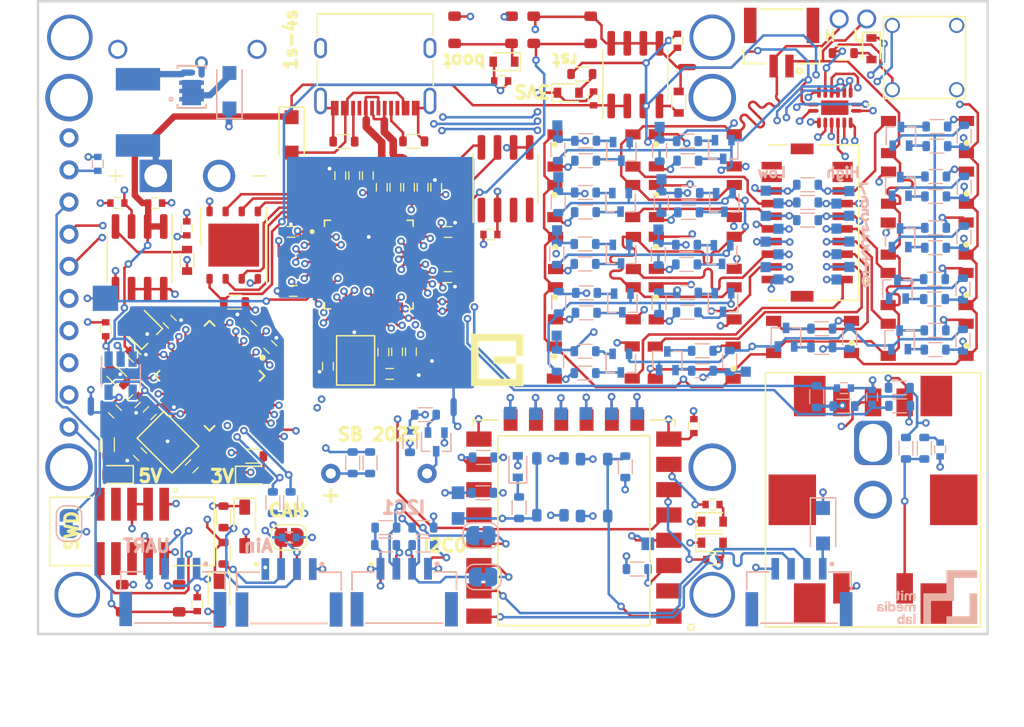
<source format=kicad_pcb>
(kicad_pcb (version 20221018) (generator pcbnew)
  (layers (0 "F.Cu" signal) (1 "In1.Cu" signal) (2 "In2.Cu" signal) (31 "B.Cu" signal) (34 "B.Paste" user) (35 "F.Paste" user) (36 "B.SilkS" user "B.Silkscreen") (37 "F.SilkS" user "F.Silkscreen") (38 "B.Mask" user) (39 "F.Mask" user) (44 "Edge.Cuts" user))
  (net 0 "")
  (net 1 "Net-(U10-XIN)")
  (net 2 "Net-(C5-Pad1)")
  (net 3 "/regulator/SYS_PWR")
  (net 4 "+3V3")
  (net 5 "+1V1")
  (net 6 "+5V")
  (net 7 "Net-(C21-Pad1)")
  (net 8 "Net-(U13-OSC1)")
  (net 9 "/CAN_L")
  (net 10 "/CAN_H")
  (net 11 "/ROT_ENC_0")
  (net 12 "/ROT_ENC_1")
  (net 13 "Net-(D3-K)")
  (net 14 "Net-(D3-A)")
  (net 15 "VUSB")
  (net 16 "+BATT")
  (net 17 "/ESP-Wifi/EN")
  (net 18 "/A_IN_2")
  (net 19 "/A_IN_3")
  (net 20 "Net-(D11-A)")
  (net 21 "Net-(D10-A)")
  (net 22 "Net-(U5-+)")
  (net 23 "/RX")
  (net 24 "/TX")
  (net 25 "/SCL1")
  (net 26 "/SDA1")
  (net 27 "EMG_HIGH")
  (net 28 "EMG_LOW")
  (net 29 "CHAN_0A_OUT")
  (net 30 "CHAN_0B_OUT")
  (net 31 "CHAN_1A_OUT")
  (net 32 "CHAN_1B_OUT")
  (net 33 "CHAN_2A_OUT")
  (net 34 "CHAN_2B_OUT")
  (net 35 "CHAN_3A_OUT")
  (net 36 "CHAN_3B_OUT")
  (net 37 "CHAN_4A_OUT")
  (net 38 "CHAN_4B_OUT")
  (net 39 "CHAN_5A_OUT")
  (net 40 "CHAN_5B_OUT")
  (net 41 "CHAN_6A_OUT")
  (net 42 "CHAN_6B_OUT")
  (net 43 "CHAN_7A_OUT")
  (net 44 "CHAN_7B_OUT")
  (net 49 "/SCL0")
  (net 50 "/SDA0")
  (net 51 "Net-(U12-LITE)")
  (net 52 "Net-(Q1-Pad2)")
  (net 53 "Net-(Q2-G)")
  (net 54 "Net-(Q2-D)")
  (net 55 "Net-(Q3-G)")
  (net 56 "GNDISO1")
  (net 57 "Net-(Q3-D)")
  (net 58 "Net-(Q4-G)")
  (net 59 "Net-(Q4-D)")
  (net 60 "Net-(Q5-D)")
  (net 61 "Net-(Q6-G)")
  (net 62 "Net-(Q6-D)")
  (net 63 "Net-(Q7-Pad2)")
  (net 64 "Net-(Q8-G)")
  (net 65 "Net-(Q8-D)")
  (net 66 "Net-(Q9-Pad2)")
  (net 67 "Net-(Q10-G)")
  (net 68 "Net-(Q10-D)")
  (net 69 "Net-(Q11-Pad2)")
  (net 70 "Net-(Q12-G)")
  (net 71 "Net-(Q12-D)")
  (net 72 "Net-(Q13-G)")
  (net 73 "Net-(Q13-D)")
  (net 74 "Net-(Q14-Pad2)")
  (net 75 "Net-(Q15-Pad2)")
  (net 76 "Net-(Q16-G)")
  (net 77 "Net-(Q16-D)")
  (net 78 "Net-(Q17-Pad2)")
  (net 79 "Net-(Q18-Pad2)")
  (net 80 "Net-(Q19-G)")
  (net 81 "Net-(Q19-D)")
  (net 82 "Net-(Q20-Pad2)")
  (net 83 "Net-(Q21-G)")
  (net 84 "Net-(Q21-D)")
  (net 85 "Net-(Q22-Pad2)")
  (net 86 "Net-(Q23-Pad2)")
  (net 87 "Net-(Q24-G)")
  (net 88 "Net-(Q24-D)")
  (net 89 "Net-(Q25-G)")
  (net 90 "Net-(Q25-D)")
  (net 91 "Net-(Q26-Pad2)")
  (net 92 "Net-(Q27-Pad2)")
  (net 93 "Net-(Q28-G)")
  (net 94 "Net-(Q28-D)")
  (net 95 "Net-(Q29-G)")
  (net 96 "Net-(Q29-D)")
  (net 97 "Net-(Q30-Pad2)")
  (net 98 "Net-(Q31-Pad2)")
  (net 99 "Net-(Q32-G)")
  (net 100 "Net-(Q32-D)")
  (net 101 "Net-(Q33-G)")
  (net 102 "Net-(Q33-D)")
  (net 103 "Net-(Q34-Pad2)")
  (net 104 "Net-(U1-CC2)")
  (net 105 "Net-(U1-CC1)")
  (net 106 "/switch_control/CHAN_0")
  (net 107 "Net-(U10-XOUT)")
  (net 108 "/BUZZER")
  (net 109 "Net-(SP1-+)")
  (net 110 "/processor/CAN_CS")
  (net 111 "/USB_D+")
  (net 112 "/USB_D-")
  (net 113 "/processor/CAN_STBY")
  (net 114 "/processor/QSPI_CS")
  (net 115 "/peripherals/~{TFT_RESET}")
  (net 116 "/switch_control/CHAN_1")
  (net 117 "/processor/CAN_RESET")
  (net 118 "/switch_control/CHAN_2")
  (net 119 "/switch_control/CHAN_3")
  (net 120 "/switch_control/CHAN_4")
  (net 121 "/switch_control/CHAN_6")
  (net 122 "/switch_control/CHAN_5")
  (net 123 "/switch_control/CHAN_7")
  (net 124 "Net-(R75-Pad1)")
  (net 125 "Net-(R76-Pad2)")
  (net 126 "/ENC_BUTTON")
  (net 127 "Net-(U13-OSC2)")
  (net 128 "/~{RESET}")
  (net 130 "/TFT_CS")
  (net 133 "/SWDIO")
  (net 134 "/SWCLK")
  (net 144 "/SCK0")
  (net 145 "/MOSI0")
  (net 146 "/MISO0")
  (net 147 "/SD_CS")
  (net 148 "/TFT_DC")
  (net 149 "/processor/SCK1")
  (net 150 "/processor/MOSI1")
  (net 151 "/processor/MISO1")
  (net 152 "/processor/ENC_CTL_0")
  (net 153 "/processor/ENC_CTL_1")
  (net 154 "/processor/ENC_CTL_2")
  (net 155 "/processor/~{Tx0RTS}")
  (net 156 "/processor/CAN_INT")
  (net 157 "/processor/~{Rx0BF}")
  (net 158 "/processor/QSPI_SD3")
  (net 159 "/processor/QSPI_SCLK")
  (net 160 "/processor/QSPI_SD0")
  (net 161 "/processor/QSPI_SD2")
  (net 162 "/processor/QSPI_SD1")
  (net 163 "Net-(U13-TXD)")
  (net 164 "Net-(U13-RXD)")
  (net 172 "GNDREF")
  (net 173 "Net-(U3-BYP)")
  (net 174 "Net-(U15-BYP)")
  (net 175 "SWITCHING_3V3")
  (net 176 "Net-(U10-USB_D+)")
  (net 177 "Net-(U10-USB_D-)")
  (net 178 "/processor/A_IN_2_PIN")
  (net 179 "/processor/A_IN_3_PIN")
  (net 180 "GND")
  (net 181 "/RXD")
  (net 182 "/TXD")
  (net 183 "/ESP-Wifi/GPIO0")
  (net 184 "Net-(U16-SCLK)")
  (net 185 "Net-(U16-CS0)")
  (net 186 "Net-(U16-MOSI)")
  (net 187 "Net-(U16-MISO)")
  (net 188 "Net-(U16-IO5)")
  (net 189 "Net-(U16-IO9)")
  (net 190 "Net-(U16-IO10)")
  (net 191 "/ESP-Wifi/ESP_INT")
  (net 192 "Net-(D2-A)")
  (net 195 "Net-(D6-K)")
  (net 196 "Net-(D12-A)")
  (net 197 "Net-(SW4-A)")
  (net 198 "Net-(U16-IO4)")
  (net 199 "Net-(JP4-Pad2)")
  (net 200 "/peripherals/switch")
  (net 201 "/ESP-Wifi/GPIO2")
  (net 202 "/ESP-Wifi/~{RESET}")
  (net 203 "Net-(U16-IO15)")
  (net 204 "/ESP-Wifi/LED2")
  (net 205 "/ESP-Wifi/LED1")
  (net 206 "Net-(U16-IO16)")
  (net 207 "GNDISO2")
  (net 208 "Net-(D7-A)")
  (net 209 "Net-(D13-A)")
  (net 210 "Net-(D14-A)")
  (footprint "2_Passives_Capacitors_SMD_IPC:C_1005_402_A" (layer "F.Cu") (at 118.35 102.325 135)
    (fp_text reference "C35" hide)
    (fp_text value "0.1uF" hide)
  )
  (footprint "2_Passives_Capacitors_SMD_IPC:C_1005_402_A" (layer "F.Cu") (at 116.75 100.75 135)
    (fp_text reference "C33" hide)
    (fp_text value "1uF" hide)
  )
  (footprint "2_Passives_Resistors_SMD_IPC:R_1608_603_B" (layer "F.Cu") (at 105.475 110.05 90)
    (fp_text reference "R91" hide)
    (fp_text value "300" hide)
  )
  (footprint "1_Semi_TO_SOT:SOT-323_SC-70" (layer "F.Cu") (at 108.5 101.175 -45)
    (fp_text reference "D1" hide)
    (fp_text value "PESD1CAN" hide)
  )
  (footprint "project_footprints:G3VM-351VY1-TR05" (layer "F.Cu") (at 143.895 90.795)
    (fp_text reference "Q30" hide)
    (fp_text value "G3VM-351VY1-TR05" hide)
  )
  (footprint "project_footprints:AMASS_XT30PW-M" (layer "F.Cu") (at 111.8 78.8)
    (fp_text reference "U5" hide)
    (fp_text value "XT-X" hide)
  )
  (footprint "project_footprints:ESP8266-12E_ESP-12E" (layer "F.Cu") (at 142.325 116.6 180)
    (fp_text reference "U16" hide)
    (fp_text value "~" hide)
  )
  (footprint "project_footprints:G3VM-351VY1-TR05" (layer "F.Cu") (at 143.9125 86.8)
    (fp_text reference "Q27" hide)
    (fp_text value "G3VM-351VY1-TR05" hide)
  )
  (footprint "2_Passives_Capacitors_SMD_IPC:C_1005_402_A" (layer "F.Cu") (at 112.148959 111.751041 45)
    (fp_text reference "C22" hide)
    (fp_text value "22pF" hide)
  )
  (footprint "1_Semi_Discrete_Diodes_SMD:D_0603" (layer "F.Cu") (at 136.8 79.775 180)
    (fp_text reference "D3" hide)
    (fp_text value "LED" hide)
  )
  (footprint "1_Semi_Discrete_Diodes_SMD:D_0603" (layer "F.Cu") (at 153.26 116.125)
    (fp_text reference "D11" hide)
    (fp_text value "LED" hide)
  )
  (footprint "0_misc:plated_hole_3.0x3.6mm" (layer "F.Cu") (at 153.25 77.85)
    (fp_text reference "U7" hide)
    (fp_text value "Mounting-holes" hide)
  )
  (footprint "project_footprints:G3VM-351VY1-TR05" (layer "F.Cu") (at 151.9 98.88)
    (fp_text reference "Q7" hide)
    (fp_text value "G3VM-351VY1-TR05" hide)
  )
  (footprint "project_footprints:QFN40P700X700X90-57N" (layer "F.Cu") (at 126.125 95.81)
    (fp_text reference "U10" hide)
    (fp_text value "RP2040" hide)
  )
  (footprint "project_footprints:TL3365AF180QG" (layer "F.Cu") (at 135.15 77.25 180)
    (fp_text reference "SW2" hide)
    (fp_text value "SW_Push" hide)
  )
  (footprint "1_Semi_Misc:SOIC-8_3.9x4.9mm_P1.27mm" (layer "F.Cu") (at 147.175 80.8 90)
    (fp_text reference "U15" hide)
    (fp_text value "AP2213-8_SOIC" hide)
  )
  (footprint "1_Semi_Discrete_Diodes_SMD:D_0603" (layer "F.Cu") (at 116.9 112.45)
    (fp_text reference "D13" hide)
    (fp_text value "LED" hide)
  )
  (footprint "project_footprints:G3VM-351VY1-TR05" (layer "F.Cu") (at 143.935 98.875)
    (fp_text reference "Q17" hide)
    (fp_text value "G3VM-351VY1-TR05" hide)
  )
  (footprint "project_footprints:PEC11S-929K-S0015" (layer "F.Cu") (at 165.95 114.4 180)
    (fp_text reference "SW7" hide)
    (fp_text value "Rotary_Encoder_Switch" hide)
  )
  (footprint "2_Passives_Resistors_SMD_IPC:R_1005_402_A" (layer "F.Cu") (at 112.575 122.65 -90)
    (fp_text reference "R18" hide)
    (fp_text value "1k" hide)
  )
  (footprint "2_Passives_Capacitors_SMD_IPC:C_1005_402_A" (layer "F.Cu") (at 107.625 103.025 135)
    (fp_text reference "C24" hide)
    (fp_text value "47pF" hide)
  )
  (footprint "1_Semi_Discrete_Diodes_SMD:D_SOD-123F" (layer "F.Cu") (at 120.03 85.56 -90)
    (fp_text reference "D4" hide)
    (fp_text value "D_Schottky" hide)
  )
  (footprint "2_Passives_Capacitors_SMD_IPC:C_1005_402_A" (layer "F.Cu") (at 150.5 78.125 -90)
    (fp_text reference "C30" hide)
    (fp_text value "1uF" hide)
  )
  (footprint "project_footprints:TL3365AF180QG" (layer "F.Cu") (at 108.9 122.175 180)
    (fp_text reference "SW3" hide)
    (fp_text value "SW_Push" hide)
  )
  (footprint "2_Passives_Resistors_SMD_IPC:R_1608_603_B" (layer "F.Cu") (at 106.225 104.65 135)
    (fp_text reference "R15" hide)
    (fp_text value "10k" hide)
  )
  (footprint "project_footprints:TL3365AF180QG" (layer "F.Cu") (at 141.4 77.25 180)
    (fp_text reference "SW6" hide)
    (fp_text value "SW_Push" hide)
  )
  (footprint "2_Passives_Capacitors_SMD_IPC:C_1005_402_A" (layer "F.Cu") (at 106.075 107.425 -45)
    (fp_text reference "C20" hide)
    (fp_text value "1uF" hide)
  )
  (footprint "project_footprints:G3VM-351VY1-TR05" (layer "F.Cu") (at 170.225 101.75 180)
    (fp_text reference "Q15" hide)
    (fp_text value "G3VM-351VY1-TR05" hide)
  )
  (footprint "2_Passives_Resistors_SMD_IPC:R_1608_603_B" (layer "F.Cu") (at 142.95 80.75 180)
    (fp_text reference "R89" hide)
    (fp_text value "300" hide)
  )
  (footprint "2_Passives_Resistors_SMD_IPC:R_1608_603_B" (layer "F.Cu") (at 115.525 98.775)
    (fp_text reference "R16" hide)
    (fp_text value "10k" hide)
  )
  (footprint "2_Passives_Capacitors_SMD_IPC:C_1005_402_A" (layer "F.Cu") (at 123.875 88.775 90)
    (fp_text reference "C14" hide)
    (fp_text value "0.1uF" hide)
  )
  (footprint "project_footprints:G3VM-351VY1-TR05" (layer "F.Cu") (at 151.92 90.79)
    (fp_text reference "Q22" hide)
    (fp_text value "G3VM-351VY1-TR05" hide)
  )
  (footprint "1_Semi_Discrete_Diodes_SMD:D_0603" (layer "F.Cu") (at 106.225 112.4 180)
    (fp_text reference "D14" hide)
    (fp_text value "LED" hide)
  )
  (footprint "2_Passives_Capacitors_SMD_IPC:C_1005_402_A" (layer "F.Cu") (at 126.05 88.775 90)
    (fp_text reference "C10" hide)
    (fp_text value "0.1uF" hide)
  )
  (footprint "2_Passives_Capacitors_SMD_IPC:C_1005_402_A" (layer "F.Cu") (at 151.8 108.575 90)
    (fp_text reference "C34" hide)
    (fp_text value "1uF" hide)
  )
  (footprint "2_Passives_Resistors_SMD_IPC:R_1608_603_B" (layer "F.Cu") (at 116.95 110.95 180)
    (fp_text reference "R90" hide)
    (fp_text value "300" hide)
  )
  (footprint "5_Connectors_misc:USB_C_XKB_U262-16XN-4BVC11" (layer "F.Cu") (at 126.635 79.775 180)
    (fp_text reference "U1" hide)
    (fp_text value "USB_C_2.0" hide)
  )
  (footprint "2_Passives_Capacitors_SMD_IPC:C_1005_402_A" (layer "F.Cu") (at 107.575 106.6 45)
    (fp_text reference "C19" hide)
    (fp_text value "1uF" hide)
  )
  (footprint "2_Passives_Capacitors_SMD_IPC:C_1005_402_A" (layer "F.Cu") (at 131.45 89.7 90)
    (fp_text reference "C12" hide)
    (fp_text value "0.1uF" hide)
  )
  (footprint "2_Passives_Resistors_SMD_IPC:R_1608_603_B" (layer "F.Cu") (at 114.65 118.625 90)
    (fp_text reference "R28" hide)
    (fp_text value "10k" hide)
  )
  (footprint "project_footprints:G3VM-351VY1-TR05" (layer "F.Cu") (at 151.825 103.56 180)
    (fp_text reference "Q14" hide)
    (fp_text value "G3VM-351VY1-TR05" hide)
  )
  (footprint "2_Passives_Capacitors_SMD_IPC:C_1608_603_B" (layer "F.Cu") (at 111.775 95.475 -90)
    (fp_text reference "C2" hide)
    (fp_text value "100pF" hide)
  )
  (footprint "0_misc:plated_hole_3.0x3.6mm" (layer "F.Cu") (at 153.25 121.9)
    (fp_text reference "U8" hide)
    (fp_text value "Mounting-holes")
  )
  (footprint "2_Passives_Resistors_SMD_IPC:R_1005_402_A" (layer "F.Cu") (at 127.275 102.725 90)
    (fp_text reference "R4" hide)
    (fp_text value "1k" hide)
  )
  (footprint "2_Passives_Capacitors_SMD_IPC:C_1005_402_A" (layer "F.Cu") (at 135.73 93.43)
    (fp_text reference "C32" hide)
    (fp_text value "1uF" hide)
  )
  (footprint "0_NetTie:NetTie-2_SMD_Pad0.5mm" (layer "F.Cu") (at 151.25 80.2 180)
    (fp_text reference "NT2" hide)
    (fp_text value "net-tie" hide)
  )
  (footprint "project_footprints:G3VM-351VY1-TR05" (layer "F.Cu") (at 170.225 93.75 180)
    (fp_text reference "Q26" hide)
    (fp_text value "G3VM-351VY1-TR05" hide)
  )
  (footprint "2_Passives_Capacitors_SMD_IPC:C_1005_402_A" (layer "F.Cu") (at 128.36 102.7 -90)
    (fp_text reference "C8" hide)
    (fp_text value "0.1uF" hide)
  )
  (footprint "project_footprints:G3VM-351VY1-TR05" (layer "F.Cu") (at 151.9125 86.785)
    (fp_text reference "Q34" hide)
    (fp_text value "G3VM-351VY1-TR05" hide)
  )
  (footprint "2_Passives_Capacitors_SMD_IPC:C_1005_402_A" (layer "F.Cu") (at 119.975 93.225 180)
    (fp_text reference "C13" hide)
    (fp_text value "0.1uF" hide)
  )
  (footprint "2_Passives_Capacitors_SMD_IPC:C_1005_402_A" (layer "F.Cu") (at 129.45 102.7 -90)
    (fp_text reference "C15" hide)
    (fp_text value "0.1uF" hide)
  )
  (footprint "2_Passives_Resistors_SMD_IPC:R_1608_603_B" (layer "F.Cu") (at 163.6 79.1 180)
    (fp_text reference "R29" hide)
    (fp_text value "300" hide)
  )
  (footprint "2_Passives_Capacitors_SMD_IPC:C_1005_402_A" (layer "F.Cu") (at 132.385 93.235)
    (fp_text reference "C7" hide)
    (fp_text value "0.1uF" hide)
  )
  (footprint "project_footprints:4-smd" (layer "F.Cu") (at 125.085 103.41 90)
    (fp_text reference "Y3" hide)
    (fp_text value "12Mhz 12pF" hide)
  )
  (footprint "2_Passives_Capacitors_SMD_IPC:C_1608_603_B" (layer "F.Cu") (at 150.6 82.975 90)
    (fp_text reference "C29" hide)
    (fp_text value "100pF" hide)
  )
  (footprint "1_Semi_Discrete_Diodes_SMD:D_0603" (layer "F.Cu") (at 165.825 78.75 -90)
    (fp_text reference "D10" hide)
    (fp_text value "LED" hide)
  )
  (footprint "2_Passives_Capacitors_SMD_IPC:C_1005_402_A" (layer "F.Cu") (at 110.4 100.325 135)
    (fp_text reference "C23" hide)
    (fp_text value "47pF" hide)
  )
  (footprint "2_Passives_Resistors_SMD_IPC:R_1608_603_B" (layer "F.Cu") (at 129.675 86.075)
    (fp_text reference "R2" hide)
    (fp_text value "5k1" hide)
  )
  (footprint "project_footprints:G3VM-351VY1-TR05" (layer "F.Cu") (at 170.215 97.735 180)
    (fp_text reference "Q20" hide)
    (fp_text value "G3VM-351VY1-TR05" hide)
  )
  (footprint "2_Passives_Capacitors_SMD_IPC:C_1005_402_A" (layer "F.Cu") (at 111.75 92.95 90)
    (fp_text reference "C3" hide)
    (fp_text value "1uF" hide)
  )
  (footprint "project_footprints:SOD-323" (layer "F.Cu") (at 114.3 121.875 -90)
    (fp_text reference "D9" hide)
    (fp_text value "D_Zener" hide)
  )
  (footprint "2_Passives_Capacitors_SMD_IPC:C_1005_402_A" (layer "F.Cu") (at 130.375 89.7 90)
    (fp_text reference "C17" hide)
    (fp_text value "1uF" hide)
  )
  (footprint "2_Passives_Resistors_SMD_IPC:R_1005_402_A" (layer "F.Cu") (at 128.225 89.7 -90)
    (fp_text reference "R24" hide)
    (fp_text value "27.4" hide)
  )
  (footprint "2_Passives_Capacitors_SMD_IPC:C_1005_402_A" (layer "F.Cu") (at 132.375 96.8)
    (fp_text reference "C25" hide)
    (fp_text value "0.1uF" hide)
  )
  (footprint "project_footprints:G3VM-351VY1-TR05" (layer "F.Cu") (at 143.95 94.9)
    (fp_text reference "Q11" hide)
    (fp_text value "G3VM-351VY1-TR05" hide)
  )
  (footprint "0_misc:plated_hole_3.0x3.6mm" (layer "F.Cu") (at 103.1 121.9)
    (fp_text reference "U6" hide)
    (fp_text value "Mounting-holes")
  )
  (footprint "project_footprints:MOLEX_2035642017" (layer "F.Cu") (at 161.183175 92.49 90)
    (fp_text reference "J6" hide)
    (fp_text value "CONN_02X10" hide)
  )
  (footprint "project_footprints:G3VM-351VY1-TR05" (layer "F.Cu") (at 170.25 89.725 180)
    (fp_text reference "Q23" hide)
    (fp_text value "G3VM-351VY1-TR05" hide)
  )
  (footprint "0_misc:plated_hole_3.0x3.6mm" (layer "F.Cu") (at 102.52 77.858175)
    (fp_text reference "U9" hide)
    (fp_text value "Mounting-holes" hide)
  )
  (footprint "2_Passives_Capacitors_SMD_IPC:C_1005_402_A" (layer "F.Cu") (at 143.875 82.675 -90)
    (fp_text reference "C28" hide)
    (fp_text value "1uF" hide)
  )
  (footprint "2_Passives_Resistors_SMD_IPC:R_1005_402_A" (layer "F.Cu") (at 127.15 89.7 -90)
    (fp_text reference "R23" hide)
    (fp_text value "27.4" hide)
  )
  (footprint "2_Passives_Capacitors_SMD_IPC:C_1005_402_A" (layer "F.Cu") (at 108.05 110.8 -45)
    (fp_text reference "C21" hide)
    (fp_text value "22pF" hide)
  )
  (footprint "2_Passives_Capacitors_SMD_IPC:C_1005_402_A" (layer "F.Cu") (at 120.16 97.89 180)
    (fp_text reference "C9" hide)
    (fp_text value "0.1uF" hide)
  )
  (footprint "2_Passives_Resistors_SMD_IPC:R_1608_603_B" (layer "F.Cu") (at 124.16 86.09)
    (fp_text reference "R1" hide)
    (fp_text value "5k1" hide)
  )
  (footprint "project_footprints:4-smd" (layer "F.Cu") (at 110.248959 109.826041 -45)
    (fp_text reference "Y1" hide)
    (fp_text value "16Mhz 12pF" hide)
  )
  (footprint "1_Semi_Discrete_Diodes_SMD:D_0603" (layer "F.Cu") (at 153.25 117.79)
    (fp_text reference "D12" hide)
    (fp_text value "LED" hide)
  )
  (footprint "2_Passives_Resistors_SMD_IPC:R_1005_402_A" (layer "F.Cu") (at 153.325 119.125 180)
    (fp_text reference "R86" hide)
    (fp_text value "120" hide)
  )
  (footprint "2_Passives_Resistors_SMD_IPC:R_1005_402_A" (layer "F.Cu") (at 108.825 107.55 45)
    (fp_text reference "R81" hide)
    (fp_text value "500" hide)
  )
  (footprint "2_Passives_Capacitors_SMD_IPC:C_1005_402_A" (layer "F.Cu") (at 105.35 100.925 -90)
    (fp_text reference "C6" hide)
    (fp_text value "1uF" hide)
  )
  (footprint "1_Semi_Misc:SOIC-8_3.9x4.9mm_P1.27mm" (layer "F.Cu") (at 136.925 89.025 90)
    (fp_text reference "U4" hide)
    (fp_text value "DS3231MZ+" hide)
  )
  (footprint "project_footprints:G3VM-351VY1-TR05" (layer "F.Cu") (at 161.175 101.525 180)
    (fp_text reference "Q9" hide)
    (fp_text value "G3VM-351VY1-TR05" hide)
  )
  (footprint "2_Passives_Capacitors_SMD_IPC:C_1005_402_A" (layer "F.Cu") (at 122.9 103.85 90)
    (fp_text reference "C4" hide)
    (fp_text value "22pF" hide)
  )
  (footprint "project_footprints:QFN50P250X350X100-17N" (layer "F.Cu") (at 162.93 83.41 180)
    (fp_text reference "U17" hide)
    (fp_text value "~" hide)
  )
  (footprint "1_Semi_Discrete_Diodes_SMD:D_0603" (layer "F.Cu") (at 141.875 82.225)
    (fp_text reference "D7" hide)
    (fp_text value "LED" hide)
  )
  (footprint "project_footprints:AS11AH" (layer "F.Cu") (at 169.975 79.4875 90)
    (fp_text reference "SW4" hide)
    (fp_text value "~" hide)
  )
  (footprint "2_Passives_Capacitors_SMD_IPC:C_1005_402_A" (layer "F.Cu") (at 124.975 88.775 90)
    (fp_text reference "C11" hide)
    (fp_text value "0.1uF" hide)
  )
  (footprint "2_Passives_Resistors_SMD_IPC:R_1005_402_A" (layer "F.Cu") (at 153.275 114.775 180)
    (fp_text reference "R84" hide)
    (fp_text value "120" hide)
  )
  (footprint "2_Passives_Resistors_SMD_IPC:R_1005_402_A" (layer "F.Cu") (at 136.575 81.3 180)
    (fp_text reference "R17" hide)
    (fp_text value "1k" hide)
  )
  (footprint "project_footprints:JST_SM04B-GHS-TB(LF)(SN)-" (layer "F.Cu") (at 119.825 122.15)
    (fp_text reference "J5" hide)
    (fp_text value "CONN_01X04_MALE" hide)
  )
  (footprint "project_footprints:SOD-323" (layer "F.Cu") (at 116.325 116.005 -90)
    (fp_text reference "D8" hide)
    (fp_text value "D_Zener" hide)
  )
  (footprint "2_Passives_Capacitors_SMD_IPC:C_1005_402_A" (layer "F.Cu") (at 129.3 89.7 90)
    (fp_text reference "C16" hide)
    (fp_text value "1uF" hide)
  )
  (footprint "1_Semi_Misc:SOIC-8_3.9x4.9mm_P1.27mm" (layer "F.Cu") (at 108.025 95.275 -90)
    (fp_text reference "U3" hide)
    (fp_text value "AP2213-8_SOIC" hide)
  )
  (footprint "project_footprints:BUZZER" (layer "F.Cu") (at 123.125 112.325)
    (fp_text reference "SP1" hide)
    (fp_text value "buzzer" hide)
  )
  (footprint "1_Semi_Misc:GD25Q16CWIGR" (layer "F.Cu") (at 115.455 94.2725 90)
    (fp_text reference "U11" hide)
    (fp_text value "W25Q128JVP" hide)
  )
  (footprint "1_Semi_QFN:QFN6x6_P65" (layer "F.Cu") (at 113.55 104.6 -135)
    (fp_text reference "U13" hide)
    (fp_text value "MCP25625" hide)
  )
  (footprint "2_Passives_Capacitors_SMD_IPC:C_1005_402_A" (layer "F.Cu") (at 109.25 90.95 180)
    (fp_text reference "C1" hide)
    (fp_text value "1uF" hide)
  )
  (footprint "project_footprints:JST_SM02B_GHS_TB" (layer "F.Cu") (at 158.725 77.775 180)
    (fp_text reference "J4" hide)
    (fp_text value "CONN_01X02_MALE" hide)
  )
  (footprint "project_ss:biomech" (layer "F.Cu") (at 136.486667 103.307667)
    (fp_text reference "G***" hide)
    (fp_text value "LOGO" hide)
  )
  (footprint "0_misc:SolderJumper-2_P1.3mm_Bridged_RoundedPad1.0x1.5mm" (layer "F.Cu") (at 119.825 117.375)
    (fp_text reference "JP4" hide)
    (fp_text value "~" hide)
  )
  (footprint "project_footprints:JST_SM04B-GHS-TB(LF)(SN)-" (layer "F.Cu") (at 128.925 122.125)
    (fp_text reference "J8" hide)
    (fp_text value "CONN_01X04_MALE" hide)
  )
  (footprint "5_Connectors_misc:ARM-SWD-10" (layer "F.Cu") (at 112.85 116.9 -90)
    (fp_text reference "U2" hide)
    (fp_text value "ARM-SWD-10" hide)
  )
  (footprint "project_footprints:G3VM-351VY1-TR05" (layer "F.Cu") (at 143.855 103.555)
    (fp_text reference "Q1" hide)
    (fp_text value "G3VM-351VY1-TR05" hide)
  )
  (footprint "2_Passives_Capacitors_SMD_IPC:C_1005_402_A" (layer "F.Cu") (at 127.775 104.45)
    (fp_text reference "C5" hide)
    (fp_text value "22pF" hide)
  )
  (footprint "project_footprints:TFT_BOB" (layer "F.Cu") (at 102.45 82.613175)
    (fp_text reference "U12" hide)
    (fp_text value "~" hide)
  )
  (footprint "project_footprints:G3VM-351VY1-TR05" (layer "F.Cu") (at 151.91 94.885)
    (fp_text reference "Q18" hide)
    (fp_text value "G3VM-351VY1-TR05" hide)
  )
  (footprint "2_Passives_Capacitors_SMD_IPC:C_1005_402_A" (layer "F.Cu") (at 106.27 90.95)
    (fp_text reference "C18" hide)
    (fp_text value "0.1uF" hide)
  )
  (footprint "project_footprints:G3VM-351VY1-TR05" (layer "F.Cu") (at 170.25 85.725 180)
    (fp_text reference "Q31" hide)
    (fp_text value "G3VM-351VY1-TR05" hide)
  )
  (footprint "2_Passives_Resistors_SMD_IPC:R_1608_603_B" (layer "F.Cu") (at 114.65 115.75 90)
    (fp_text reference "R27" hide)
    (fp_text value "10k" hide)
  )
  (footprint "1_Semi_TO_SOT:SOT-323FL" (layer "B.Cu") (at 149.7 102.675 90)
    (fp_text reference "Q12" hide)
    (fp_text value "RU1J002YNTCL" hide)
  )
  (footprint "1_Semi_TO_SOT:SOT-323FL" (layer "B.Cu") (at 168.1 88.9 90)
    (fp_text reference "Q21" hide)
    (fp_text value "RU1J002YNTCL" hide)
  )
  (footprint "0_NetTie:NetTie-2_SMD_Pad0.5mm" (layer "B.Cu") (at 132.825 107.075 -90)
    (fp_text reference "NT1" hide)
    (fp_text value "net-tie" hide)
  )
  (footprint "2_Passives_Resistors_SMD_IPC:R_1608_603_B" (layer "B.Cu") (at 152.475 102.625)
    (fp_text reference "R43" hide)
    (fp_text value "300" hide)
  )
  (footprint "0_misc:test_point_0.8mm_square" (layer "B.Cu") (at 158.48 90.97 180)
    (fp_text reference "TP27" hide)
    (fp_text value "~" hide)
  )
  (footprint "1_Semi_TO_SOT:SOT-323FL" (layer "B.Cu") (at 146.05 95.72 -90)
    (fp_text reference "Q10" hide)
    (fp_text value "RU1J002YNTCL" hide)
  )
  (footprint "2_Passives_Resistors_SMD_IPC:R_1608_603_B" (layer "B.Cu") (at 163.651748 107 180)
    (fp_text reference "R77" hide)
    (fp_text value "10k" hide)
  )
  (footprint "0_misc:test_point_1.0mm_square" (layer "B.Cu") (at 147.3 107.575)
    (fp_text reference "TP6" hide)
    (fp_text value "TEST" hide)
  )
  (footprint "2_Passives_Resistors_SMD_IPC:R_1608_603_B" (layer "B.Cu") (at 137.995 115.025004 -90)
    (fp_text reference "R14" hide)
    (fp_text value "10k" hide)
  )
  (footprint "2_Passives_Resistors_SMD_IPC:R_1608_603_B" (layer "B.Cu") (at 146.385 111.795 90)
    (fp_text reference "R22" hide)
    (fp_text value "10k" hide)
  )
  (footprint "0_misc:test_point_0.8mm_square" (layer "B.Cu") (at 163.06 92.97 180)
    (fp_text reference "TP21" hide)
    (fp_text value "~" hide)
  )
  (footprint "2_Passives_Resistors_SMD_IPC:R_1608_603_B" (layer "B.Cu") (at 126.225 111.475 90)
    (fp_text reference "R51" hide)
    (fp_text value "300" hide)
  )
  (footprint "2_Passives_Resistors_SMD_IPC:R_1608_603_B" (layer "B.Cu") (at 143.205 102.66 180)
    (fp_text reference "R26" hide)
    (fp_text value "300" hide)
  )
  (footprint "2_Passives_Resistors_SMD_IPC:R_1608_603_B" (layer "B.Cu") (at 170.995 84.9)
    (fp_text reference "R68" hide)
    (fp_text value "300" hide)
  )
  (footprint "1_Semi_TO_SOT:SOT-323FL" (layer "B.Cu") (at 168.15 84.94 90)
    (fp_text reference "Q29" hide)
    (fp_text value "RU1J002YNTCL" hide)
  )
  (footprint "1_Semi_TO_SOT:SOT-323FL" (layer "B.Cu") (at 146.075 87.6 -90)
    (fp_text reference "Q25" hide)
    (fp_text value "RU1J002YNTCL" hide)
  )
  (footprint "2_Passives_Resistors_SMD_IPC:R_1608_603_B" (layer "B.Cu") (at 141.085 90.865 90)
    (fp_text reference "R69" hide)
    (fp_text value "10k" hide)
  )
  (footprint "0_misc:SolderJumper-2_P1.3mm_Bridged_RoundedPad1.0x1.5mm" (layer "B.Cu") (at 134.975 117.225)
    (fp_text reference "JP3" hide)
    (fp_text value "~" hide)
  )
  (footprint "1_Semi_TO_SOT:SOT-323FL" (layer "B.Cu") (at 159.075 100.815 90)
    (fp_text reference "Q8" hide)
    (fp_text value "RU1J002YNTCL" hide)
  )
  (footprint "2_Passives_Resistors_SMD_IPC:R_1608_603_B" (layer "B.Cu") (at 168.025 105.55)
    (fp_text reference "R78" hide)
    (fp_text value "10k" hide)
  )
  (footprint "0_misc:test_point_0.8mm_square" (layer "B.Cu") (at 158.48 95 180)
    (fp_text reference "TP19" hide)
    (fp_text value "~" hide)
  )
  (footprint "1_Semi_TO_SOT:SOT-323FL" (layer "B.Cu") (at 167.875 97.025 90)
    (fp_text reference "Q19" hide)
    (fp_text value "RU1J002YNTCL" hide)
  )
  (footprint "0_misc:test_point_0.8mm_square" (layer "B.Cu") (at 141 93.1 180)
    (fp_text reference "TP31" hide)
    (fp_text value "~" hide)
  )
  (footprint "0_misc:test_point_2mm_square" (layer "B.Cu") (at 105.325 98.475 180)
    (fp_text reference "TP2" hide)
    (fp_text value "~" hide)
  )
  (footprint "2_Passives_Resistors_SMD_IPC:R_1608_603_B" (layer "B.Cu") (at 173.125 93.62 -90)
    (fp_text reference "R63" hide)
    (fp_text value "10k" hide)
  )
  (footprint "1_Semi_TO_SOT:SOT-323FL" (layer "B.Cu") (at 146.03 104.335 -90)
    (fp_text reference "Q2" hide)
    (fp_text value "RU1J002YNTCL" hide)
  )
  (footprint "2_Passives_Resistors_SMD_IPC:R_1608_603_B" (layer "B.Cu") (at 151.275 99.58 180)
    (fp_text reference "R32" hide)
    (fp_text value "300" hide)
  )
  (footprint "2_Passives_Capacitors_SMD_IPC:C_1005_402_A" (layer "B.Cu") (at 104.725 87.85 -90)
    (fp_text reference "C31" hide)
    (fp_text value "1uF" hide)
  )
  (footprint "project_footprints:TL3365AF180QG" (layer "B.Cu") (at 140.475 113.375 -90)
    (fp_text reference "SW1" hide)
    (fp_text value "SW_Push" hide)
  )
  (footprint "project_footprints:JST_SM04B-GHS-TB(LF)(SN)-" (layer "B.Cu") (at 110.65 122.1125 180)
    (fp_text reference "J1" hide)
    (fp_text value "CONN_01X04_MALE" hide)
  )
  (footprint "2_Passives_Resistors_SMD_IPC:R_1608_603_B" (layer "B.Cu") (at 143.235 91.665 180)
    (fp_text reference "R73" hide)
    (fp_text value "300" hide)
  )
  (footprint "1_Semi_Discrete_Diodes_SMD:D_0603" (layer "B.Cu") (at 137.895 111.775004 90)
    (fp_text reference "D6" hide)
    (fp_text value "LED" hide)
  )
  (footprint "2_Passives_Resistors_SMD_IPC:R_1608_603_B" (layer "B.Cu") (at 164.1 101.6 -90)
    (fp_text reference "R33" hide)
    (fp_text value "10k" hide)
  )
  (footprint "2_Passives_Resistors_SMD_IPC:R_1608_603_B" (layer "B.Cu") (at 170.9 90.425)
    (fp_text reference "R54" hide)
    (fp_text value "300" hide)
  )
  (footprint "2_Passives_Resistors_SMD_IPC:R_1608_603_B" (layer "B.Cu") (at 124.85 111.475 -90)
    (fp_text reference "R8" hide)
    (fp_text value "300" hide)
  )
  (footprint "project_footprints:JST_SM04B-GHS-TB(LF)(SN)-" (layer "B.Cu") (at 128.925 122.125 180)
    (fp_text reference "J2" hide)
    (fp_text value "CONN_01X04_MALE" hide)
  )
  (footprint "2_Passives_Resistors_SMD_IPC:R_1608_603_B" (layer "B.Cu") (at 143.235 90.115 180)
    (fp_text reference "R71" hide)
    (fp_text value "300" hide)
  )
  (footprint "1_Semi_TO_SOT:SOT-323FL" (layer "B.Cu") (at 146.01 91.625 -90)
    (fp_text reference "Q32" hide)
    (fp_text value "RU1J002YNTCL" hide)
  )
  (footprint "2_Passives_Resistors_SMD_IPC:R_1608_603_B" (layer "B.Cu") (at 147.325 119.875)
    (fp_text reference "R83" hide)
    (fp_text value "10k" hide)
  )
  (footprint "2_Passives_Resistors_SMD_IPC:R_1608_603_B" (layer "B.Cu") (at 141.125 98.795 90)
    (fp_text reference "R19" hide)
    (fp_text value "10k" hide)
  )
  (footprint "2_Passives_Resistors_SMD_IPC:R_1608_603_B" (layer "B.Cu") (at 141.0625 86.75 90)
    (fp_text reference "R58" hide)
    (fp_text value "10k" hide)
  )
  (footprint "2_Passives_Resistors_SMD_IPC:R_1608_603_B" (layer "B.Cu") (at 160.775 89.5)
    (fp_text reference "R87" hide)
    (fp_text value "N/A" hide)
  )
  (footprint "2_Passives_Resistors_SMD_IPC:R_1608_603_B" (layer "B.Cu") (at 170 110.325 90)
    (fp_text reference "R13" hide)
    (fp_text value "10k" hide)
  )
  (footprint "0_misc:test_point_0.8mm_square" (layer "B.Cu") (at 157.46 96.01 180)
    (fp_text reference "TP16" hide)
    (fp_text value "~" hide)
  )
  (footprint "2_Passives_Resistors_SMD_IPC:R_1608_603_B" (layer "B.Cu") (at 161.9 102.35)
    (fp_text reference "R34" hide)
    (fp_text value "300" hide)
  )
  (footprint "2_Passives_Resistors_SMD_IPC:R_1608_603_B" (layer "B.Cu") (at 154.625 103.45 -90)
    (fp_text reference "R39" hide)
    (fp_text value "10k" hide)
  )
  (footprint "0_misc:test_point_0.8mm_square" (layer "B.Cu") (at 163.07 94.99 180)
    (fp_text reference "TP20" hide)
    (fp_text value "~" hide)
  )
  (footprint "project_footprints:SON_8DU-T1-GE3_VIS" (layer "B.Cu") (at 112.130001 81.764979)
    (fp_text reference "Q5" hide)
    (fp_text value "Q_PMOS_GSD" hide)
  )
  (footprint "2_Passives_Resistors_SMD_IPC:R_1608_603_B" (layer "B.Cu") (at 152.475 104.2)
    (fp_text reference "R41" hide)
    (fp_text value "300" hide)
  )
  (footprint "2_Passives_Resistors_SMD_IPC:R_1608_603_B" (layer "B.Cu") (at 151.3 98.03 180)
    (fp_text reference "R31" hide)
    (fp_text value "300" hide)
  )
  (footprint "2_Passives_Resistors_SMD_IPC:R_1608_603_B" (layer "B.Cu") (at 151.225 95.795 180)
    (fp_text reference "R49" hide)
    (fp_text value "300" hide)
  )
  (footprint "0_misc:test_point_1.0mm_square" (layer "B.Cu") (at 133.175 115.875 180)
    (fp_text reference "TP9" hide)
    (fp_text value "TEST" hide)
  )
  (footprint "2_Passives_Resistors_SMD_IPC:R_1608_603_B" (layer "B.Cu") (at 135.175 111.05)
    (fp_text reference "R82" hide)
    (fp_text value "10k" hide)
  )
  (footprint "0_misc:test_point_1.0mm_square" (layer "B.Cu") (at 133.175 113.84 180)
    (fp_text reference "TP1" hide)
    (fp_text value "TEST" hide)
  )
  (footprint "2_Passives_Resistors_SMD_IPC:R_1608_603_B" (layer "B.Cu") (at 151.41 90.155 180)
    (fp_text reference "R59" hide)
    (fp_text value "300" hide)
  )
  (footprint "1_Semi_TO_SOT:SOT-323FL" (layer "B.Cu") (at 154.1 99.54 -90)
    (fp_text reference "Q6" hide)
    (fp_text value "RU1J002YNTCL" hide)
  )
  (footprint "2_Passives_Resistors_SMD_IPC:R_1005_402_A" (layer "B.Cu") (at 119.825 117.375 180)
    (fp_text reference "R80" hide)
    (fp_text value "120" hide)
  )
  (footprint "0_misc:test_point_0.8mm_square" (layer "B.Cu") (at 164.09 96 180)
    (fp_text reference "TP15" hide)
    (fp_text value "~" hide)
  )
  (footprint "2_Passives_Resistors_SMD_IPC:R_1608_603_B" (layer "B.Cu") (at 168.55 110.325 90)
    (fp_text reference "R79" hide)
    (fp_text value "10k" hide)
  )
  (footprint "0_misc:test_point_0.8mm_square" (layer "B.Cu") (at 155.9 104.275 180)
    (fp_text reference "TP30" hide)
    (fp_text value "~" hide)
  )
  (footprint "2_Passives_Resistors_SMD_IPC:R_1608_603_B" (layer "B.Cu") (at 143.25 86.025 180)
    (fp_text reference "R60" hide)
    (fp_text value "300" hide)
  )
  (footprint "0_misc:test_point_0.8mm_square" (layer "B.Cu") (at 158.48 96.98 180)
    (fp_text reference "TP14" hide)
    (fp_text value "~" hide)
  )
  (footprint "0_misc:SolderJumper-2_P1.3mm_Bridged_RoundedPad1.0x1.5mm" (layer "B.Cu") (at 102.45 116.275 -90)
    (fp_text reference "JP1" hide)
    (fp_text value "~" hide)
  )
  (footprint "0_misc:test_point_0.8mm_square" (layer "B.Cu") (at 149 93.04 180)
    (fp_text reference "TP32" hide)
    (fp_text value "~" hide)
  )
  (footprint "0_misc:test_point_1.0mm_square" (layer "B.Cu") (at 137.3 107.55 -90)
    (fp_text reference "TP5" hide)
    (fp_text value "TEST" hide)
  )
  (footprint "2_Passives_Resistors_SMD_IPC:R_1608_603_B" (layer "B.Cu") (at 170.85 101.01)
    (fp_text reference "R44" hide)
    (fp_text value "300" hide)
  )
  (footprint "project_ss:media_lab" (layer "B.Cu") (at 170.225 122.1 180)
    (fp_text reference "G***" hide)
    (fp_text value "LOGO" hide)
  )
  (footprint "0_misc:test_point_0.8mm_square" (layer "B.Cu") (at 149.09 84.93 180)
    (fp_text reference "TP36" hide)
    (fp_text value "~" hide)
  )
  (footprint "0_misc:test_point_0.8mm_square" (layer "B.Cu") (at 157.46 94 180)
    (fp_text reference "TP17" hide)
    (fp_text value "~" hide)
  )
  (footprint "2_Passives_Resistors_SMD_IPC:R_1608_603_B" (layer "B.Cu") (at 160.775 92.3)
    (fp_text reference "R88" hide)
    (fp_text value "N/A" hide)
  )
  (footprint "2_Passives_Resistors_SMD_IPC:R_1608_603_B" (layer "B.Cu") (at 149.235 90.905 90)
    (fp_text reference "R57" hide)
    (fp_text value "10k" hide)
  )
  (footprint "1_Semi_Discrete_Diodes_SMD:D_SOD-123F" (layer "B.Cu") (at 115.12 82.07 90)
    (fp_text reference "D5" hide)
    (fp_text value "D_Schottky" hide)
  )
  (footprint "2_Passives_Resistors_SMD_IPC:R_1608_603_B" (layer "B.Cu") (at 170.85 102.535)
    (fp_text reference "R42" hide)
    (fp_text value "300" hide)
  )
  (footprint "2_Passives_Resistors_SMD_IPC:R_1608_603_B" (layer "B.Cu") (at 151.3175 87.6 180)
    (fp_text reference "R74" hide)
    (fp_text value "300" hide)
  )
  (footprint "1_Semi_Discrete_Diodes_SMD:D_SOD-123F" (layer "B.Cu") (at 162 116.45 -90)
    (fp_text reference "D2" hide)
    (fp_text value "D_Schottky" hide)
  )
  (footprint "2_Passives_Resistors_SMD_IPC:R_1608_603_B" (layer "B.Cu") (at 151.225 94.245 180)
    (fp_text reference "R47" hide)
    (fp_text value "300" hide)
  )
  (footprint "0_misc:test_point_0.8mm_square" (layer "B.Cu") (at 163.07 96.99 180)
    (fp_text reference "TP13" hide)
    (fp_text value "~" hide)
  )
  (footprint "1_Semi_TO_SOT:SOT-323FL" (layer "B.Cu") (at 154.025 95.755 -90)
    (fp_text reference "Q16" hide)
    (fp_text value "RU1J002YNTCL" hide)
  )
  (footprint "0_misc:test_point_1.0mm_square" (layer "B.Cu") (at 139.305 107.6)
    (fp_text reference "TP7" hide)
    (fp_text value "TEST" hide)
  )
  (footprint "2_Passives_Capacitors_SMD_IPC:C_1005_402_A" (layer "B.Cu") (at 171.25 110.425 90)
    (fp_text reference "C36" hide)
    (fp_text value "1uF" hide)
  )
  (footprint "2_Passives_Capacitors_SMD_IPC:C_1005_402_A" (layer "B.Cu") (at 163.651748 105.575)
    (fp_text reference "C27" hide)
    (fp_text value "0.1uF" hide)
  )
  (footprint "0_misc:test_point_0.8mm_square" (layer "B.Cu") (at 141.09 88.9 180)
    (fp_text reference "TP34" hide)
    (fp_text value "~" hide)
  )
  (footprint "2_Passives_Resistors_SMD_IPC:R_1608_603_B" (layer "B.Cu") (at 130.6 107.675 180)
    (fp_text reference "R7" hide)
    (fp_text value "300" hide)
  )
  (footprint "1_Semi_TO_SOT:SOT-323FL" (layer "B.Cu") (at 154.21 91.64 -90)
    (fp_text reference "Q24" hide)
    (fp_text value "RU1J002YNTCL" hide)
  )
  (footprint "2_Passives_Resistors_SMD_IPC:R_1608_603_B" (layer "B.Cu") (at 118.55 114.625 90)
    (fp_text reference "R25" hide)
    (fp_text value "10k" hide)
  )
  (footprint "2_Passives_Resistors_SMD_IPC:R_1608_603_B" (layer "B.Cu") (at 119.95 114.625 -90)
    (fp_text reference "R11" hide)
    (fp_text value "10k" hide)
  )
  (footprint "1_Semi_TO_SOT:TSOT-23-5" (layer "B.Cu") (at 106.525 104.59 -90)
    (fp_text reference "U14" hide)
    (fp_text value "AP2205-50" hide)
  )
  (footprint "2_Passives_Resistors_SMD_IPC:R_1608_603_B" (layer "B.Cu") (at 149.0925 86.8 90)
    (fp_text reference "R70" hide)
    (fp_text value "10k" hide)
  )
  (footprint "2_Passives_Resistors_SMD_IPC:R_1608_603_B" (layer "B.Cu") (at 151.385 91.68 180)
    (fp_text reference "R61" hide)
    (fp_text value "300" hide)
  )
  (footprint "2_Passives_Resistors_SMD_IPC:R_1608_603_B" (layer "B.Cu") (at 130.4 117.975)
    (fp_text reference "R9" hide)
    (fp_text value "4k7" hide)
  )
  (footprint "0_misc:plated_hole_1.1x1.5mm" (layer "B.Cu") (at 165.45 76.4 -90)
    (fp_text reference "TP4" hide)
    (fp_text value "TEST" hide)
  )
  (footprint "2_Passives_Resistors_SMD_IPC:R_1608_603_B" (layer "B.Cu") (at 170.9 88.85)
    (fp_text reference "R56" hide)
    (fp_text value "300" hide)
  )
  (footprint "0_misc:test_point_0.8mm_square" (layer "B.Cu") (at 164.07 91.95 180)
    (fp_text reference "TP23" hide)
    (fp_text value "~" hide)
  )
  (footprint "2_Passives_Resistors_SMD_IPC:R_1608_603_B" (layer "B.Cu") (at 149 94.995 90)
    (fp_text reference "R45" hide)
    (fp_text value "10k" hide)
  )
  (footprint "2_Passives_Resistors_SMD_IPC:R_1608_603_B" (layer "B.Cu") (at 170.995 86.45)
    (fp_text reference "R66" hide)
    (fp_text value "300" hide)
  )
  (footprint "2_Passives_Resistors_SMD_IPC:R_1608_603_B" (layer "B.Cu") (at 151.2925 86.05 180)
    (fp_text reference "R72" hide)
    (fp_text value "300" hide)
  )
  (footprint "2_Passives_Resistors_SMD_IPC:R_1608_603_B" (layer "B.Cu") (at 143.205 104.385 180)
    (fp_text reference "R5" hide)
    (fp_text value "300" hide)
  )
  (footprint "2_Passives_Resistors_SMD_IPC:R_1608_603_B" (layer "B.Cu") (at 170.88869 94.48)
    (fp_text reference "R65" hide)
    (fp_text value "300" hide)
  )
  (footprint "1_Semi_TO_SOT:SOT-323FL" (layer "B.Cu") (at 168.08869 92.955 90)
    (fp_text reference "Q28" hide)
    (fp_text value "RU1J002YNTCL" hide)
  )
  (footprint "2_Passives_Resistors_SMD_IPC:R_1608_603_B" (layer "B.Cu") (at 160.775 90.9)
    (fp_text reference "R85" hide)
    (fp_text value "N/A" hide)
  )
  (footprint "2_Passives_Resistors_SMD_IPC:R_1608_603_B" (layer "B.Cu") (at 140.975 94.96 90)
    (fp_text reference "R36" hide)
    (fp_text value "10k" hide)
  )
  (footprint "1_Semi_TO_SOT:SOT-323FL" (layer "B.Cu") (at 146.15 99.58 -90)
    (fp_text reference "Q4" hide)
    (fp_text value "RU1J002YNTCL" hide)
  )
  (footprint "2_Passives_Resistors_SMD_IPC:R_1608_603_B" (layer "B.Cu") (at 143.25 87.6 180)
    (fp_text reference "R62" hide)
    (fp_text value "300" hide)
  )
  (footprint "project_footprints:PTC" (layer "B.Cu") (at 107.895 86.395675 90)
    (fp_text reference "F1" hide)
    (fp_text value "Fuse" hide)
  )
  (footprint "2_Passives_Resistors_SMD_IPC:R_1608_603_B" (layer "B.Cu") (at 161.501748 106.25 -90)
    (fp_text reference "R76" hide)
    (fp_text value "10k" hide)
  )
  (footprint "2_Passives_Resistors_SMD_IPC:R_1608_603_B" (layer "B.Cu") (at 170.8 98.535)
    (fp_text reference "R53" hide)
    (fp_text value "300" hide)
  )
  (footprint "project_footprints:JST_SM04B-GHS-TB(LF)(SN)-" (layer "B.Cu") (at 119.825 122.15 180)
    (fp_text reference "J3" hide)
    (fp_text value "CONN_01X04_MALE" hide)
  )
  (footprint "0_misc:plated_hole_1.1x1.5mm" (layer "B.Cu") (at 163.275 76.4 -90)
    (fp_text reference "TP10" hide)
    (fp_text value "TEST" hide)
  )
  (footprint "2_Passives_Resistors_SMD_IPC:R_1608_603_B" (layer "B.Cu") (at 170.8 96.96)
    (fp_text reference "R55" hide)
    (fp_text value "300" hide)
  )
  (footprint "1_Semi_TO_SOT:SOT-323FL" (layer "B.Cu") (at 154.1175 87.45 -90)
    (fp_text reference "Q33" hide)
    (fp_text value "RU1J002YNTCL" hide)
  )
  (footprint "2_Passives_Resistors_SMD_IPC:R_1608_603_B" (layer "B.Cu") (at 130.4 116.6)
    (fp_text reference "R21" hide)
    (fp_text value "4k7" hide)
  )
  (footprint "1_Semi_TO_SOT:SOT-323FL" (layer "B.Cu") (at 131.45 110.56 -90)
    (fp_text reference "Q3" hide)
    (fp_text value "RU1J002YNTCL" hide)
  )
  (footprint "0_misc:test_point_0.8mm_square" (layer "B.Cu") (at 157.47 89.97 180)
    (fp_text reference "TP25" hide)
    (fp_text value "~" hide)
  )
  (footprint "2_Passives_Resistors_SMD_IPC:R_1608_603_B" (layer "B.Cu") (at 161.9 100.875)
    (fp_text reference "R35" hide)
    (fp_text value "300" hide)
  )
  (footprint "2_Passives_Resistors_SMD_IPC:R_1608_603_B" (layer "B.Cu") (at 143.3 99.62 180)
    (fp_text reference "R48" hide)
    (fp_text value "300" hide)
  )
  (footprint "2_Passives_Resistors_SMD_IPC:R_1608_603_B" (layer "B.Cu") (at 173.05 97.735 -90)
    (fp_text reference "R50" hide)
    (fp_text value "10k" hide)
  )
  (footprint "0_misc:test_point_0.8mm_square" (layer "B.Cu") (at 157.47 91.96 180)
    (fp_text reference "TP24" hide)
    (fp_text value "~" hide)
  )
  (footprint "2_Passives_Resistors_SMD_IPC:R_1608_603_B" (layer "B.Cu") (at 149.05 98.835 90)
    (fp_text reference "R30" hide)
    (fp_text value "10k" hide)
  )
  (footprint "2_Passives_Resistors_SMD_IPC:R_1608_603_B" (layer "B.Cu") (at 173.15 89.685 -90)
    (fp_text reference "R52" hide)
    (fp_text value "10k" hide)
  )
  (footprint "0_misc:test_point_1.0mm_square" (layer "B.Cu") (at 143.275 107.575)
    (fp_text reference "TP11" hide)
    (fp_text value "TEST" hide)
  )
  (footprint "project_footprints:JST_SM04B-GHS-TB(LF)(SN)-" (layer "B.Cu") (at 160.1 122.125 180)
    (fp_text reference "J7" hide)
    (fp_text value "CONN_01X04_MALE" hide)
  )
  (footprint "1_Semi_TO_SOT:SOT-323FL" (layer "B.Cu") (at 168.05 101.025 90)
    (fp_text reference "Q13" hide)
    (fp_text value "RU1J002YNTCL" hide)
  )
  (footprint "0_misc:test_point_0.8mm_square" (layer "B.Cu") (at 163.06 90.99 180)
    (fp_text reference "TP28" hide)
    (fp_text value "~" hide)
  )
  (footprint "project_footprints:TL3365AF180QG" (layer "B.Cu") (at 143.915 113.435 90)
    (fp_text reference "SW5" hide)
    (fp_text value "SW_Push" hide)
  )
  (footprint "0_misc:test_point_0.8mm_square" (layer "B.Cu") (at 158.48 92.98 180)
    (fp_text reference "TP22" hide)
    (fp_text value "~" hide)
  )
  (footprint "0_misc:test_point_0.8mm_square" (layer "B.Cu") (at 164.09 93.99 180)
    (fp_text reference "TP18" hide)
    (fp_text value "~" hide)
  )
  (footprint "0_misc:test_point_0.8mm_square" (layer "B.Cu") (at 164.08 90 180)
    (fp_text reference "TP26" hide)
    (fp_text value "~" hide)
  )
  (footprint "2_Passives_Resistors_SMD_IPC:R_1608_603_B" (layer "B.Cu") (at 127.475 116.6 180)
    (fp_text reference "R12" hide)
    (fp_text value "4k7" hide)
  )
  (footprint "2_Passives_Resistors_SMD_IPC:R_1608_603_B" (layer "B.Cu") (at 170.88869 92.905)
    (fp_text reference "R67" hide)
    (fp_text value "300" hide)
  )
  (footprint "2_Passives_Resistors_SMD_IPC:R_1608_603_B" (layer "B.Cu") (at 173.05 101.785 -90)
    (fp_text reference "R40" hide)
    (fp_text value "10k" hide)
  )
  (footprint "2_Passives_Resistors_SMD_IPC:R_1608_603_B" (layer "B.Cu") (at 140.96 103.41 90)
    (fp_text reference "R3" hide)
    (fp_text value "10k" hide)
  )
  (footprint "2_Passives_Resistors_SMD_IPC:R_1608_603_B" (layer "B.Cu") (at 173.145 85.65 -90)
    (fp_text reference "R64" hide)
    (fp_text value "10k" hide)
  )
  (footprint "2_Passives_Resistors_SMD_IPC:R_1608_603_B" (layer "B.Cu") (at 129.375 109.8 90)
    (fp_text reference "R6" hide)
    (fp_text value "10k" hide)
  )
  (footprint "0_NetTie:NetTie-2_SMD_Pad0.5mm" (layer "B.Cu") (at 104.175 107 90)
    (fp_text reference "NT3" hide)
    (fp_text value "net-tie" hide)
  )
  (footprint "0_misc:test_point_1.0mm_square" (layer "B.Cu") (at 141.305 107.6)
    (fp_text reference "TP12" hide)
    (fp_text value "TEST" hide)
  )
  (footprint "2_Passives_Resistors_SMD_IPC:R_1608_603_B" (layer "B.Cu") (at 135.125 113.85 180)
    (fp_text reference "R20" hide)
    (fp_text value "10k" hide)
  )
  (footprint "2_Passives_Capacitors_SMD_IPC:C_1005_402_A" (layer "B.Cu") (at 165.875 106.275 90)
    (fp_text reference "C26" hide)
    (fp_text value "0.1uF" hide)
  )
  (footprint "0_misc:test_point_0.8mm_square" (layer "B.Cu") (at 149.24 89.06 180)
    (fp_text reference "TP33" hide)
    (fp_text value "~" hide)
  )
  (footprint "0_misc:test_point_0.8mm_square" (layer "B.Cu") (at 140.96 101.43 180)
    (fp_text reference "TP29" hide)
    (fp_text value "~" hide)
  )
  (footprint "0_misc:test_point_1.0mm_square" (layer "B.Cu") (at 148.16 117.875 180)
    (fp_text reference "TP3" hide)
    (fp_text value "TEST" hide)
  )
  (footprint "2_Passives_Resistors_SMD_IPC:R_1608_603_B" (layer "B.Cu") (at 168.05 106.975 180)
    (fp_text reference "R75" hide)
    (fp_text value "10k" hide)
  )
  (footprint "2_Passives_Resistors_SMD_IPC:R_1608_603_B" (layer "B.Cu") (at 143.2 94.185 180)
    (fp_text reference "R37" hide)
    (fp_text value "300" hide)
  )
  (footprint "2_Passives_Resistors_SMD_IPC:R_1608_603_B" (layer "B.Cu") (at 127.45 117.975 180)
    (fp_text reference "R10" hide)
    (fp_text value "4k7" hide)
  )
  (footprint "0_misc:test_point_0.8mm_square" (layer "B.Cu") (at 141.02 84.81 180)
    (fp_text reference "TP35" hide)
    (fp_text value "~" hide)
  )
  (footprint "0_misc:test_point_1.0mm_square" (layer "B.Cu") (at 145.3 107.6 180)
    (fp_text reference "TP8" hide)
    (fp_text value "TEST" hide)
  )
  (footprint "2_Passives_Resistors_SMD_IPC:R_1608_603_B" (layer "B.Cu") (at 143.2 95.76 180)
    (fp_text reference "R38" hide)
    (fp_text value "300" hide)
  )
  (footprint "2_Passives_Resistors_SMD_IPC:R_1608_603_B" (layer "B.Cu") (at 143.325 98.045 180)
    (fp_text reference "R46" hide)
    (fp_text value "300" hide)
  )
  (footprint "0_misc:SolderJumper-2_P1.3mm_Bridged_RoundedPad1.0x1.5mm" (layer "B.Cu") (at 135.175 120.5)
    (fp_text reference "JP2" hide)
    (fp_text value "~" hide)
  )
  (gr_rect (start 100 75) (end 175 125) (stroke (width 0.2)) (fill none) (layer "Edge.Cuts"))
  (gr_text "0\n\n" (at 165.9 98.9) (layer "B.SilkS") (effects (font (size 0.8 0.8) (thickness 0.2) bold) (justify left bottom mirror)))
  (gr_text "3\n" (at 165.85 94.475) (layer "B.SilkS") (effects (font (size 0.8 0.8) (thickness 0.2) bold) (justify left bottom mirror)))
  (gr_text "I2C1\n" (at 130.725 115.6) (layer "B.SilkS") (effects (font (size 1 1) (thickness 0.25) bold) (justify left bottom mirror)))
  (gr_text "6" (at 165.8 91.375) (layer "B.SilkS") (effects (font (size 0.8 0.8) (thickness 0.2) bold) (justify left bottom mirror)))
  (gr_text "Low" (at 159.2 89) (layer "B.SilkS") (effects (font (size 0.8 0.8) (thickness 0.2) bold) (justify left bottom mirror)))
  (gr_text "High" (at 165.05 89) (layer "B.SilkS") (effects (font (size 0.8 0.8) (thickness 0.2) bold) (justify left bottom mirror)))
  (gr_text "Ain\n" (at 118.675 118.625) (layer "B.SilkS") (effects (font (size 1 1) (thickness 0.25) bold) (justify left bottom mirror)))
  (gr_text "4\n" (at 165.85 93.45) (layer "B.SilkS") (effects (font (size 0.8 0.8) (thickness 0.2) bold) (justify left bottom mirror)))
  (gr_text "1\n" (at 165.9 96.525) (layer "B.SilkS") (effects (font (size 0.8 0.8) (thickness 0.2) bold) (justify left bottom mirror)))
  (gr_text "5\n" (at 165.825 92.4) (layer "B.SilkS") (effects (font (size 0.8 0.8) (thickness 0.2) bold) (justify left bottom mirror)))
  (gr_text "UART" (at 110.575 118.625) (layer "B.SilkS") (effects (font (size 1 1) (thickness 0.25) bold) (justify left bottom mirror)))
  (gr_text "7\n" (at 165.725 90.325) (layer "B.SilkS") (effects (font (size 0.8 0.8) (thickness 0.2) bold) (justify left bottom mirror)))
  (gr_text "2\n" (at 165.875 95.5) (layer "B.SilkS") (effects (font (size 0.8 0.8) (thickness 0.2) bold) (justify left bottom mirror)))
  (gr_text "I2C0\n" (at 130.275 118.6) (layer "F.SilkS") (effects (font (size 1 1) (thickness 0.25) bold) (justify left bottom)))
  (gr_text "3VS" (at 140.575 81.525 180) (layer "F.SilkS") (effects (font (size 1 1) (thickness 0.25) bold) (justify left bottom)))
  (gr_text "L" (at 164.25 78.2) (layer "F.SilkS") (effects (font (size 0.8 0.8) (thickness 0.2) bold) (justify left bottom)))
  (gr_text "rst\n" (at 142.8 79.05 180) (layer "F.SilkS") (effects (font (size 1 1) (thickness 0.25) bold) (justify left bottom)))
  (gr_text "CAN" (at 118.075 115.825) (layer "F.SilkS") (effects (font (size 1 1) (thickness 0.25) bold) (justify left bottom)))
  (gr_text "1s-4s" (at 120.55 80.575 90) (layer "F.SilkS") (effects (font (size 1 1) (thickness 0.25) bold) (justify left bottom)))
  (gr_text "H\n" (at 162 78.2) (layer "F.SilkS") (effects (font (size 0.8 0.8) (thickness 0.2) bold) (justify left bottom)))
  (gr_text "5V\n" (at 107.8 113.1) (layer "F.SilkS") (effects (font (size 1 1) (thickness 0.25) bold) (justify left bottom)))
  (gr_text "SWD" (at 103.25 118.575 90) (layer "F.SilkS") (effects (font (size 1 1) (thickness 0.25) bold) (justify left bottom)))
  (gr_text "3V" (at 113.475 113.125) (layer "F.SilkS") (effects (font (size 1 1) (thickness 0.25) bold) (justify left bottom)))
  (gr_text "boot\n" (at 135.5 79.125 180) (layer "F.SilkS") (effects (font (size 1 1) (thickness 0.25) bold) (justify left bottom)))
  (gr_text "SB 2023" (at 123.525 109.825) (layer "F.SilkS") (effects (font (size 1 1) (thickness 0.25) bold) (justify left bottom)))
  (segment (start 122.9 102.7) (end 123.33 102.27) (width 0.2) (layer "F.Cu") (net 1))
  (segment (start 124.285 100.99) (end 125.525 99.75) (width 0.2) (layer "F.Cu") (net 1))
  (segment (start 125.525 99.75) (end 125.525 99.245) (width 0.2) (layer "F.Cu") (net 1))
  (segment (start 123.33 102.27) (end 124.26 102.27) (width 0.2) (layer "F.Cu") (net 1))
  (segment (start 124.285 102.285) (end 124.285 100.99) (width 0.2) (layer "F.Cu") (net 1))
  (segment (start 122.9 103.3) (end 122.9 102.7) (width 0.2) (layer "F.Cu") (net 1))
  (segment (start 125.89 104.485) (end 127.225 103.15) (width 0.2) (layer "F.Cu") (net 2))
  (segment (start 127.225 104.45) (end 126.075 104.45) (width 0.2) (layer "F.Cu") (net 2))
  (segment (start 126.075 104.45) (end 126.05 104.475) (width 0.2) (layer "F.Cu") (net 2))
  (segment (start 125.885 104.485) (end 125.89 104.485) (width 0.2) (layer "F.Cu") (net 2))
  (segment (start 109.93 92.8) (end 108.725 92.8) (width 0.5) (layer "F.Cu") (net 3))
  (segment (start 115.09 84.89) (end 115.08 84.9) (width 0.5) (layer "F.Cu") (net 3))
  (segment (start 107.645 90.345) (end 107.645 87.215) (width 0.5) (layer "F.Cu") (net 3))
  (segment (start 146.478994 83.213994) (end 146.54 83.275) (width 0.2) (layer "F.Cu") (net 3))
  (segment (start 106.825 99.229949) (end 106.826138 99.228811) (width 0.2) (layer "F.Cu") (net 3))
  (segment (start 143.875 83.225) (end 145.225 83.225) (width 0.2) (layer "F.Cu") (net 3))
  (segment (start 106.826138 99.228811) (end 106.826138 96.073862) (width 0.2) (layer "F.Cu") (net 3))
  (segment (start 143.813994 83.213994) (end 143.85 83.25) (width 0.2) (layer "F.Cu") (net 3))
  (segment (start 115.09 84.11) (end 120.05 84.11) (width 0.5) (layer "F.Cu") (net 3))
  (segment (start 120.03 82.47) (end 120.9 81.6) (width 0.2) (layer "F.Cu") (net 3))
  (segment (start 108.25 90.95) (end 108.675 90.95) (width 0.5) (layer "F.Cu") (net 3))
  (segment (start 107.645 90.345) (end 108.25 90.95) (width 0.5) (layer "F.Cu") (net 3))
  (segment (start 108.66 94.3) (end 108.66 92.8) (width 0.2) (layer "F.Cu") (net 3))
  (segment (start 115.09 84.11) (end 115.09 84.89) (width 0.5) (layer "F.Cu") (net 3))
  (segment (start 120.9 81.6) (end 132.725 81.6) (width 0.2) (layer "F.Cu") (net 3))
  (segment (start 105.35 101.475) (end 105.35 102.2255) (width 0.2) (layer "F.Cu") (net 3))
  (segment (start 107.645 87.215) (end 110.75 84.11) (width 0.5) (layer "F.Cu") (net 3))
  (segment (start 110.75 84.11) (end 115.09 84.11) (width 0.5) (layer "F.Cu") (net 3))
  (segment (start 134.338994 83.213994) (end 143.813994 83.213994) (width 0.2) (layer "F.Cu") (net 3))
  (segment (start 120.03 84.16) (end 120.03 82.47) (width 0.2) (layer "F.Cu") (net 3))
  (segment (start 105.35 102.2255) (end 105.375 102.2505) (width 0.2) (layer "F.Cu") (net 3))
  (segment (start 145.225 83.225) (end 145.275 83.275) (width 0.2) (layer "F.Cu") (net 3))
  (segment (start 106.826138 96.073862) (end 107.1375 95.7625) (width 0.2) (layer "F.Cu") (net 3))
  (segment (start 108.7 90.95) (end 108.7 93.125) (width 0.5) (layer "F.Cu") (net 3))
  (segment (start 145.27 83.275) (end 146.525 83.275) (width 0.2) (layer "F.Cu") (net 3))
  (segment (start 132.725 81.6) (end 134.338994 83.213994) (width 0.2) (layer "F.Cu") (net 3))
  (segment (start 120.04 84.12) (end 119.97 84.19) (width 0.5) (layer "F.Cu") (net 3))
  (via (at 106.825 99.229949) (size 0.6) (drill 0.3) (layers "F.Cu" "B.Cu") (net 3))
  (via (at 107.1375 95.7625) (size 0.6) (drill 0.3) (layers "F.Cu" "B.Cu") (net 3))
  (via (at 105.375 102.2505) (size 0.6) (drill 0.3) (layers "F.Cu" "B.Cu") (net 3))
  (via (at 108.66 94.3) (size 0.6) (drill 0.3) (layers "F.Cu" "B.Cu") (net 3))
  (via (at 115.08 84.9) (size 0.6) (drill 0.3) (layers "F.Cu" "B.Cu") (net 3))
  (segment (start 105.375 102.2505) (end 105.948997 101.676503) (width 0.2) (layer "B.Cu") (net 3))
  (segment (start 107.1375 95.7625) (end 107.1975 95.7625) (width 0.2) (layer "B.Cu") (net 3))
  (segment (start 106.825 99.229949) (end 106.825 99.475) (width 0.2) (layer "B.Cu") (net 3))
  (segment (start 107.475 102.175) (end 107.475 103.35) (width 0.2) (layer "B.Cu") (net 3))
  (segment (start 105.575 103.28) (end 105.575 102.4505) (width 0.2) (layer "B.Cu") (net 3))
  (segment (start 106.976503 101.676503) (end 107.475 102.175) (width 0.2) (layer "B.Cu") (net 3))
  (segment (start 106.825 99.475) (end 106.055704 100.244296) (width 0.2) (layer "B.Cu") (net 3))
  (segment (start 105.948997 101.676503) (end 106.055704 101.676503) (width 0.2) (layer "B.Cu") (net 3))
  (segment (start 106.055704 100.244296) (end 106.055704 101.676503) (width 0.2) (layer "B.Cu") (net 3))
  (segment (start 115.08 84.9) (end 115.08 83.48) (width 0.5) (layer "B.Cu") (net 3))
  (segment (start 105.575 102.4505) (end 105.375 102.2505) (width 0.2) (layer "B.Cu") (net 3))
  (segment (start 106.825 101.676503) (end 106.976503 101.676503) (width 0.2) (layer "B.Cu") (net 3))
  (segment (start 106.055704 101.676503) (end 106.825 101.676503) (width 0.2) (layer "B.Cu") (net 3))
  (segment (start 107.1975 95.7625) (end 108.66 94.3) (width 0.2) (layer "B.Cu") (net 3))
  (segment (start 122.19 96.8) (end 122.74 96.8) (width 0.2) (layer "F.Cu") (net 4))
  (segment (start 117.5375 101.5375) (end 117.95 101.95) (width 0.2) (layer "F.Cu") (net 4))
  (segment (start 107.39 91.54) (end 106.85 91) (width 0.2) (layer "F.Cu") (net 4))
  (segment (start 126.725 92.375) (end 126.325 92.375) (width 0.2) (layer "F.Cu") (net 4))
  (segment (start 116.925 99.4) (end 117.175 99.4) (width 0.2) (layer "F.Cu") (net 4))
  (segment (start 131.5 90.275) (end 131.475 90.25) (width 0.2) (layer "F.Cu") (net 4))
  (segment (start 128.325 92.375) (end 128.325 91.75) (width 0.2) (layer "F.Cu") (net 4))
  (segment (start 121.7 119.875) (end 122.475 119.875) (width 0.2) (layer "F.Cu") (net 4))
  (segment (start 111.025 102.075) (end 111.534746 102.584746) (width 0.2) (layer "F.Cu") (net 4))
  (segment (start 110.85 114.75) (end 110.9 114.7) (width 0.2) (layer "F.Cu") (net 4))
  (segment (start 131.835 93.235) (end 131.835 92.515) (width 0.2) (layer "F.Cu") (net 4))
  (segment (start 149.825 109.6) (end 151.4 109.6) (width 0.2) (layer "F.Cu") (net 4))
  (segment (start 122.69 93.21) (end 121.35 93.21) (width 0.2) (layer "F.Cu") (net 4))
  (segment (start 131.835 92.515) (end 131.85 92.5) (width 0.2) (layer "F.Cu") (net 4))
  (segment (start 120.71 97.89) (end 120.71 97.84) (width 0.2) (layer "F.Cu") (net 4))
  (segment (start 126.325 99.245) (end 126.325 100.53331) (width 0.2) (layer "F.Cu") (net 4))
  (segment (start 127.48669 101.695) (end 127.905 101.695) (width 0.2) (layer "F.Cu") (net 4))
  (segment (start 131.825 96.8) (end 131.825 97.505) (width 0.2) (layer "F.Cu") (net 4))
  (segment (start 120.535 93.21) (end 120.525 93.2) (width 0.2) (layer "F.Cu") (net 4))
  (segment (start 121.35 93.21) (end 120.535 93.21) (width 0.2) (layer "F.Cu") (net 4))
  (segment (start 120.56 93.21) (end 120.5 93.15) (width 0.2) (layer "F.Cu") (net 4))
  (segment (start 128.325 91.75) (end 129.1 90.975) (width 0.2) (layer "F.Cu") (net 4))
  (segment (start 117.138909 101.138909) (end 117.5375 101.5375) (width 0.2) (layer "F.Cu") (net 4))
  (segment (start 129.95 90.975) (end 130.375 90.55) (width 0.2) (layer "F.Cu") (net 4))
  (segment (start 136.28 93.43) (end 136.28 91.61) (width 0.2) (layer "F.Cu") (net 4))
  (segment (start 126.075 89.35) (end 126.05 89.325) (width 0.2) (layer "F.Cu") (net 4))
  (segment (start 112.575 122.1) (end 112.575 121.375) (width 0.2) (layer "F.Cu") (net 4))
  (segment (start 116.375 98.775) (end 116.375 98.85) (width 0.2) (layer "F.Cu") (net 4))
  (segment (start 113.55 91.61) (end 113.55 90.8) (width 0.2) (layer "F.Cu") (net 4))
  (segment (start 126.325 99.245) (end 126.325 98.1705) (width 0.2) (layer "F.Cu") (net 4))
  (segment (start 126.05 89.325) (end 125.025 89.325) (width 0.2) (layer "F.Cu") (net 4))
  (segment (start 132.2 90.275) (end 131.5 90.275) (width 0.2) (layer "F.Cu") (net 4))
  (segment (start 149.825 109.6) (end 149.8 109.575) (width 0.2) (layer "F.Cu") (net 4))
  (segment (start 116.024874 103.044365) (end 116.030635 103.044365) (width 0.2) (layer "F.Cu") (net 4))
  (segment (start 129.525 90.975) (end 129.525 91.425) (width 0.2) (layer "F.Cu") (net 4))
  (segment (start 126.075 90.5) (end 126.075 90.125) (width 0.2) (layer "F.Cu") (net 4))
  (segment (start 121.1 97.89) (end 122.19 96.8) (width 0.2) (layer "F.Cu") (net 4))
  (segment (start 111.65 93.6) (end 111.75 93.5) (width 0.2) (layer "F.Cu") (net 4))
  (segment (start 131.4 90.3) (end 131.425 90.3) (width 0.2) (layer "F.Cu") (net 4))
  (segment (start 109.965 114.75) (end 110.85 114.75) (width 0.2) (layer "F.Cu") (net 4))
  (segment (start 117.5375 101.5375) (end 118.025 101.05) (width 0.2) (layer "F.Cu") (net 4))
  (segment (start 106.82 89.93) (end 106.825 89.925) (width 0.2) (layer "F.Cu") (net 4))
  (segment (start 149.8 109.575) (end 149.8 108.025) (width 0.2) (layer "F.Cu") (net 4))
  (segment (start 127.905 101.695) (end 128.36 102.15) (width 0.2) (layer "F.Cu") (net 4))
  (segment (start 126.325 92.375) (end 126.325 90.75) (width 0.2) (layer "F.Cu") (net 4))
  (segment (start 131.825 97.505) (end 131.97 97.65) (width 0.2) (layer "F.Cu") (net 4))
  (segment (start 115.825 110.675) (end 115.275 110.675) (width 0.2) (layer "F.Cu") (net 4))
  (segment (start 125.025 89.325) (end 125 89.35) (width 0.2) (layer "F.Cu") (net 4))
  (segment (start 130.375 90.55) (end 130.375 90.25) (width 0.2) (layer "F.Cu") (net 4))
  (segment (start 131.81 93.21) (end 131.835 93.235) (width 0.2) (layer "F.Cu") (net 4))
  (segment (start 126.075 90.125) (end 126.075 89.35) (width 0.2) (layer "F.Cu") (net 4))
  (segment (start 111.125 101.5) (end 111.025 101.6) (width 0.2) (layer "F.Cu") (net 4))
  (segment (start 129.525 90.975) (end 129.95 90.975) (width 0.2) (layer "F.Cu") (net 4))
  (segment (start 130.475 91.225) (end 131.4 90.3) (width 0.2) (layer "F.Cu") (net 4))
  (segment (start 136.29 91.5) (end 136.29 90.03) (width 0.2) (layer "F.Cu") (net 4))
  (segment (start 131.84 96.81) (end 131.85 96.8) (width 0.2) (layer "F.Cu") (net 4))
  (segment (start 136.28 91.61) (end 136.33 91.56) (width 0.2) (layer "F.Cu") (net 4))
  (segment (start 129.325 92.375) (end 130.475 91.225) (width 0.2) (layer "F.Cu") (net 4))
  (segment (start 132.259792 118.965208) (end 131.159792 118.965208) (width 0.2) (layer "F.Cu") (net 4))
  (segment (start 151.4 109.6) (end 151.825 109.175) (width 0.2) (layer "F.Cu") (net 4))
  (segment (start 131.159792 118.965208) (end 130.875 119.25) (width 0.2) (layer "F.Cu") (net 4))
  (segment (start 111.025 101.6) (end 111.025 102.075) (width 0.2) (layer "F.Cu") (net 4))
  (segment (start 129.56 96.81) (end 131.84 96.81) (width 0.2) (layer "F.Cu") (net 4))
  (segment (start 120.71 97.89) (end 121.1 97.89) (width 0.2) (layer "F.Cu") (net 4))
  (segment (start 126.325 98.1705) (end 126.0795 97.925) (width 0.2) (layer "F.Cu") (net 4))
  (segment (start 116.375 98.85) (end 116.925 99.4) (width 0.2) (layer "F.Cu") (net 4))
  (segment (start 107.39 92.8) (end 107.39 91.54) (width 0.2) (layer "F.Cu") (net 4))
  (segment (start 116.1 110.95) (end 115.825 110.675) (width 0.2) (layer "F.Cu") (net 4))
  (segment (start 129.56 93.21) (end 131.81 93.21) (width 0.2) (layer "F.Cu") (net 4))
  (segment (start 129.1 90.975) (end 129.525 90.975) (width 0.2) (layer "F.Cu") (net 4))
  (segment (start 120.71 97.84) (end 120.03 97.16) (width 0.2) (layer "F.Cu") (net 4))
  (segment (start 111 93.6) (end 111.65 93.6) (width 0.2) (layer "F.Cu") (net 4))
  (segment (start 106.82 90.95) (end 106.82 89.93) (width 0.2) (layer "F.Cu") (net 4))
  (segment (start 129.525 91.425) (end 129.475 91.475) (width 0.2) (layer "F.Cu") (net 4))
  (segment (start 116.030635 103.044365) (end 116.875 102.2) (width 0.2) (layer "F.Cu") (net 4))
  (segment (start 126.325 90.75) (end 126.075 90.5) (width 0.2) (layer "F.Cu") (net 4))
  (segment (start 126.325 100.53331) (end 127.48669 101.695) (width 0.2) (layer "F.Cu") (net 4))
  (segment (start 116.875 102.2) (end 117.5375 101.5375) (width 0.2) (layer "F.Cu") (net 4))
  (segment (start 128.725 92.375) (end 129.325 92.375) (width 0.2) (layer "F.Cu") (net 4))
  (segment (start 126.075 90.125) (end 125.644085 90.125) (width 0.2) (layer "F.Cu") (net 4))
  (via (at 110.9 114.7) (size 0.6) (drill 0.3) (layers "F.Cu" "B.Cu") (net 4))
  (via (at 131.85 92.5) (size 0.6) (drill 0.3) (layers "F.Cu" "B.Cu") (net 4))
  (via (at 162 113.8) (size 0.6) (drill 0.3) (layers "F.Cu" "B.Cu") (net 4))
  (via (at 122.475 119.875) (size 0.6) (drill 0.3) (layers "F.Cu" "B.Cu") (net 4))
  (via (at 115.275 110.675) (size 0.6) (drill 0.3) (layers "F.Cu" "B.Cu") (net 4))
  (via (at 131.242562 115.6985) (size 0.6) (drill 0.3) (layers "F.Cu" "B.Cu") (net 4))
  (via (at 146.475 118.85) (size 0.6) (drill 0.3) (layers "F.Cu" "B.Cu") (net 4))
  (via (at 131.97 97.65) (size 0.6) (drill 0.3) (layers "F.Cu" "B.Cu") (net 4))
  (via (at 132.259792 118.965208) (size 0.6) (drill 0.3) (layers "F.Cu" "B.Cu") (net 4))
  (via (at 108.775 121.175) (size 0.6) (drill 0.3) (layers "F.Cu" "B.Cu") (net 4))
  (via (at 111.125 101.5) (size 0.6) (drill 0.3) (layers "F.Cu" "B.Cu") (net 4))
  (via (at 170.125 108.325) (size 0.6) (drill 0.3) (layers "F.Cu" "B.Cu") (net 4))
  (via (at 132.2 90.275) (size 0.6) (drill 0.3) (layers "F.Cu" "B.Cu") (net 4))
  (via (at 129.475 91.475) (size 0.6) (drill 0.3) (layers "F.Cu" "B.Cu") (net 4))
  (via (at 121.05 115.475) (size 0.6) (drill 0.3) (layers "F.Cu" "B.Cu") (net 4))
  (via (at 120.03 97.16) (size 0.6) (drill 0.3) (layers "F.Cu" "B.Cu") (net 4))
  (via (at 125.644085 90.125) (size 0.6) (drill 0.3) (layers "F.Cu" "B.Cu") (net 4))
  (via (at 112.575 121.375) (size 0.6) (drill 0.3) (layers "F.Cu" "B.Cu") (net 4))
  (via (at 146.375 113.595) (size 0.6) (drill 0.3) (layers "F.Cu" "B.Cu") (net 4))
  (via (at 122.73 110.31) (size 0.6) (drill 0.3) (layers "F.Cu" "B.Cu") (net 4))
  (via (at 103.825 116.925) (size 0.6) (drill 0.3) (layers "F.Cu" "B.Cu") (net 4))
  (via (at 113.55 90.8) (size 0.6) (drill 0.3) (layers "F.Cu" "B.Cu") (net 4))
  (via (at 120.5 93.15) (size 0.6) (drill 0.3) (layers "F.Cu" "B.Cu") (net 4))
  (via (at 136.725 113.85) (size 0.6) (drill 0.3) (layers "F.Cu" "B.Cu") (net 4))
  (via (at 117.175 99.4) (size 0.6) (drill 0.3) (layers "F.Cu" "B.Cu") (net 4))
  (via (at 126.0795 97.925) (size 0.6) (drill 0.3) (layers "F.Cu" "B.Cu") (net 4))
  (via (at 136.29 90.03) (size 0.6) (drill 0.3) (layers "F.Cu" "B.Cu") (net 4))
  (via (at 149.8 108.025) (size 0.6) (drill 0.3) (layers "F.Cu" "B.Cu") (net 4))
  (via (at 111 93.6) (size 0.6) (drill 0.3) (layers "F.Cu" "B.Cu") (net 4))
  (via (at 126.275 119.875) (size 0.6) (drill 0.3) (layers "F.Cu" "B.Cu") (net 4))
  (via (at 118.025 101.05) (size 0.6) (drill 0.3) (layers "F.Cu" "B.Cu") (net 4))
  (via (at 137.895 111.700004) (size 0.6) (drill 0.3) (layers "F.Cu" "B.Cu") (net 4))
  (via (at 106.825 89.925) (size 0.6) (drill 0.3) (layers "F.Cu" "B.Cu") (net 4))
  (segment (start 123.045 110.625) (end 126.225 110.625) (width 0.2) (layer "B.Cu") (net 4))
  (segment (start 118.55 115.475) (end 119.95 115.475) (width 0.2) (layer "B.Cu") (net 4))
  (segment (start 132.259792 118.965208) (end 132.165208 118.965208) (width 0.2) (layer "B.Cu") (net 4))
  (segment (start 169.43 106.255) (end 168.925 105.75) (width 0.2) (layer "B.Cu") (net 4))
  (segment (start 137.895 110.925004) (end 137.895 111.700004) (width 0.2) (layer "B.Cu") (net 4))
  (segment (start 146.385 112.645) (end 146.385 113.585) (width 0.2) (layer "B.Cu") (net 4))
  (segment (start 126.3 119.85) (end 126.275 119.875) (width 0.2) (layer "B.Cu") (net 4))
  (segment (start 121.7 119.875) (end 122.475 119.875) (width 0.2) (layer "B.Cu") (net 4))
  (segment (start 102.55 88.4) (end 102.525 88.375) (width 0.2) (layer "B.Cu") (net 4))
  (segment (start 162 115.05) (end 162 113.8) (width 0.2) (layer "B.Cu") (net 4))
  (segment (start 126.64 116.615) (end 126.625 116.6) (width 0.2) (layer "B.Cu") (net 4))
  (segment (start 127.05 119.85) (end 126.3 119.85) (width 0.2) (layer "B.Cu") (net 4))
  (segment (start 122.73 110.31) (end 123.045 110.625) (width 0.2) (layer "B.Cu") (net 4))
  (segment (start 168.86 105.66) (end 168.86 105.61) (width 0.2) (layer "B.Cu") (net 4))
  (segment (start 168.55 109.475) (end 169.43 108.595) (width 0.2) (layer "B.Cu") (net 4))
  (segment (start 104.725 88.4) (end 102.55 88.4) (width 0.2) (layer "B.Cu") (net 4))
  (segment (start 168.28 106.24) (end 168.86 105.66) (width 0.2) (layer "B.Cu") (net 4))
  (segment (start 131.242562 115.6985) (end 131.242562 116.567562) (width 0.2) (layer "B.Cu") (net 4))
  (segment (start 164.525 106.95) (end 165.235 106.24) (width 0.2) (layer "B.Cu") (net 4))
  (segment (start 132.165208 118.965208) (end 131.25 118.05) (width 0.2) (layer "B.Cu") (net 4))
  (segment (start 169.43 108.325) (end 169.43 106.255) (width 0.2) (layer "B.Cu") (net 4))
  (segment (start 126.64 117.975) (end 126.64 116.615) (width 0.2) (layer "B.Cu") (net 4))
  (segment (start 108.775 121.175) (end 108.775 119.8375) (width 0.2) (layer "B.Cu") (net 4))
  (segment (start 146.385 113.585) (end 146.375 113.595) (width 0.2) (layer "B.Cu") (net 4))
  (segment (start 131.242562 116.567562) (end 131.25 116.575) (width 0.2) (layer "B.Cu") (net 4))
  (segment (start 169.43 108.595) (end 169.43 108.325) (width 0.2) (layer "B.Cu") (net 4))
  (segment (start 119.95 115.475) (end 121.05 115.475) (width 0.2) (layer "B.Cu") (net 4))
  (segment (start 127.05 119.85) (end 127.05 118.475) (width 0.2) (layer "B.Cu") (net 4))
  (segment (start 165.235 106.24) (end 168.28 106.24) (width 0.2) (layer "B.Cu") (net 4))
  (segment (start 169.43 108.325) (end 170.125 108.325) (width 0.2) (layer "B.Cu") (net 4))
  (segment (start 131.25 118.05) (end 131.25 117.975) (width 0.2) (layer "B.Cu") (net 4))
  (segment (start 135.975 113.85) (end 136.725 113.85) (width 0.2) (layer "B.Cu") (net 4))
  (segment (start 127.05 118.475) (end 126.625 118.05) (width 0.2) (layer "B.Cu") (net 4))
  (segment (start 146.475 119.875) (end 146.475 118.85) (width 0.2) (layer "B.Cu") (net 4))
  (segment (start 102.45 116.925) (end 103.825 116.925) (width 0.2) (layer "B.Cu") (net 4))
  (segment (start 129.3 90.25) (end 127.925 91.625) (width 0.2) (layer "F.Cu") (net 5))
  (segment (start 127.955 97.57) (end 127.955 93.11) (width 0.2) (layer "F.Cu") (net 5))
  (segment (start 125.925 91.425) (end 123.975 89.475) (width 0.2) (layer "F.Cu") (net 5))
  (segment (start 127.67338 101.365) (end 128.041691 101.365001) (width 0.2) (layer "F.Cu") (net 5))
  (segment (start 127.925 93.005) (end 127.8875 93.0425) (width 0.2) (layer "F.Cu") (net 5))
  (segment (start 127.8875 93.0425) (end 126.1175 93.0425) (width 0.2) (layer "F.Cu") (net 5))
  (segment (start 129.1 101.575) (end 129.435 101.91) (width 0.2) (layer "F.Cu") (net 5))
  (segment (start 126.9475 98.5775) (end 127.955 97.57) (width 0.2) (layer "F.Cu") (net 5))
  (segment (start 126.941447 98.5775) (end 126.9475 98.5775) (width 0.2) (layer "F.Cu") (net 5))
  (segment (start 126.725 99.245) (end 126.725 100.41662) (width 0.2) (layer "F.Cu") (net 5))
  (segment (start 125.925 92.375) (end 125.925 91.425) (width 0.2) (layer "F.Cu") (net 5))
  (segment (start 128.25169 101.575) (end 129.1 101.575) (width 0.2) (layer "F.Cu") (net 5))
  (segment (start 128.041691 101.365001) (end 128.25169 101.575) (width 0.2) (layer "F.Cu") (net 5))
  (segment (start 126.725 100.41662) (end 127.67338 101.365) (width 0.2) (layer "F.Cu") (net 5))
  (segment (start 126.1175 93.0425) (end 125.925 92.85) (width 0.2) (layer "F.Cu") (net 5))
  (segment (start 127.955 93.11) (end 127.8875 93.0425) (width 0.2) (layer "F.Cu") (net 5))
  (segment (start 127.925 91.625) (end 127.925 92.375) (width 0.2) (layer "F.Cu") (net 5))
  (segment (start 126.725 98.793947) (end 126.941447 98.5775) (width 0.2) (layer "F.Cu") (net 5))
  (segment (start 123.975 89.475) (end 123.975 89.35) (width 0.2) (layer "F.Cu") (net 5))
  (segment (start 125.925 92.85) (end 125.925 92.3) (width 0.2) (layer "F.Cu") (net 5))
  (segment (start 126.725 99.245) (end 126.725 98.793947) (width 0.2) (layer "F.Cu") (net 5))
  (segment (start 127.925 92.375) (end 127.925 93.005) (width 0.2) (layer "F.Cu") (net 5))
  (segment (start 111.994365 107.074874) (end 111.994365 107.080635) (width 0.2) (layer "F.Cu") (net 6))
  (segment (start 108.4375 105.7625) (end 107.988909 106.211091) (width 0.2) (layer "F.Cu") (net 6))
  (segment (start 111.472078 107.602922) (end 111.247506 107.602922) (width 0.2) (layer "F.Cu") (net 6))
  (segment (start 107.988909 106.211091) (end 107.963909 106.211091) (width 0.2) (layer "F.Cu") (net 6))
  (segment (start 111.994365 107.080635) (end 111.472078 107.602922) (width 0.2) (layer "F.Cu") (net 6))
  (segment (start 105.686091 107.013909) (end 106.4 106.3) (width 0.2) (layer "F.Cu") (net 6))
  (segment (start 105.475 108.1) (end 105.65 107.925) (width 0.2) (layer "F.Cu") (net 6))
  (segment (start 105.475 109.2) (end 105.475 108.1) (width 0.2) (layer "F.Cu") (net 6))
  (segment (start 105.65 107.925) (end 105.65 107.225) (width 0.2) (layer "F.Cu") (net 6))
  (segment (start 105.65 107.225) (end 105.625 107.2) (width 0.2) (layer "F.Cu") (net 6))
  (via (at 111.247506 107.602922) (size 0.6) (drill 0.3) (layers "F.Cu" "B.Cu") (net 6))
  (via (at 106.4 106.3) (size 0.6) (drill 0.3) (layers "F.Cu" "B.Cu") (net 6))
  (via (at 108.4375 105.7625) (size 0.6) (drill 0.3) (layers "F.Cu" "B.Cu") (net 6))
  (segment (start 108.492209 105.7625) (end 110.332631 107.602922) (width 0.2) (layer "B.Cu") (net 6))
  (segment (start 107.988 105.063) (end 106.162 105.063) (width 0.2) (layer "B.Cu") (net 6))
  (segment (start 108.4375 105.7625) (end 108.492209 105.7625) (width 0.2) (layer "B.Cu") (net 6))
  (segment (start 105.675 105.55) (end 105.675 105.8) (width 0.2) (layer "B.Cu") (net 6))
  (segment (start 110.332631 107.602922) (end 111.247506 107.602922) (width 0.2) (layer "B.Cu") (net 6))
  (segment (start 108.4375 105.7625) (end 108.4375 105.5125) (width 0.2) (layer "B.Cu") (net 6))
  (segment (start 106.4 106.3) (end 105.6 106.3) (width 0.2) (layer "B.Cu") (net 6))
  (segment (start 106.162 105.063) (end 105.675 105.55) (width 0.2) (layer "B.Cu") (net 6))
  (segment (start 108.4375 105.5125) (end 107.988 105.063) (width 0.2) (layer "B.Cu") (net 6))
  (segment (start 107.661091 110.411091) (end 108.213909 110.411091) (width 0.2) (layer "F.Cu") (net 7))
  (segment (start 108.213909 110.411091) (end 108.975 109.65) (width 0.2) (layer "F.Cu") (net 7))
  (segment (start 107.925 108.75) (end 108.8 109.625) (width 0.2) (layer "F.Cu") (net 7))
  (segment (start 107.925 108.45) (end 107.925 108.75) (width 0.2) (layer "F.Cu") (net 7))
  (segment (start 108.436091 107.938909) (end 107.925 108.45) (width 0.2) (layer "F.Cu") (net 7))
  (segment (start 108.8 109.625) (end 108.95 109.625) (width 0.2) (layer "F.Cu") (net 7))
  (segment (start 112.537868 111.362132) (end 112.537868 110.987868) (width 0.2) (layer "F.Cu") (net 8))
  (segment (start 111.61014 110.055851) (end 111.61014 109.26486) (width 0.2) (layer "F.Cu") (net 8))
  (segment (start 111.61014 109.26486) (end 112.9 107.975) (width 0.2) (layer "F.Cu") (net 8))
  (segment (start 112.537868 110.987868) (end 111.65 110.1) (width 0.2) (layer "F.Cu") (net 8))
  (segment (start 119.175 117) (end 118.575 116.4) (width 0.2) (layer "F.Cu") (net 9))
  (segment (start 119.175 117.375) (end 119.175 117) (width 0.2) (layer "F.Cu") (net 9))
  (segment (start 108.710787 99.55) (end 109.575 99.55) (width 0.2) (layer "F.Cu") (net 9))
  (segment (start 108.36739 100.075) (end 108.3 100.075) (width 0.2) (layer "F.Cu") (net 9))
  (segment (start 108.252513 100.008274) (end 108.710787 99.55) (width 0.2) (layer "F.Cu") (net 9))
  (segment (start 109.575 99.55) (end 109.975 99.95) (width 0.2) (layer "F.Cu") (net 9))
  (segment (start 110.55 102.519239) (end 110.55 102.25761) (width 0.2) (layer "F.Cu") (net 9))
  (segment (start 111.075126 103.044365) (end 110.55 102.519239) (width 0.2) (layer "F.Cu") (net 9))
  (segment (start 110.55 102.25761) (end 108.36739 100.075) (width 0.2) (layer "F.Cu") (net 9))
  (segment (start 119.175 117.375) (end 119.175 119.75) (width 0.2) (layer "F.Cu") (net 9))
  (via (at 110.533564 102.263929) (size 0.6) (drill 0.3) (layers "F.Cu" "B.Cu") (net 9))
  (via (at 118.575 116.4) (size 0.6) (drill 0.3) (layers "F.Cu" "B.Cu") (net 9))
  (segment (start 120.45 119.875) (end 120.45 118.5515) (width 0.2) (layer "F.Cu") (net 10))
  (segment (start 109.925 102.915653) (end 110.027176 102.915653) (width 0.2) (layer "F.Cu") (net 10))
  (segment (start 109.290653 102.915653) (end 107.35 100.975) (width 0.2) (layer "F.Cu") (net 10))
  (segment (start 110.027176 102.915653) (end 110.615507 103.503984) (width 0.2) (layer "F.Cu") (net 10))
  (segment (start 107.236091 102.636091) (end 106.85 102.25) (width 0.2) (layer "F.Cu") (net 10))
  (segment (start 109.925 102.915653) (end 109.290653 102.915653) (width 0.2) (layer "F.Cu") (net 10))
  (segment (start 106.85 102.25) (end 106.85 101.45) (width 0.2) (layer "F.Cu") (net 10))
  (segment (start 106.85 101.45) (end 107.3 101) (width 0.2) (layer "F.Cu") (net 10))
  (via (at 117.943035 116.827756) (size 0.6) (drill 0.3) (layers "F.Cu" "B.Cu") (net 10))
  (via (at 120.45 118.5515) (size 0.6) (drill 0.3) (layers "F.Cu" "B.Cu") (net 10))
  (via (at 109.925 102.915653) (size 0.6) (drill 0.3) (layers "F.Cu" "B.Cu") (net 10))
  (segment (start 118.490279 117.375) (end 119.275 117.375) (width 0.2) (layer "B.Cu") (net 10))
  (segment (start 117.943035 116.827756) (end 118.490279 117.375) (width 0.2) (layer "B.Cu") (net 10))
  (segment (start 120.45 118.55) (end 119.275 117.375) (width 0.2) (layer "B.Cu") (net 10))
  (segment (start 120.45 118.5515) (end 120.45 118.55) (width 0.2) (layer "B.Cu") (net 10))
  (segment (start 129.100746 95.61) (end 129.56 95.61) (width 0.2) (layer "F.Cu") (net 11))
  (segment (start 128.7 96.010746) (end 129.100746 95.61) (width 0.2) (layer "F.Cu") (net 11))
  (segment (start 128.7 96.2) (end 128.7 96.010746) (width 0.2) (layer "F.Cu") (net 11))
  (via (at 128.7 96.2) (size 0.6) (drill 0.3) (layers "F.Cu" "B.Cu") (net 11))
  (via (at 133.9205 100.08) (size 0.6) (drill 0.3) (layers "F.Cu" "B.Cu") (net 11))
  (segment (start 165.875 107.125) (end 167.08 107.125) (width 0.2) (layer "B.Cu") (net 11))
  (segment (start 158.13369 105.727) (end 160.03669 107.63) (width 0.2) (layer "B.Cu") (net 11))
  (segment (start 137.61031 105.727) (end 158.13369 105.727) (width 0.2) (layer "B.Cu") (net 11))
  (segment (start 133.9205 100.08) (end 133.9205 102.03719) (width 0.2) (layer "B.Cu") (net 11))
  (segment (start 160.03669 107.63) (end 165.37 107.63) (width 0.2) (layer "B.Cu") (net 11))
  (segment (start 133.9205 102.03719) (end 137.61031 105.727) (width 0.2) (layer "B.Cu") (net 11))
  (segment (start 165.37 107.63) (end 165.875 107.125) (width 0.2) (layer "B.Cu") (net 11))
  (segment (start 128.656066 95.21) (end 129.56 95.21) (width 0.2) (layer "F.Cu") (net 12))
  (segment (start 128.4815 95.384566) (end 128.656066 95.21) (width 0.2) (layer "F.Cu") (net 12))
  (via (at 134.47 99.16) (size 0.6) (drill 0.3) (layers "F.Cu" "B.Cu") (net 12))
  (via (at 128.4815 95.384566) (size 0.6) (drill 0.3) (layers "F.Cu" "B.Cu") (net 12))
  (segment (start 134.47 99.16) (end 134.45 99.18) (width 0.2) (layer "B.Cu") (net 12))
  (segment (start 134.45 99.18) (end 134.45 102.1) (width 0.2) (layer "B.Cu") (net 12))
  (segment (start 162.801748 105.575) (end 161.686748 105.575) (width 0.25) (layer "B.Cu") (net 12))
  (segment (start 161.686748 105.575) (end 161.516748 105.405) (width 0.25) (layer "B.Cu") (net 12))
  (segment (start 134.45 102.1) (end 137.75 105.4) (width 0.2) (layer "B.Cu") (net 12))
  (segment (start 137.75 105.4) (end 161.501748 105.4) (width 0.2) (layer "B.Cu") (net 12))
  (segment (start 137.3275 78.4025) (end 133.125 78.4025) (width 0.2) (layer "F.Cu") (net 13))
  (segment (start 137.65 79.775) (end 137.45 79.575) (width 0.2) (layer "F.Cu") (net 13))
  (segment (start 137.45 78.5) (end 137.575 78.375) (width 0.2) (layer "F.Cu") (net 13))
  (segment (start 137.4 78.33) (end 137.3275 78.4025) (width 0.2) (layer "F.Cu") (net 13))
  (segment (start 137.575 78.445) (end 137.55 78.42) (width 0.2) (layer "F.Cu") (net 13))
  (segment (start 137.45 79.575) (end 137.45 78.5) (width 0.2) (layer "F.Cu") (net 13))
  (segment (start 136.025 79.825) (end 135.95 79.75) (width 0.2) (layer "F.Cu") (net 14))
  (segment (start 136.025 81.3) (end 136.025 79.825) (width 0.2) (layer "F.Cu") (net 14))
  (segment (start 124.27 86.11) (end 124.27 83.43) (width 0.2) (layer "F.Cu") (net 15))
  (segment (start 128.365 82.24) (end 124.905 82.24) (width 0.2) (layer "F.Cu") (net 15))
  (segment (start 124.43 82.715) (end 124.43 83.475) (width 0.2) (layer "F.Cu") (net 15))
  (segment (start 120.03 86.96) (end 123.42 86.96) (width 0.2) (layer "F.Cu") (net 15))
  (segment (start 128.835 83.395) (end 128.835 82.71) (width 0.2) (layer "F.Cu") (net 15))
  (segment (start 123.42 86.96) (end 124.27 86.11) (width 0.2) (layer "F.Cu") (net 15))
  (segment (start 124.905 82.24) (end 124.43 82.715) (width 0.2) (layer "F.Cu") (net 15))
  (segment (start 128.835 82.71) (end 128.365 82.24) (width 0.2) (layer "F.Cu") (net 15))
  (segment (start 115.12 80.67) (end 115.12 80.89) (width 0.5) (layer "B.Cu") (net 16))
  (segment (start 115.12 80.89) (end 113.58 82.43) (width 0.5) (layer "B.Cu") (net 16))
  (segment (start 113.58 82.43) (end 112.69 82.43) (width 0.5) (layer "B.Cu") (net 16))
  (segment (start 149.825 119.6) (end 149.7 119.6) (width 0.2) (layer "F.Cu") (net 17))
  (segment (start 149.7 119.6) (end 148.325 120.975) (width 0.2) (layer "F.Cu") (net 17))
  (segment (start 148.325 120.975) (end 148.175 120.975) (width 0.2) (layer "F.Cu") (net 17))
  (via (at 148.175 120.975) (size 0.6) (drill 0.3) (layers "F.Cu" "B.Cu") (net 17))
  (segment (start 148.175 120.975) (end 148.175 119.875) (width 0.2) (layer "B.Cu") (net 17))
  (segment (start 114.775 116.625) (end 114.625 116.625) (width 0.2) (layer "F.Cu") (net 18))
  (segment (start 115.45 116.65) (end 114.8 116.65) (width 0.2) (layer "F.Cu") (net 18))
  (segment (start 114.8 116.65) (end 114.775 116.625) (width 0.2) (layer "F.Cu") (net 18))
  (via (at 115.45 116.65) (size 0.6) (drill 0.3) (layers "F.Cu" "B.Cu") (net 18))
  (segment (start 115.832 121.282) (end 119.593 121.282) (width 0.2) (layer "B.Cu") (net 18))
  (segment (start 115.45 116.65) (end 114.872414 117.227586) (width 0.2) (layer "B.Cu") (net 18))
  (segment (start 120.45 120.425) (end 120.45 119.875) (width 0.2) (layer "B.Cu") (net 18))
  (segment (start 114.872414 120.322414) (end 115.832 121.282) (width 0.2) (layer "B.Cu") (net 18))
  (segment (start 114.872414 117.227586) (end 114.872414 120.322414) (width 0.2) (layer "B.Cu") (net 18))
  (segment (start 119.593 121.282) (end 120.45 120.425) (width 0.2) (layer "B.Cu") (net 18))
  (segment (start 114.65 119.475) (end 114.775 119.475) (width 0.2) (layer "F.Cu") (net 19))
  (segment (start 114.775 119.475) (end 115.200586 119.900586) (width 0.2) (layer "F.Cu") (net 19))
  (segment (start 115.200586 119.900586) (end 115.399414 119.900586) (width 0.2) (layer "F.Cu") (net 19))
  (via (at 115.399414 119.900586) (size 0.6) (drill 0.3) (layers "F.Cu" "B.Cu") (net 19))
  (segment (start 119.2 120.425) (end 119.2 119.875) (width 0.2) (layer "B.Cu") (net 19))
  (segment (start 116.453828 120.955) (end 118.67 120.955) (width 0.2) (layer "B.Cu") (net 19))
  (segment (start 118.67 120.955) (end 119.2 120.425) (width 0.2) (layer "B.Cu") (net 19))
  (segment (start 115.399414 119.900586) (end 116.453828 120.955) (width 0.2) (layer "B.Cu") (net 19))
  (segment (start 154.11 116.125) (end 154.11 115.085) (width 0.2) (layer "F.Cu") (net 20))
  (segment (start 154.11 115.085) (end 153.825 114.8) (width 0.2) (layer "F.Cu") (net 20))
  (segment (start 165.825 79.325) (end 165.6 79.1) (width 0.2) (layer "F.Cu") (net 21))
  (segment (start 165.825 79.6) (end 165.825 79.325) (width 0.2) (layer "F.Cu") (net 21))
  (segment (start 165.6 79.1) (end 164.45 79.1) (width 0.2) (layer "F.Cu") (net 21))
  (segment (start 109.3 88.8) (end 109.3 86.898175) (width 0.5) (layer "B.Cu") (net 22))
  (segment (start 108.95 86.548175) (end 107.925 86.548175) (width 0.5) (layer "B.Cu") (net 22))
  (segment (start 109.3 86.898175) (end 108.95 86.548175) (width 0.5) (layer "B.Cu") (net 22))
  (segment (start 123.149254 94.01) (end 122.69 94.01) (width 0.2) (layer "F.Cu") (net 23))
  (segment (start 123.388004 94.24875) (end 123.149254 94.01) (width 0.2) (layer "F.Cu") (net 23))
  (segment (start 123.936423 94.24875) (end 123.388004 94.24875) (width 0.2) (layer "F.Cu") (net 23))
  (via (at 111.9 116.85) (size 0.6) (drill 0.3) (layers "F.Cu" "B.Cu") (net 23))
  (via (at 123.936423 94.24875) (size 0.6) (drill 0.3) (layers "F.Cu" "B.Cu") (net 23))
  (segment (start 111.355 117.395) (end 111.355 119.7575) (width 0.2) (layer "B.Cu") (net 23))
  (segment (start 111.9 116.85) (end 111.355 117.395) (width 0.2) (layer "B.Cu") (net 23))
  (segment (start 111.355 119.7575) (end 111.275 119.8375) (width 0.2) (layer "B.Cu") (net 23))
  (segment (start 123.53 93.61) (end 123.55 93.63) (width 0.2) (layer "F.Cu") (net 24))
  (segment (start 122.69 93.61) (end 123.53 93.61) (width 0.2) (layer "F.Cu") (net 24))
  (via (at 111.015952 116.989463) (size 0.6) (drill 0.3) (layers "F.Cu" "B.Cu") (net 24))
  (via (at 123.55 93.63) (size 0.6) (drill 0.3) (layers "F.Cu" "B.Cu") (net 24))
  (segment (start 110.025 118.25) (end 110.025 119.8375) (width 0.2) (layer "B.Cu") (net 24))
  (segment (start 111.015952 116.989463) (end 111.015952 117.259048) (width 0.2) (layer "B.Cu") (net 24))
  (segment (start 111.015952 117.259048) (end 110.025 118.25) (width 0.2) (layer "B.Cu") (net 24))
  (segment (start 133.5 87.3) (end 134.39 86.41) (width 0.2) (layer "F.Cu") (net 25))
  (segment (start 130.1455 98.01) (end 129.56 98.01) (width 0.2) (layer "F.Cu") (net 25))
  (segment (start 134.39 86.41) (end 135 86.41) (width 0.2) (layer "F.Cu") (net 25))
  (segment (start 131.93 98.74) (end 132.485291 98.74) (width 0.2) (layer "F.Cu") (net 25))
  (segment (start 131.93 98.74) (end 130.705843 98.74) (width 0.2) (layer "F.Cu") (net 25))
  (segment (start 130.705843 98.74) (end 130.22 98.254157) (width 0.2) (layer "F.Cu") (net 25))
  (segment (start 130.22 98.254157) (end 130.22 98.0845) (width 0.2) (layer "F.Cu") (net 25))
  (segment (start 132.485291 98.74) (end 133.5 97.725291) (width 0.2) (layer "F.Cu") (net 25))
  (segment (start 133.5 97.725291) (end 133.5 87.3) (width 0.2) (layer "F.Cu") (net 25))
  (segment (start 130.22 98.0845) (end 130.1455 98.01) (width 0.2) (layer "F.Cu") (net 25))
  (via (at 131.93 98.74) (size 0.6) (drill 0.3) (layers "F.Cu" "B.Cu") (net 25))
  (via (at 128.760603 115.884431) (size 0.6) (drill 0.3) (layers "F.Cu" "B.Cu") (net 25))
  (segment (start 134.525 120.5) (end 132.199793 120.5) (width 0.2) (layer "B.Cu") (net 25))
  (segment (start 130.08 117.13) (end 129.575 116.625) (width 0.2) (layer "B.Cu") (net 25))
  (segment (start 129.55 119.85) (end 130.08 119.32) (width 0.2) (layer "B.Cu") (net 25))
  (segment (start 132.199793 120.5) (end 131.772793 120.927) (width 0.2) (layer "B.Cu") (net 25))
  (segment (start 129.575 120.4) (end 129.575 120.125) (width 0.2) (layer "B.Cu") (net 25))
  (segment (start 130.08 119.32) (end 130.08 117.13) (width 0.2) (layer "B.Cu") (net 25))
  (segment (start 131.772793 120.927) (end 130.102 120.927) (width 0.2) (layer "B.Cu") (net 25))
  (segment (start 130.102 120.927) (end 129.575 120.4) (width 0.2) (layer "B.Cu") (net 25))
  (segment (start 128.784431 115.884431) (end 129.525 116.625) (width 0.2) (layer "B.Cu") (net 25))
  (segment (start 128.760603 115.884431) (end 128.784431 115.884431) (width 0.2) (layer "B.Cu") (net 25))
  (segment (start 130.4 116.6) (end 130.225 116.6) (width 0.2) (layer "F.Cu") (net 26))
  (segment (start 136.35 87.14) (end 136.35 86.64) (width 0.2) (layer "F.Cu") (net 26))
  (segment (start 133.827 89.663) (end 136.35 87.14) (width 0.2) (layer "F.Cu") (net 26))
  (segment (start 132.195844 99.491895) (end 133.827 97.860739) (width 0.2) (layer "F.Cu") (net 26))
  (segment (start 129.56 98.84) (end 129.56 98.41) (width 0.2) (layer "F.Cu") (net 26))
  (segment (start 133.827 97.860739) (end 133.827 89.663) (width 0.2) (layer "F.Cu") (net 26))
  (segment (start 131.937311 99.491895) (end 130.211895 99.491895) (width 0.2) (layer "F.Cu") (net 26))
  (segment (start 130.211895 99.491895) (end 129.56 98.84) (width 0.2) (layer "F.Cu") (net 26))
  (segment (start 131.937311 99.491895) (end 132.195844 99.491895) (width 0.2) (layer "F.Cu") (net 26))
  (segment (start 130.225 116.6) (end 128.525 114.9) (width 0.2) (layer "F.Cu") (net 26))
  (via (at 128.525 114.9) (size 0.6) (drill 0.3) (layers "F.Cu" "B.Cu") (net 26))
  (via (at 130.4 116.6) (size 0.6) (drill 0.3) (layers "F.Cu" "B.Cu") (net 26))
  (via (at 131.937311 99.491895) (size 0.6) (drill 0.3) (layers "F.Cu" "B.Cu") (net 26))
  (segment (start 134.325 117.225) (end 134.32 117.23) (width 0.2) (layer "B.Cu") (net 26))
  (segment (start 128.3 119.85) (end 127.77 119.32) (width 0.2) (layer "B.Cu") (net 26))
  (segment (start 130.4 116.687401) (end 130.4 116.6) (width 0.2) (layer "B.Cu") (net 26))
  (segment (start 127.77 117.13) (end 128.375 116.525) (width 0.2) (layer "B.Cu") (net 26))
  (segment (start 128.525 114.9) (end 128.233603 115.191397) (width 0.2) (layer "B.Cu") (net 26))
  (segment (start 128.233603 115.191397) (end 128.233603 116.533603) (width 0.2) (layer "B.Cu") (net 26))
  (segment (start 130.942599 117.23) (end 130.4 116.687401) (width 0.2) (layer "B.Cu") (net 26))
  (segment (start 134.32 117.23) (end 130.942599 117.23) (width 0.2) (layer "B.Cu") (net 26))
  (segment (start 128.233603 116.533603) (end 128.3 116.6) (width 0.2) (layer "B.Cu") (net 26))
  (segment (start 127.77 119.32) (end 127.77 117.13) (width 0.2) (layer "B.Cu") (net 26))
  (segment (start 163.935 79.74) (end 168.005 83.81) (width 0.2) (layer "F.Cu") (net 27))
  (segment (start 167.32 87) (end 167.175 87) (width 0.2) (layer "F.Cu") (net 27))
  (segment (start 167.175 95.125) (end 167.855 95.125) (width 0.2) (layer "F.Cu") (net 27))
  (segment (start 156.279314 102.905) (end 157.895 102.905) (width 0.2) (layer "F.Cu") (net 27))
  (segment (start 145.756853 101.98) (end 145.75 101.98) (width 0.2) (layer "F.Cu") (net 27))
  (segment (start 167.975 102.375) (end 167.975 101.114) (width 0.2) (layer "F.Cu") (net 27))
  (segment (start 167.975 101.114) (end 167.977 101.112) (width 0.2) (layer "F.Cu") (net 27))
  (segment (start 167.977 99.752) (end 167.35 99.125) (width 0.2) (layer "F.Cu") (net 27))
  (segment (start 157.895 102.905) (end 157.975 102.825) (width 0.2) (layer "F.Cu") (net 27))
  (segment (start 148.360498 104.0265) (end 148.35 104.036998) (width 0.2) (layer "F.Cu") (net 27))
  (segment (start 160.95 79.74) (end 162 79.74) (width 0.2) (layer "F.Cu") (net 27))
  (segment (start 162 79.74) (end 162 78.918725) (width 0.2) (layer "F.Cu") (net 27))
  (segment (start 148.35 104.036998) (end 148.35 104.825) (width 0.2) (layer "F.Cu") (net 27))
  (segment (start 167.855 95.125) (end 168.04 95.31) (width 0.2) (layer "F.Cu") (net 27))
  (segment (start 168.005 83.81) (end 168.005 86.315) (width 0.2) (layer "F.Cu") (net 27))
  (segment (start 167.35 99.125) (end 167.225 99.125) (width 0.2) (layer "F.Cu") (net 27))
  (segment (start 162 79.74) (end 163.935 79.74) (width 0.2) (layer "F.Cu") (net 27))
  (segment (start 167.38 89.74) (end 168.78 89.74) (width 0.2) (layer "F.Cu") (net 27))
  (segment (start 163.75 78.1) (end 165.475 76.375) (width 0.2) (layer "F.Cu") (net 27))
  (segment (start 167.245 95.025) (end 168.05 94.22) (width 0.2) (layer "F.Cu") (net 27))
  (segment (start 162 78.918725) (end 162.223 78.695725) (width 0.2) (layer "F.Cu") (net 27))
  (segment (start 167.15 95.025) (end 167.245 95.025) (width 0.2) (layer "F.Cu") (net 27))
  (segment (start 167.34 98.13) (end 167.74 98.13) (width 0.2) (layer "F.Cu") (net 27))
  (segment (start 146.93 102.28) (end 146.63 101.98) (width 0.2) (layer "F.Cu") (net 27))
  (segment (start 168.04 95.31) (end 168.04 96.63) (width 0.2) (layer "F.Cu") (net 27))
  (segment (start 167.37 91.05) (end 167.2 91.05) (width 0.2) (layer "F.Cu") (net 27))
  (segment (start 168.08 90.995) (end 168.075 91) (width 0.2) (layer "F.Cu") (net 27))
  (segment (start 168.005 86.315) (end 167.32 87) (width 0.2) (layer "F.Cu") (net 27))
  (segment (start 168.08 90.64) (end 168.08 90.995) (width 0.2) (layer "F.Cu") (net 27))
  (segment (start 165.825 101.875) (end 159.05 101.875) (width 0.2) (layer "F.Cu") (net 27))
  (segment (start 167.78 90.34) (end 167.38 90.34) (width 0.2) (layer "F.Cu") (net 27))
  (segment (start 167.175 91) (end 168.075 91) (width 0.2) (layer "F.Cu") (net 27))
  (segment (start 155.094314 104.09) (end 156.279314 102.905) (width 0.2) (layer "F.Cu") (net 27))
  (segment (start 168.74 97.53) (end 167.34 97.53) (width 0.2) (layer "F.Cu") (net 27))
  (segment (start 168.05 91.73) (end 167.37 91.05) (width 0.2) (layer "F.Cu") (net 27))
  (segment (start 162.816841 78.1) (end 163.75 78.1) (width 0.2) (layer "F.Cu") (net 27))
  (segment (start 159.05 101.875) (end 158.1 102.825) (width 0.2) (layer "F.Cu") (net 27))
  (segment (start 166.975 103.025) (end 165.825 101.875) (width 0.2) (layer "F.Cu") (net 27))
  (segment (start 168.04 98.43) (end 168.04 98.91) (width 0.2) (layer "F.Cu") (net 27))
  (segment (start 167.15 103.025) (end 166.975 103.025) (width 0.2) (layer "F.Cu") (net 27))
  (segment (start 168.05 94.22) (end 168.05 91.73) (width 0.2) (layer "F.Cu") (net 27))
  (segment (start 167.15 103.025) (end 167.325 103.025) (width 0.2) (layer "F.Cu") (net 27))
  (segment (start 146.63 101.98) (end 145.756853 101.98) (width 0.2) (layer "F.Cu") (net 27))
  (segment (start 158.1 102.825) (end 158 102.825) (width 0.2) (layer "F.Cu") (net 27))
  (segment (start 168.375 89.14) (end 168.78 89.14) (width 0.2) (layer "F.Cu") (net 27))
  (segment (start 167.94 99.01) (end 167.14 99.01) (width 0.2) (layer "F.Cu") (net 27))
  (segment (start 155.094314 104.09) (end 148.423998 104.09) (width 0.2) (layer "F.Cu") (net 27))
  (segment (start 162.223 78.695725) (end 162.223 78.693841) (width 0.2) (layer "F.Cu") (net 27))
  (segment (start 148.423998 104.09) (end 148.360498 104.0265) (width 0.2) (layer "F.Cu") (net 27))
  (segment (start 162.223 78.693841) (end 162.816841 78.1) (width 0.2) (layer "F.Cu") (net 27))
  (segment (start 145.75 101.98) (end 145.74 101.99) (width 0.2) (layer "F.Cu") (net 27))
  (segment (start 168.04 98.91) (end 167.94 99.01) (width 0.2) (layer "F.Cu") (net 27))
  (segment (start 168.34 96.93) (end 168.74 96.93) (width 0.2) (layer "F.Cu") (net 27))
  (segment (start 167.977 101.112) (end 167.977 99.752) (width 0.2) (layer "F.Cu") (net 27))
  (segment (start 168.075 87.8) (end 168.075 88.84) (width 0.2) (layer "F.Cu") (net 27))
  (segment (start 159.605 79.74) (end 160.95 79.74) (width 0.2) (layer "F.Cu") (net 27))
  (segment (start 167.25 86.975) (end 168.075 87.8) (width 0.2) (layer "F.Cu") (net 27))
  (segment (start 167.325 103.025) (end 167.975 102.375) (width 0.2) (layer "F.Cu") (net 27))
  (via (at 148.360498 104.0265) (size 0.6) (drill 0.3) (layers "F.Cu" "B.Cu") (net 27))
  (via (at 145.74 101.99) (size 0.6) (drill 0.3) (layers "F.Cu" "B.Cu") (net 27))
  (arc (start 168.075 88.84) (mid 168.162868 89.052132) (end 168.375 89.14) (width 0.2) (layer "F.Cu") (net 27))
  (arc (start 169.08 89.44) (mid 168.992132 89.227868) (end 168.78 89.14) (width 0.2) (layer "F.Cu") (net 27))
  (arc (start 167.04 97.83) (mid 167.127868 98.042132) (end 167.34 98.13) (width 0.2) (layer "F.Cu") (net 27))
  (arc (start 168.04 96.63) (mid 168.127868 96.842132) (end 168.34 96.93) (width 0.2) (layer "F.Cu") (net 27))
  (arc (start 168.78 89.74) (mid 168.992132 89.652132) (end 169.08 89.44) (width 0.2) (layer "F.Cu") (net 27))
  (arc (start 168.08 90.64) (mid 167.992132 90.427868) (end 167.78 90.34) (width 0.2) (layer "F.Cu") (net 27))
  (arc (start 168.74 96.93) (mid 168.952132 97.017868) (end 169.04 97.23) (width 0.2) (layer "F.Cu") (net 27))
  (arc (start 169.04 97.23) (mid 168.952132 97.442132) (end 168.74 97.53) (width 0.2) (layer "F.Cu") (net 27))
  (arc (start 167.74 98.13) (mid 167.952132 98.217868) (end 168.04 98.43) (width 0.2) (layer "F.Cu") (net 27))
  (arc (start 167.08 90.04) (mid 167.167868 89.827868) (end 167.38 89.74) (width 0.2) (layer "F.Cu") (net 27))
  (arc (start 167.38 90.34) (mid 167.167868 90.252132) (end 167.08 90.04) (width 0.2) (layer "F.Cu") (net 27))
  (arc (start 167.34 97.53) (mid 167.127868 97.617868) (end 167.04 97.83) (width 0.2) (layer "F.Cu") (net 27))
  (segment (start 158.456739 82.808945) (end 158.456739 82.808944) (width 0.2) (layer "F.Cu") (net 28))
  (segment (start 146.195 93.62) (end 146.98 93.62) (width 0.2) (layer "F.Cu") (net 28))
  (segment (start 154.985 93.61) (end 154.775 93.82) (width 0.2) (layer "F.Cu") (net 28))
  (segment (start 155.581434 84.48217) (end 155.6875 84.588236) (width 0.2) (layer "F.Cu") (net 28))
  (segment (start 155.19 85.51) (end 154.9875 85.51) (width 0.2) (layer "F.Cu") (net 28))
  (segment (start 145.495 95.1) (end 146.895 95.1) (width 0.2) (layer "F.Cu") (net 28))
  (segment (start 157.243136 84.446811) (end 157.243136 84.44681) (width 0.2) (layer "F.Cu") (net 28))
  (segment (start 146.9875 85.525) (end 147.155 85.525) (width 0.2) (layer "F.Cu") (net 28))
  (segment (start 146.9875 85.525) (end 147.1225 85.525) (width 0.2) (layer "F.Cu") (net 28))
  (segment (start 154.765 89.51) (end 154.9 89.51) (width 0.2) (layer "F.Cu") (net 28))
  (segment (start 154.79 93.56) (end 155 93.56) (width 0.2) (layer "F.Cu") (net 28))
  (segment (start 146.895 94.5) (end 146.495 94.5) (width 0.2) (layer "F.Cu") (net 28))
  (segment (start 156.253189 83.456863) (end 157.243136 84.446811) (width 0.2) (layer "F.Cu") (net 28))
  (segment (start 147.15 89.57) (end 148.27 90.69) (width 0.2) (layer "F.Cu") (net 28))
  (segment (start 154.775 93.82) (end 154.71 93.82) (width 0.2) (layer "F.Cu") (net 28))
  (segment (start 147.13 97.6) (end 147.8895 98.3595) (width 0.2) (layer "F.Cu") (net 28))
  (segment (start 156.960298 83.315441) (end 156.677455 83.032598) (width 0.2) (layer "F.Cu") (net 28))
  (segment (start 145.495 96.3) (end 145.895 96.3) (width 0.2) (layer "F.Cu") (net 28))
  (segment (start 146.835 85.525) (end 146.0625 86.2975) (width 0.2) (layer "F.Cu") (net 28))
  (segment (start 157.537501 83.1625) (end 157.384561 83.31544) (width 0.2) (layer "F.Cu") (net 28))
  (segment (start 153.585 90.69) (end 154.765 89.51) (width 0.2) (layer "F.Cu") (net 28))
  (segment (start 158.35 82.354082) (end 158.346281 82.357801) (width 0.2) (layer "F.Cu") (net 28))
  (segment (start 163.25 77.206277) (end 163.25 76.275) (width 0.2) (layer "F.Cu") (net 28))
  (segment (start 148.27 90.69) (end 153.585 90.69) (width 0.2) (layer "F.Cu") (net 28))
  (segment (start 161.904393 78.55) (end 162.681393 77.773) (width 0.2) (layer "F.Cu") (net 28))
  (segment (start 158.1 80.75) (end 158.35 81) (width 0.2) (layer "F.Cu") (net 28))
  (segment (start 154.995 90.42) (end 154.995 89.515) (width 0.2) (layer "F.Cu") (net 28))
  (segment (start 147.155 85.525) (end 147.8 84.88) (width 0.2) (layer "F.Cu") (net 28))
  (segment (start 155.165 89.555) (end 155 89.555) (width 0.2) (layer "F.Cu") (net 28))
  (segment (start 155.853819 93.071181) (end 155.365 93.56) (width 0.2) (layer "F.Cu") (net 28))
  (segment (start 146.9875 85.525) (end 146.835 85.525) (width 0.2) (layer "F.Cu") (net 28))
  (segment (start 155.853819 92.79776) (end 155.853819 93.071181) (width 0.2) (layer "F.Cu") (net 28))
  (segment (start 157.384561 83.31544) (end 157.384562 83.315441) (width 0.2) (layer "F.Cu") (net 28))
  (segment (start 158.032475 83.23321) (end 157.961765 83.1625) (width 0.2) (layer "F.Cu") (net 28))
  (segment (start 154.71 93.82) (end 153.75 94.78) (width 0.2) (layer "F.Cu") (net 28))
  (segment (start 147.8 84.88) (end 154.25 84.88) (width 0.2) (layer "F.Cu") (net 28))
  (segment (start 152.140283 94.78) (end 148.27 94.78) (width 0.2) (layer "F.Cu") (net 28))
  (segment (start 158.1 80.119979) (end 158.1 80.75) (width 0.2) (layer "F.Cu") (net 28))
  (segment (start 155.581434 84.057906) (end 155.581435 84.057905) (width 0.2) (layer "F.Cu") (net 28))
  (segment (start 155.84 90.74) (end 155.315 90.74) (width 0.2) (layer "F.Cu") (net 28))
  (segment (start 146.180748 97.090748) (end 146.179064 97.090748) (width 0.2) (layer "F.Cu") (net 28))
  (segment (start 154.79 97.62) (end 154.98 97.62) (width 0.2) (layer "F.Cu") (net 28))
  (segment (start 155.6875 85.0125) (end 155.19 85.51) (width 0.2) (layer "F.Cu") (net 28))
  (segment (start 145.895 95.7) (end 145.495 95.7) (width 0.2) (layer "F.Cu") (net 28))
  (segment (start 158.1 79.548479) (end 159.098479 78.55) (width 0.2) (layer "F.Cu") (net 28))
  (segment (start 158.386028 82.738234) (end 158.456739 82.808945) (width 0.2) (layer "F.Cu") (net 28))
  (segment (start 158.1 80.119979) (end 158.1 79.548479) (width 0.2) (layer "F.Cu") (net 28))
  (segment (start 153.75 94.78) (end 153.49 94.78) (width 0.2) (layer "F.Cu") (net 28))
  (segment (start 147.01 97.6) (end 147.13 97.6) (width 0.2) (layer "F.Cu") (net 28))
  (segment (start 145.895 96.9) (end 145.495 96.9) (width 0.2) (layer "F.Cu") (net 28))
  (segment (start 146.69 97.6) (end 146.180748 97.090748) (width 0.2) (layer "F.Cu") (net 28))
  (segment (start 154.0505 98.3595) (end 154.79 97.62) (width 0.2) (layer "F.Cu") (net 28))
  (segment (start 148.27 94.78) (end 147.25 93.76) (width 0.2) (layer "F.Cu") (net 28))
  (segment (start 153.19 95.08) (end 153.19 95.48) (width 0.2) (layer "F.Cu") (net 28))
  (segment (start 155.365 93.56) (end 155.15 93.56) (width 0.2) (layer "F.Cu") (net 28))
  (segment (start 147.8895 98.3595) (end 154.0505 98.3595) (width 0.2) (layer "F.Cu") (net 28))
  (segment (start 146.195 94.2) (end 146.195 93.62) (width 0.2) (layer "F.Cu") (net 28))
  (segment (start 152.59 95.48) (end 152.59 95.08) (width 0.2) (layer "F.Cu") (net 28))
  (segment (start 162.681393 77.773) (end 162.683277 77.773) (width 0.2) (layer "F.Cu") (net 28))
  (segment (start 155.315 90.74) (end 154.995 90.42) (width 0.2) (layer "F.Cu") (net 28))
  (segment (start 158.35 81) (end 158.35 82.354082) (width 0.2) (layer "F.Cu") (net 28))
  (segment (start 152.29 94.78) (end 152.140283 94.78) (width 0.2) (layer "F.Cu") (net 28))
  (segment (start 156.818872 84.871076) (end 156.0057 84.057905) (width 0.2) (layer "F.Cu") (net 28))
  (segment (start 156.0057 84.057905) (end 156.0057 84.057906) (width 0.2) (layer "F.Cu") (net 28))
  (segment (start 162.683277 77.773) (end 163.25 77.206277) (width 0.2) (layer "F.Cu") (net 28))
  (segment (start 147.01 97.6) (end 146.69 97.6) (width 0.2) (layer "F.Cu") (net 28))
  (segment (start 159.098479 78.55) (end 161.904393 78.55) (width 0.2) (layer "F.Cu") (net 28))
  (segment (start 146.0625 86.2975) (end 146.0625 88.79) (width 0.2) (layer "F.Cu") (net 28))
  (segment (start 154.25 84.88) (end 154.93 85.56) (width 0.2) (layer "F.Cu") (net 28))
  (segment (start 146.0625 88.79) (end 146.8075 89.535) (width 0.2) (layer "F.Cu") (net 28))
  (segment (start 156.677455 83.032598) (end 156.677455 83.032599) (width 0.2) (layer "F.Cu") (net 28))
  (via (at 155.84 90.74) (size 0.6) (drill 0.3) (layers "F.Cu" "B.Cu") (net 28))
  (via (at 155.853819 92.79776) (size 0.6) (drill 0.3) (layers "F.Cu" "B.Cu") (net 28))
  (arc (start 152.89 95.78) (mid 152.677868 95.692132) (end 152.59 95.48) (width 0.2) (layer "F.Cu") (net 28))
  (arc (start 146.495 94.5) (mid 146.282868 94.412132) (end 146.195 94.2) (width 0.2) (layer "F.Cu") (net 28))
  (arc (start 157.384562 83.315441) (mid 157.17243 83.403309) (end 156.960298 83.315441) (width 0.2) (layer "F.Cu") (net 28))
  (arc (start 153.19 95.48) (mid 153.102132 95.692132) (end 152.89 95.78) (width 0.2) (layer "F.Cu") (net 28))
  (arc (start 157.961765 83.1625) (mid 157.749633 83.074632) (end 157.537501 83.1625) (width 0.2) (layer "F.Cu") (net 28))
  (arc (start 158.456739 82.808944) (mid 158.544607 83.021077) (end 158.456739 83.23321) (width 0.2) (layer "F.Cu") (net 28))
  (arc (start 146.179064 97.090748) (mid 146.065004 96.953053) (end 145.895 96.9) (width 0.2) (layer "F.Cu") (net 28))
  (arc (start 156.253189 83.032599) (mid 156.165321 83.244731) (end 156.253189 83.456863) (width 0.2) (layer "F.Cu") (net 28))
  (arc (start 145.195 96.6) (mid 145.282868 96.387868) (end 145.495 96.3) (width 0.2) (layer "F.Cu") (net 28))
  (arc (start 145.495 95.7) (mid 145.282868 95.612132) (end 145.195 95.4) (width 0.2) (layer "F.Cu") (net 28))
  (arc (start 146.895 95.1) (mid 147.107132 95.012132) (end 147.195 94.8) (width 0.2) (layer "F.Cu") (net 28))
  (arc (start 147.195 94.8) (mid 147.107132 94.587868) (end 146.895 94.5) (width 0.2) (layer "F.Cu") (net 28))
  (arc (start 152.59 95.08) (mid 152.502132 94.867868) (end 152.29 94.78) (width 0.2) (layer "F.Cu") (net 28))
  (arc (start 146.195 96) (mid 146.107132 95.787868) (end 145.895 95.7) (width 0.2) (layer "F.Cu") (net 28))
  (arc (start 153.49 94.78) (mid 153.277868 94.867868) (end 153.19 95.08) (width 0.2) (layer "F.Cu") (net 28))
  (arc (start 145.195 95.4) (mid 145.282868 95.187868) (end 145.495 95.1) (width 0.2) (layer "F.Cu") (net 28))
  (arc (start 155.6875 84.588236) (mid 155.775368 84.800368) (end 155.6875 85.0125) (width 0.2) (layer "F.Cu") (net 28))
  (arc (start 156.0057 84.057906) (mid 155.793568 83.970037) (end 155.581434 84.057906) (width 0.2) (layer "F.Cu") (net 28))
  (arc (start 145.495 96.9) (mid 145.282868 96.812132) (end 145.195 96.6) (width 0.2) (layer "F.Cu") (net 28))
  (arc (start 157.243136 84.871076) (mid 157.031004 84.958944) (end 156.818872 84.871076) (width 0.2) (layer "F.Cu") (net 28))
  (arc (start 158.456739 83.23321) (mid 158.244607 83.321078) (end 158.032475 83.23321) (width 0.2) (layer "F.Cu") (net 28))
  (arc (start 145.895 96.3) (mid 146.107132 96.212132) (end 146.195 96) (width 0.2) (layer "F.Cu") (net 28))
  (arc (start 156.677455 83.032599) (mid 156.465323 82.94473) (end 156.253189 83.032599) (width 0.2) (layer "F.Cu") (net 28))
  (arc (start 155.581435 84.057905) (mid 155.493567 84.270036) (end 155.581434 84.48217) (width 0.2) (layer "F.Cu") (net 28))
  (arc (start 157.243136 84.44681) (mid 157.331004 84.658943) (end 157.243136 84.871076) (width 0.2) (layer "F.Cu") (net 28))
  (arc (start 158.346281 82.357801) (mid 158.299615 82.555506) (end 158.386028 82.738234) (width 0.2) (layer "F.Cu") (net 28))
  (segment (start 155.84 90.74) (end 155.84 92.783941) (width 0.2) (layer "B.Cu") (net 28))
  (segment (start 155.84 92.783941) (end 155.853819 92.79776) (width 0.2) (layer "B.Cu") (net 28))
  (segment (start 147.775 104.095) (end 147.05 104.82) (width 0.2) (layer "F.Cu") (net 29))
  (segment (start 162.809597 99.24) (end 157.21 99.24) (width 0.2) (layer "F.Cu") (net 29))
  (segment (start 147.775 101.81) (end 147.775 104.095) (width 0.2) (layer "F.Cu") (net 29))
  (segment (start 147.05 104.82) (end 146.93 104.82) (width 0.2) (layer "F.Cu") (net 29))
  (segment (start 148.247 101.338) (end 147.775 101.81) (width 0.2) (layer "F.Cu") (net 29))
  (segment (start 163.548175 96.99) (end 163.55 96.991825) (width 0.2) (layer "F.Cu") (net 29))
  (segment (start 155.112 101.338) (end 148.247 101.338) (width 0.2) (layer "F.Cu") (net 29))
  (segment (start 157.21 99.24) (end 155.112 101.338) (width 0.2) (layer "F.Cu") (net 29))
  (segment (start 163.55 98.499597) (end 162.809597 99.24) (width 0.2) (layer "F.Cu") (net 29))
  (segment (start 163.55 96.991825) (end 163.55 98.499597) (width 0.2) (layer "F.Cu") (net 29))
  (segment (start 163.548175 96.99) (end 162.29 96.99) (width 0.2) (layer "F.Cu") (net 29))
  (via (at 162.29 96.99) (size 0.6) (drill 0.3) (layers "F.Cu" "B.Cu") (net 29))
  (segment (start 163.08 96.99) (end 163.1 97.01) (width 0.2) (layer "B.Cu") (net 29))
  (segment (start 162.29 96.99) (end 163.08 96.99) (width 0.2) (layer "B.Cu") (net 29))
  (segment (start 154.88 100.145) (end 154.975 100.145) (width 0.2) (layer "F.Cu") (net 30))
  (segment (start 157.92 97.05) (end 157.88 97.01) (width 0.2) (layer "F.Cu") (net 30))
  (segment (start 154.375 100.65) (end 154.88 100.145) (width 0.2) (layer "F.Cu") (net 30))
  (segment (start 153.9 100.65) (end 154.375 100.65) (width 0.2) (layer "F.Cu") (net 30))
  (segment (start 159.4 96.975) (end 157.975 96.975) (width 0.2) (layer "F.Cu") (net 30))
  (segment (start 157.92 97.74) (end 157.92 97.05) (width 0.2) (layer "F.Cu") (net 30))
  (via (at 157.92 97.74) (size 0.6) (drill 0.3) (layers "F.Cu" "B.Cu") (net 30))
  (via (at 159.4 96.975) (size 0.6) (drill 0.3) (layers "F.Cu" "B.Cu") (net 30))
  (via (at 153.9 100.65) (size 0.6) (drill 0.3) (layers "F.Cu" "B.Cu") (net 30))
  (segment (start 157.92 97.08) (end 157.92 97.74) (width 0.2) (layer "B.Cu") (net 30))
  (segment (start 158.48 96.98) (end 158.02 96.98) (width 0.2) (layer "B.Cu") (net 30))
  (segment (start 158.02 96.98) (end 157.92 97.08) (width 0.2) (layer "B.Cu") (net 30))
  (segment (start 159.395 96.98) (end 159.4 96.975) (width 0.2) (layer "B.Cu") (net 30))
  (segment (start 158.48 96.98) (end 159.395 96.98) (width 0.2) (layer "B.Cu") (net 30))
  (segment (start 155.33169 101.665) (end 157.42669 99.57) (width 0.2) (layer "F.Cu") (net 31))
  (segment (start 164.67 99.57) (end 165.05 99.19) (width 0.2) (layer "F.Cu") (net 31))
  (segment (start 148.75 102.295) (end 148.905 102.295) (width 0.2) (layer "F.Cu") (net 31))
  (segment (start 148.905 102.295) (end 149.535 101.665) (width 0.2) (layer "F.Cu") (net 31))
  (segment (start 162.3 95.99) (end 162.29 95.98) (width 0.2) (layer "F.Cu") (net 31))
  (segment (start 165.05 99.19) (end 165.05 96.45) (width 0.2) (layer "F.Cu") (net 31))
  (segment (start 165.05 96.45) (end 164.57 95.97) (width 0.2) (layer "F.Cu") (net 31))
  (segment (start 157.42669 99.57) (end 164.67 99.57) (width 0.2) (layer "F.Cu") (net 31))
  (segment (start 164.57 95.97) (end 163.55 95.97) (width 0.2) (layer "F.Cu") (net 31))
  (segment (start 163.548175 95.99) (end 162.3 95.99) (width 0.2) (layer "F.Cu") (net 31))
  (segment (start 149.535 101.665) (end 155.33169 101.665) (width 0.2) (layer "F.Cu") (net 31))
  (via (at 162.29 95.98) (size 0.6) (drill 0.3) (layers "F.Cu" "B.Cu") (net 31))
  (segment (start 163.99 95.98) (end 164.07 96.06) (width 0.2) (layer "B.Cu") (net 31))
  (segment (start 162.29 95.98) (end 163.99 95.98) (width 0.2) (layer "B.Cu") (net 31))
  (segment (start 156.23 98.195) (end 156.23 96.8) (width 0.2) (layer "F.Cu") (net 32))
  (segment (start 159.33 95.99) (end 157.948175 95.99) (width 0.2) (layer "F.Cu") (net 32))
  (segment (start 147.875 99.4) (end 147.135 100.14) (width 0.2) (layer "F.Cu") (net 32))
  (segment (start 156.23 96.8) (end 157.01 96.02) (width 0.2) (layer "F.Cu") (net 32))
  (segment (start 157.01 96.02) (end 157.95 96.02) (width 0.2) (layer "F.Cu") (net 32))
  (segment (start 153.18 99.4805) (end 154.9445 99.4805) (width 0.2) (layer "F.Cu") (net 32))
  (segment (start 154.9445 99.4805) (end 156.23 98.195) (width 0.2) (layer "F.Cu") (net 32))
  (segment (start 147.875 99.3765) (end 147.875 99.4) (width 0.2) (layer "F.Cu") (net 32))
  (segment (start 147.135 100.14) (end 147.01 100.14) (width 0.2) (layer "F.Cu") (net 32))
  (via (at 147.875 99.3765) (size 0.6) (drill 0.3) (layers "F.Cu" "B.Cu") (net 32))
  (via (at 159.33 95.99) (size 0.6) (drill 0.3) (layers "F.Cu" "B.Cu") (net 32))
  (via (at 153.18 99.4805) (size 0.6) (drill 0.3) (layers "F.Cu" "B.Cu") (net 32))
  (segment (start 159.31 96.01) (end 157.43 96.01) (width 0.2) (layer "B.Cu") (net 32))
  (segment (start 159.33 95.99) (end 159.31 96.01) (width 0.2) (layer "B.Cu") (net 32))
  (segment (start 158.1 100.26) (end 158.12 100.26) (width 0.2) (layer "F.Cu") (net 33))
  (segment (start 158.12 100.26) (end 158.76 100.9) (width 0.2) (layer "F.Cu") (net 33))
  (segment (start 164.97 100.9) (end 165.52 100.35) (width 0.2) (layer "F.Cu") (net 33))
  (segment (start 165.52 96.02) (end 164.49 94.99) (width 0.2) (layer "F.Cu") (net 33))
  (segment (start 164.49 94.99) (end 163.548175 94.99) (width 0.2) (layer "F.Cu") (net 33))
  (segment (start 165.52 100.35) (end 165.52 96.02) (width 0.2) (layer "F.Cu") (net 33))
  (segment (start 162.28 94.99) (end 163.85 94.99) (width 0.2) (layer "F.Cu") (net 33))
  (segment (start 158.76 100.9) (end 164.97 100.9) (width 0.2) (layer "F.Cu") (net 33))
  (via (at 162.28 94.99) (size 0.6) (drill 0.3) (layers "F.Cu" "B.Cu") (net 33))
  (segment (start 163.07 94.99) (end 162.28 94.99) (width 0.2) (layer "B.Cu") (net 33))
  (segment (start 147.175 96.175) (end 147.025 96.175) (width 0.2) (layer "F.Cu") (net 34))
  (segment (start 159.31 95) (end 157.9 95) (width 0.2) (layer "F.Cu") (net 34))
  (segment (start 153.22 97.55) (end 153.22 96.45) (width 0.2) (layer "F.Cu") (net 34))
  (segment (start 152.32 96.85) (end 147.85 96.85) (width 0.2) (layer "F.Cu") (net 34))
  (segment (start 155.64 96.85) (end 154.12 96.85) (width 0.2) (layer "F.Cu") (net 34))
  (segment (start 157.5 94.99) (end 155.64 96.85) (width 0.2) (layer "F.Cu") (net 34))
  (segment (start 153.82 97.15) (end 153.82 97.55) (width 0.2) (layer "F.Cu") (net 34))
  (segment (start 157.9 95) (end 157.87 95.03) (width 0.2) (layer "F.Cu") (net 34))
  (segment (start 147.85 96.85) (end 147.175 96.175) (width 0.2) (layer "F.Cu") (net 34))
  (segment (start 152.62 96.45) (end 152.62 96.55) (width 0.2) (layer "F.Cu") (net 34))
  (segment (start 157.948175 94.99) (end 157.5 94.99) (width 0.2) (layer "F.Cu") (net 34))
  (via (at 159.31 95) (size 0.6) (drill 0.3) (layers "F.Cu" "B.Cu") (net 34))
  (arc (start 154.12 96.85) (mid 153.907868 96.937868) (end 153.82 97.15) (width 0.2) (layer "F.Cu") (net 34))
  (arc (start 153.22 96.45) (mid 153.132132 96.237868) (end 152.92 96.15) (width 0.2) (layer "F.Cu") (net 34))
  (arc (start 152.62 96.55) (mid 152.532132 96.762132) (end 152.32 96.85) (width 0.2) (layer "F.Cu") (net 34))
  (arc (start 153.52 97.85) (mid 153.307868 97.762132) (end 153.22 97.55) (width 0.2) (layer "F.Cu") (net 34))
  (arc (start 152.92 96.15) (mid 152.707868 96.237868) (end 152.62 96.45) (width 0.2) (layer "F.Cu") (net 34))
  (arc (start 153.82 97.55) (mid 153.732132 97.762132) (end 153.52 97.85) (width 0.2) (layer "F.Cu") (net 34))
  (segment (start 159.31 95) (end 158.48 95) (width 0.2) (layer "B.Cu") (net 34))
  (segment (start 164.6 93.99) (end 163.548175 93.99) (width 0.2) (layer "F.Cu") (net 35))
  (segment (start 166.965 100.485) (end 165.85 99.37) (width 0.2) (layer "F.Cu") (net 35))
  (segment (start 162.28 94.01) (end 163.28 94.01) (width 0.2) (layer "F.Cu") (net 35))
  (segment (start 165.85 99.37) (end 165.85 95.24) (width 0.2) (layer "F.Cu") (net 35))
  (segment (start 167.15 100.485) (end 166.965 100.485) (width 0.2) (layer "F.Cu") (net 35))
  (segment (start 165.85 95.24) (end 164.6 93.99) (width 0.2) (layer "F.Cu") (net 35))
  (via (at 162.28 94.01) (size 0.6) (drill 0.3) (layers "F.Cu" "B.Cu") (net 35))
  (segment (start 164.09 93.99) (end 162.3 93.99) (width 0.2) (layer "B.Cu") (net 35))
  (segment (start 162.3 93.99) (end 162.28 94.01) (width 0.2) (layer "B.Cu") (net 35))
  (segment (start 159.33 93.99) (end 159.37 94.03) (width 0.2) (layer "F.Cu") (net 36))
  (segment (start 156.77 94.01) (end 158.22 94.01) (width 0.2) (layer "F.Cu") (net 36))
  (segment (start 155.2 95.34) (end 155.2 95.935) (width 0.2) (layer "F.Cu") (net 36))
  (segment (start 155.2 95.935) (end 154.985 96.15) (width 0.2) (layer "F.Cu") (net 36))
  (via (at 155.2 95.34) (size 0.6) (drill 0.3) (layers "F.Cu" "B.Cu") (net 36))
  (via (at 156.77 94.01) (size 0.6) (drill 0.3) (layers "F.Cu" "B.Cu") (net 36))
  (via (at 159.37 94.03) (size 0.6) (drill 0.3) (layers "F.Cu" "B.Cu") (net 36))
  (segment (start 157.46 94) (end 159.34 94) (width 0.2) (layer "B.Cu") (net 36))
  (segment (start 159.34 94) (end 159.37 94.03) (width 0.2) (layer "B.Cu") (net 36))
  (segment (start 166.25 94.55) (end 164.69 92.99) (width 0.2) (layer "F.Cu") (net 37))
  (segment (start 167.02 96.47) (end 166.25 95.7) (width 0.2) (layer "F.Cu") (net 37))
  (segment (start 164.69 92.99) (end 163.548175 92.99) (width 0.2) (layer "F.Cu") (net 37))
  (segment (start 163.548175 92.99) (end 162.26 92.99) (width 0.2) (layer "F.Cu") (net 37))
  (segment (start 166.25 95.7) (end 166.25 94.55) (width 0.2) (layer "F.Cu") (net 37))
  (segment (start 167.14 96.47) (end 167.02 96.47) (width 0.2) (layer "F.Cu") (net 37))
  (via (at 162.26 92.99) (size 0.6) (drill 0.3) (layers "F.Cu" "B.Cu") (net 37))
  (segment (start 162.28 92.97) (end 162.26 92.99) (width 0.2) (layer "B.Cu") (net 37))
  (segment (start 163.06 92.97) (end 162.28 92.97) (width 0.2) (layer "B.Cu") (net 37))
  (segment (start 154.995 92.738498) (end 154.995 92.055) (width 0.2) (layer "F.Cu") (net 38))
  (segment (start 157.39 92.99) (end 157.948175 92.99) (width 0.2) (layer "F.Cu") (net 38))
  (segment (start 157.02916 92.62916) (end 157.39 92.99) (width 0.2) (layer "F.Cu") (net 38))
  (segment (start 156.739157 92.62916) (end 157.02916 92.62916) (width 0.2) (layer "F.Cu") (net 38))
  (segment (start 154.95 92.783498) (end 154.995 92.738498) (width 0.2) (layer "F.Cu") (net 38))
  (segment (start 157.98 93) (end 157.95 92.97) (width 0.2) (layer "F.Cu") (net 38))
  (segment (start 159.31 93) (end 157.98 93) (width 0.2) (layer "F.Cu") (net 38))
  (via (at 154.95 92.783498) (size 0.6) (drill 0.3) (layers "F.Cu" "B.Cu") (net 38))
  (via (at 159.31 93) (size 0.6) (drill 0.3) (layers "F.Cu" "B.Cu") (net 38))
  (via (at 156.739157 92.62916) (size 0.6) (drill 0.3) (layers "F.Cu" "B.Cu") (net 38))
  (segment (start 159.31 93) (end 159.29 92.98) (width 0.2) (layer "B.Cu") (net 38))
  (segment (start 159.29 92.98) (end 158.48 92.98) (width 0.2) (layer "B.Cu") (net 38))
  (segment (start 164.5 91.99) (end 163.548175 91.99) (width 0.2) (layer "F.Cu") (net 39))
  (segment (start 163.548175 91.99) (end 162.27 91.99) (width 0.2) (layer "F.Cu") (net 39))
  (segment (start 166.98 93.29) (end 167.15 93.12) (width 0.2) (layer "F.Cu") (net 39))
  (segment (start 164.89 92.38) (end 164.5 91.99) (width 0.2) (layer "F.Cu") (net 39))
  (segment (start 167.15 93.12) (end 167.15 92.485) (width 0.2) (layer "F.Cu") (net 39))
  (via (at 162.27 91.99) (size 0.6) (drill 0.3) (layers "F.Cu" "B.Cu") (net 39))
  (via (at 166.98 93.29) (size 0.6) (drill 0.3) (layers "F.Cu" "B.Cu") (net 39))
  (via (at 164.89 92.38) (size 0.6) (drill 0.3) (layers "F.Cu" "B.Cu") (net 39))
  (segment (start 162.27 91.99) (end 161.91 91.99) (width 0.2) (layer "B.Cu") (net 39))
  (segment (start 163.98 91.99) (end 163.99 91.98) (width 0.2) (layer "B.Cu") (net 39))
  (segment (start 161.91 91.99) (end 161.65 92.25) (width 0.2) (layer "B.Cu") (net 39))
  (segment (start 162.27 91.99) (end 163.98 91.99) (width 0.2) (layer "B.Cu") (net 39))
  (segment (start 146.97 92.06) (end 147.17 92.06) (width 0.2) (layer "F.Cu") (net 40))
  (segment (start 156.918175 91.41) (end 157.518175 92.01) (width 0.2) (layer "F.Cu") (net 40))
  (segment (start 147.82 91.41) (end 156.918175 91.41) (width 0.2) (layer "F.Cu") (net 40))
  (segment (start 147.17 92.06) (end 147.82 91.41) (width 0.2) (layer "F.Cu") (net 40))
  (segment (start 158.28 91.96) (end 158.27 91.95) (width 0.2) (layer "F.Cu") (net 40))
  (segment (start 159.33 91.96) (end 158.28 91.96) (width 0.2) (layer "F.Cu") (net 40))
  (via (at 159.33 91.96) (size 0.6) (drill 0.3) (layers "F.Cu" "B.Cu") (net 40))
  (segment (start 159.33 91.96) (end 159.61 91.96) (width 0.2) (layer "B.Cu") (net 40))
  (segment (start 159.33 91.96) (end 157.47 91.96) (width 0.2) (layer "B.Cu") (net 40))
  (segment (start 159.61 91.96) (end 159.875 92.225) (width 0.2) (layer "B.Cu") (net 40))
  (segment (start 163.548175 90.99) (end 162.25 90.99) (width 0.2) (layer "F.Cu") (net 41))
  (segment (start 166.425 89.275) (end 166.425 88.95) (width 0.2) (layer "F.Cu") (net 41))
  (segment (start 164.81 90.99) (end 163.548175 90.99) (width 0.2) (layer "F.Cu") (net 41))
  (segment (start 166.425 88.95) (end 166.915 88.46) (width 0.2) (layer "F.Cu") (net 41))
  (segment (start 164.82 90.98) (end 164.81 90.99) (width 0.2) (layer "F.Cu") (net 41))
  (segment (start 166.915 88.46) (end 167.175 88.46) (width 0.2) (layer "F.Cu") (net 41))
  (via (at 162.25 90.99) (size 0.6) (drill 0.3) (layers "F.Cu" "B.Cu") (net 41))
  (via (at 166.425 89.275) (size 0.6) (drill 0.3) (layers "F.Cu" "B.Cu") (net 41))
  (via (at 164.82 90.98) (size 0.6) (drill 0.3) (layers "F.Cu" "B.Cu") (net 41))
  (segment (start 163 90.99) (end 163.01 91) (width 0.2) (layer "B.Cu") (net 41))
  (segment (start 161.625 90.9) (end 161.745 90.9) (width 0.2) (layer "B.Cu") (net 41))
  (segment (start 162.25 90.99) (end 163 90.99) (width 0.2) (layer "B.Cu") (net 41))
  (segment (start 161.835 90.99) (end 162.25 90.99) (width 0.2) (layer "B.Cu") (net 41))
  (segment (start 161.745 90.9) (end 161.835 90.99) (width 0.2) (layer "B.Cu") (net 41))
  (segment (start 156.05 89.175) (end 155.755 88.88) (width 0.2) (layer "F.Cu") (net 42))
  (segment (start 157.948175 90.99) (end 156.92 90.99) (width 0.2) (layer "F.Cu") (net 42))
  (segment (start 159.32 90.97) (end 158.06 90.97) (width 0.2) (layer "F.Cu") (net 42))
  (segment (start 155.755 88.88) (end 147.955 88.88) (width 0.2) (layer "F.Cu") (net 42))
  (segment (start 156.05 90.10331) (end 156.05 89.175) (width 0.2) (layer "F.Cu") (net 42))
  (segment (start 147.955 88.88) (end 147.175 88.1) (width 0.2) (layer "F.Cu") (net 42))
  (segment (start 158.06 90.97) (end 158.04 90.99) (width 0.2) (layer "F.Cu") (net 42))
  (segment (start 156.92 90.99) (end 156.17 90.24) (width 0.2) (layer "F.Cu") (net 42))
  (segment (start 147.175 88.1) (end 146.975 88.1) (width 0.2) (layer "F.Cu") (net 42))
  (segment (start 156.17 90.22331) (end 156.05 90.10331) (width 0.2) (layer "F.Cu") (net 42))
  (segment (start 156.17 90.24) (end 156.17 90.22331) (width 0.2) (layer "F.Cu") (net 42))
  (via (at 159.32 90.97) (size 0.6) (drill 0.3) (layers "F.Cu" "B.Cu") (net 42))
  (segment (start 159.925 90.9) (end 159.855 90.97) (width 0.2) (layer "B.Cu") (net 42))
  (segment (start 159.855 90.97) (end 159.32 90.97) (width 0.2) (layer "B.Cu") (net 42))
  (segment (start 158.48 90.97) (end 159.32 90.97) (width 0.2) (layer "B.Cu") (net 42))
  (segment (start 166.12 85.455) (end 167.2 84.375) (width 0.2) (layer "F.Cu") (net 43))
  (segment (start 163.548175 89.99) (end 164.51 89.99) (width 0.2) (layer "F.Cu") (net 43))
  (segment (start 163.18 90) (end 163.2 90.02) (width 0.2) (layer "F.Cu") (net 43))
  (segment (start 166.12 88.38) (end 166.12 85.455) (width 0.2) (layer "F.Cu") (net 43))
  (segment (start 162.375 90) (end 163.18 90) (width 0.2) (layer "F.Cu") (net 43))
  (segment (start 164.51 89.99) (end 166.12 88.38) (width 0.2) (layer "F.Cu") (net 43))
  (via (at 162.375 90) (size 0.6) (drill 0.3) (layers "F.Cu" "B.Cu") (net 43))
  (segment (start 162.375 90) (end 162.05 90) (width 0.2) (layer "B.Cu") (net 43))
  (segment (start 162.375 90) (end 164.08 90) (width 0.2) (layer "B.Cu") (net 43))
  (segment (start 161.625 89.575) (end 161.625 89.5) (width 0.2) (layer "B.Cu") (net 43))
  (segment (start 162.05 90) (end 161.625 89.575) (width 0.2) (layer "B.Cu") (net 43))
  (segment (start 156.62 89.75) (end 156.86 89.99) (width 0.2) (layer "F.Cu") (net 44))
  (segment (start 156.86 89.99) (end 157.948175 89.99) (width 0.2) (layer "F.Cu") (net 44))
  (segment (start 159.19 89.99) (end 157.948175 89.99) (width 0.2) (layer "F.Cu") (net 44))
  (segment (start 155.9 88.06) (end 155.89 88.05) (width 0.2) (layer "F.Cu") (net 44))
  (segment (start 159.2 90) (end 159.19 89.99) (width 0.2) (layer "F.Cu") (net 44))
  (segment (start 155.89 88.05) (end 154.9875 88.05) (width 0.2) (layer "F.Cu") (net 44))
  (via (at 155.9 88.06) (size 0.6) (drill 0.3) (layers "F.Cu" "B.Cu") (net 44))
  (via (at 156.62 89.75) (size 0.6) (drill 0.3) (layers "F.Cu" "B.Cu") (net 44))
  (via (at 159.2 90) (size 0.6) (drill 0.3) (layers "F.Cu" "B.Cu") (net 44))
  (segment (start 159.2 90) (end 159.525 90) (width 0.2) (layer "B.Cu") (net 44))
  (segment (start 159.525 90) (end 159.925 89.6) (width 0.2) (layer "B.Cu") (net 44))
  (segment (start 159.2 90) (end 157.51 90) (width 0.2) (layer "B.Cu") (net 44))
  (segment (start 159.925 89.6) (end 159.925 89.5) (width 0.2) (layer "B.Cu") (net 44))
  (segment (start 131.023674 97.21) (end 129.56 97.21) (width 0.2) (layer "F.Cu") (net 49))
  (segment (start 131.150174 97.3365) (end 131.023674 97.21) (width 0.2) (layer "F.Cu") (net 49))
  (segment (start 128.3 119.85) (end 128.3 118.821997) (width 0.2) (layer "F.Cu") (net 49))
  (segment (start 128.3 118.821997) (end 128.548499 118.573498) (width 0.2) (layer "F.Cu") (net 49))
  (via (at 131.150174 97.3365) (size 0.6) (drill 0.3) (layers "F.Cu" "B.Cu") (net 49))
  (via (at 128.548499 118.573498) (size 0.6) (drill 0.3) (layers "F.Cu" "B.Cu") (net 49))
  (segment (start 128.548499 118.573498) (end 128.3 118.324999) (width 0.2) (layer "B.Cu") (net 49))
  (segment (start 128.3 118.324999) (end 128.3 117.975) (width 0.2) (layer "B.Cu") (net 49))
  (segment (start 129.55 118.848498) (end 129.55 119.85) (width 0.2) (layer "F.Cu") (net 50))
  (segment (start 130.7735 98.062366) (end 130.7735 97.9435) (width 0.2) (layer "F.Cu") (net 50))
  (segment (start 129.275 118.573498) (end 129.55 118.848498) (width 0.2) (layer "F.Cu") (net 50))
  (segment (start 130.7735 97.9435) (end 130.44 97.61) (width 0.2) (layer "F.Cu") (net 50))
  (segment (start 130.44 97.61) (end 129.56 97.61) (width 0.2) (layer "F.Cu") (net 50))
  (via (at 130.7735 98.062366) (size 0.6) (drill 0.3) (layers "F.Cu" "B.Cu") (net 50))
  (via (at 129.275 118.573498) (size 0.6) (drill 0.3) (layers "F.Cu" "B.Cu") (net 50))
  (segment (start 129.275 118.375) (end 129.6 118.05) (width 0.2) (layer "B.Cu") (net 50))
  (segment (start 129.275 118.573498) (end 129.275 118.375) (width 0.2) (layer "B.Cu") (net 50))
  (segment (start 104.555 113.77) (end 104.555 110.555) (width 0.2) (layer "B.Cu") (net 51))
  (segment (start 102.7 115.625) (end 104.555 113.77) (width 0.2) (layer "B.Cu") (net 51))
  (segment (start 104.555 110.555) (end 102.575 108.575) (width 0.2) (layer "B.Cu") (net 51))
  (segment (start 102.45 115.625) (end 102.7 115.625) (width 0.2) (layer "B.Cu") (net 51))
  (segment (start 140.79 104.87) (end 140.77 104.89) (width 0.2) (layer "F.Cu") (net 52))
  (segment (start 141.69 104.87) (end 140.79 104.87) (width 0.2) (layer "F.Cu") (net 52))
  (via (at 141.69 104.87) (size 0.6) (drill 0.3) (layers "F.Cu" "B.Cu") (net 52))
  (segment (start 142.175 104.385) (end 141.69 104.87) (width 0.2) (layer "B.Cu") (net 52))
  (segment (start 142.355 104.385) (end 142.175 104.385) (width 0.2) (layer "B.Cu") (net 52))
  (segment (start 144.825 102.865) (end 144.64 102.68) (width 0.2) (layer "B.Cu") (net 53))
  (segment (start 144.64 102.68) (end 144.03 102.68) (width 0.2) (layer "B.Cu") (net 53))
  (segment (start 145.38 102.865) (end 144.825 102.865) (width 0.2) (layer "B.Cu") (net 53))
  (segment (start 146.03 104.335) (end 144.145 104.335) (width 0.2) (layer "B.Cu") (net 54))
  (segment (start 144.145 104.335) (end 144.09 104.39) (width 0.2) (layer "B.Cu") (net 54))
  (segment (start 130.8 108.45) (end 131.45 107.8) (width 0.2) (layer "B.Cu") (net 55))
  (segment (start 131.45 107.8) (end 131.45 107.7) (width 0.2) (layer "B.Cu") (net 55))
  (segment (start 130.8 109.09) (end 130.8 108.45) (width 0.2) (layer "B.Cu") (net 55))
  (segment (start 131.325 89.15) (end 131.35 89.125) (width 0.2) (layer "F.Cu") (net 56))
  (segment (start 128.36 103.25) (end 129.45 103.25) (width 0.2) (layer "F.Cu") (net 56))
  (segment (start 129.630871 103.430871) (end 129.45 103.25) (width 0.2) (layer "F.Cu") (net 56))
  (segment (start 125.125 99.245) (end 125.125 98.793947) (width 0.2) (layer "F.Cu") (net 56))
  (segment (start 122.783403 104.283403) (end 122.9 104.4) (width 0.2) (layer "F.Cu") (net 56))
  (segment (start 119.61 97.89) (end 118.91 97.89) (width 0.2) (layer "F.Cu") (net 56))
  (segment (start 126.2 102.72) (end 127.83 102.72) (width 0.2) (layer "F.Cu") (net 56))
  (segment (start 130.075 104.55) (end 128.425 104.55) (width 0.2) (layer "F.Cu") (net 56))
  (segment (start 127.83 102.72) (end 128.36 103.25) (width 0.2) (layer "F.Cu") (net 56))
  (segment (start 128.425 104.55) (end 128.325 104.45) (width 0.2) (layer "F.Cu") (net 56))
  (segment (start 122.233402 104.283403) (end 122.783403 104.283403) (width 0.2) (layer "F.Cu") (net 56))
  (segment (start 123.025 88.225) (end 123.875 88.225) (width 0.2) (layer "F.Cu") (net 56))
  (segment (start 125.885 102.285) (end 125.885 102.465) (width 0.2) (layer "F.Cu") (net 56))
  (segment (start 125.55 97.225) (end 125.2 96.875) (width 0.2) (layer "F.Cu") (net 56))
  (segment (start 125.55 98.368947) (end 125.55 97.225) (width 0.2) (layer "F.Cu") (net 56))
  (segment (start 132.94 92.5) (end 132.94 93.23) (width 0.2) (layer "F.Cu") (net 56))
  (segment (start 125.885 102.06542) (end 125.885 102.285) (width 0.2) (layer "F.Cu") (net 56))
  (segment (start 126.125 93.625) (end 126.125 95.81) (width 0.2) (layer "F.Cu") (net 56))
  (segment (start 131.113714 103.430871) (end 129.630871 103.430871) (width 0.2) (layer "F.Cu") (net 56))
  (segment (start 119.425 93.167594) (end 119.425 93.225) (width 0.2) (layer "F.Cu") (net 56))
  (segment (start 132.94 93.23) (end 132.935 93.235) (width 0.2) (layer "F.Cu") (net 56))
  (segment (start 122.91 104.485) (end 122.9 104.475) (width 0.2) (layer "F.Cu") (net 56))
  (segment (start 125.885 102.465) (end 126.17 102.75) (width 0.2) (layer "F.Cu") (net 56))
  (segment (start 124.285 104.485) (end 122.91 104.485) (width 0.2) (layer "F.Cu") (net 56))
  (segment (start 124.9795 101.15992) (end 125.885 102.06542) (width 0.2) (layer "F.Cu") (net 56))
  (segment (start 125.125 98.793947) (end 125.55 98.368947) (width 0.2) (layer "F.Cu") (net 56))
  (segment (start 126.17 102.75) (end 126.2 102.72) (width 0.2) (layer "F.Cu") (net 56))
  (segment (start 119.971297 92.621297) (end 119.425 93.167594) (width 0.2) (layer "F.Cu") (net 56))
  (segment (start 129.3 89.15) (end 131.325 89.15) (width 0.2) (layer "F.Cu") (net 56))
  (segment (start 126.05 88.225) (end 123.925 88.225) (width 0.2) (layer "F.Cu") (net 56))
  (segment (start 132.925 97.545) (end 132.93 97.55) (width 0.2) (layer "F.Cu") (net 56))
  (segment (start 132.925 96.8) (end 132.925 97.545) (width 0.2) (layer "F.Cu") (net 56))
  (via (at 123.025 88.225) (size 0.6) (drill 0.3) (layers "F.Cu" "B.Cu") (net 56))
  (via (at 126.125 93.625) (size 0.6) (drill 0.3) (layers "F.Cu" "B.Cu") (net 56))
  (via (at 118.91 97.89) (size 0.6) (drill 0.3) (layers "F.Cu" "B.Cu") (net 56))
  (via (at 124.9795 101.15992) (size 0.6) (drill 0.3) (layers "F.Cu" "B.Cu") (net 56))
  (via (at 122.233402 104.283403) (size 0.6) (drill 0.3) (layers "F.Cu" "B.Cu") (net 56))
  (via (at 131.113714 103.430871) (size 0.6) (drill 0.3) (layers "F.Cu" "B.Cu") (net 56))
  (via (at 130.075 104.55) (size 0.6) (drill 0.3) (layers "F.Cu" "B.Cu") (net 56))
  (via (at 132.93 97.55) (size 0.6) (drill 0.3) (layers "F.Cu" "B.Cu") (net 56))
  (via (at 119.971297 92.621297) (size 0.6) (drill 0.3) (layers "F.Cu" "B.Cu") (net 56))
  (via (at 132.94 92.5) (size 0.6) (drill 0.3) (layers "F.Cu" "B.Cu") (net 56))
  (via (at 131.35 89.125) (size 0.6) (drill 0.3) (layers "F.Cu" "B.Cu") (net 56))
  (segment (start 132.825 106.575) (end 132.825 105.175) (width 0.2) (layer "B.Cu") (net 56))
  (segment (start 131.45 111.6) (end 131.45 110.55) (width 0.2) (layer "B.Cu") (net 57))
  (segment (start 130.725 112.325) (end 131.45 111.6) (width 0.2) (layer "B.Cu") (net 57))
  (segment (start 144.2 98.125) (end 145.48 98.125) (width 0.2) (layer "B.Cu") (net 58))
  (segment (start 145.48 98.125) (end 145.5 98.105) (width 0.2) (layer "B.Cu") (net 58))
  (segment (start 144.18 99.635) (end 144.175 99.63) (width 0.2) (layer "B.Cu") (net 59))
  (segment (start 146.15 99.635) (end 144.18 99.635) (width 0.2) (layer "B.Cu") (net 59))
  (segment (start 111.502021 80.637979) (end 111.4 80.74) (width 0.5) (layer "B.Cu") (net 60))
  (segment (start 107.895 81.165675) (end 108.300675 80.76) (width 0.5) (layer "B.Cu") (net 60))
  (segment (start 108.300675 80.76) (end 111.35 80.76) (width 0.5) (layer "B.Cu") (net 60))
  (segment (start 112.130001 80.637979) (end 111.502021 80.637979) (width 0.5) (layer "B.Cu") (net 60))
  (segment (start 152.15 98.125) (end 153.45 98.125) (width 0.2) (layer "B.Cu") (net 61))
  (segment (start 152.56 100.01) (end 152.175 99.625) (width 0.2) (layer "B.Cu") (net 62))
  (segment (start 154.125 99.66) (end 153.775 100.01) (width 0.2) (layer "B.Cu") (net 62))
  (segment (start 153.775 100.01) (end 152.56 100.01) (width 0.2) (layer "B.Cu") (net 62))
  (segment (start 149.859782 100.27746) (end 148.97746 100.27746) (width 0.2) (layer "F.Cu") (net 63))
  (segment (start 148.97746 100.27746) (end 148.975 100.275) (width 0.2) (layer "F.Cu") (net 63))
  (via (at 149.859782 100.27746) (size 0.6) (drill 0.3) (layers "F.Cu" "B.Cu") (net 63))
  (segment (start 150.425 99.712242) (end 149.859782 100.27746) (width 0.2) (layer "B.Cu") (net 63))
  (segment (start 150.425 99.7) (end 150.425 99.712242) (width 0.2) (layer "B.Cu") (net 63))
  (segment (start 161.05 102.35) (end 159.8 102.35) (width 0.2) (layer "B.Cu") (net 64))
  (segment (start 159.8 102.35) (end 159.725 102.275) (width 0.2) (layer "B.Cu") (net 64))
  (segment (start 161.05 100.875) (end 159.2 100.875) (width 0.2) (layer "B.Cu") (net 65))
  (segment (start 159.2 100.875) (end 159.15 100.825) (width 0.2) (layer "B.Cu") (net 65))
  (segment (start 163.225 100.25) (end 164.2 100.25) (width 0.2) (layer "F.Cu") (net 66))
  (via (at 163.225 100.25) (size 0.6) (drill 0.3) (layers "F.Cu" "B.Cu") (net 66))
  (segment (start 162.75 100.725) (end 163.225 100.25) (width 0.2) (layer "B.Cu") (net 66))
  (segment (start 162.75 100.875) (end 162.75 100.725) (width 0.2) (layer "B.Cu") (net 66))
  (segment (start 144.05 94.185) (end 145.335 94.185) (width 0.2) (layer "B.Cu") (net 67))
  (segment (start 145.335 94.185) (end 145.375 94.145) (width 0.2) (layer "B.Cu") (net 67))
  (segment (start 144.05 95.76) (end 146.035 95.76) (width 0.2) (layer "B.Cu") (net 68))
  (segment (start 146.035 95.76) (end 146.05 95.745) (width 0.2) (layer "B.Cu") (net 68))
  (segment (start 141 96.295) (end 140.925 96.22) (width 0.2) (layer "F.Cu") (net 69))
  (segment (start 141.85 96.295) (end 141 96.295) (width 0.2) (layer "F.Cu") (net 69))
  (via (at 141.85 96.295) (size 0.6) (drill 0.3) (layers "F.Cu" "B.Cu") (net 69))
  (segment (start 142.35 95.76) (end 142.35 95.795) (width 0.2) (layer "B.Cu") (net 69))
  (segment (start 142.35 95.795) (end 141.85 96.295) (width 0.2) (layer "B.Cu") (net 69))
  (segment (start 150.35 104.145) (end 150.43 104.065) (width 0.2) (layer "B.Cu") (net 70))
  (segment (start 150.43 104.065) (end 151.575 104.065) (width 0.2) (layer "B.Cu") (net 70))
  (segment (start 151.59 102.59) (end 149.6 102.59) (width 0.2) (layer "B.Cu") (net 71))
  (segment (start 151.625 102.625) (end 151.59 102.59) (width 0.2) (layer "B.Cu") (net 71))
  (segment (start 168.7 102.495) (end 169.985 102.495) (width 0.2) (layer "B.Cu") (net 72))
  (segment (start 169.985 102.495) (end 170 102.51) (width 0.2) (layer "B.Cu") (net 72))
  (segment (start 170 101.01) (end 168.075 101.01) (width 0.2) (layer "B.Cu") (net 73))
  (segment (start 168.075 101.01) (end 168.05 100.985) (width 0.2) (layer "B.Cu") (net 73))
  (segment (start 153.7255 102.5) (end 154.0005 102.225) (width 0.2) (layer "F.Cu") (net 74))
  (segment (start 154.0005 102.225) (end 154.925 102.225) (width 0.2) (layer "F.Cu") (net 74))
  (via (at 153.7255 102.5) (size 0.6) (drill 0.3) (layers "F.Cu" "B.Cu") (net 74))
  (segment (start 153.7255 102.5) (end 153.6005 102.625) (width 0.2) (layer "B.Cu") (net 74))
  (segment (start 153.6005 102.625) (end 153.325 102.625) (width 0.2) (layer "B.Cu") (net 74))
  (segment (start 171.525 100.175) (end 173.04 100.175) (width 0.2) (layer "F.Cu") (net 75))
  (segment (start 173.04 100.175) (end 173.375 100.51) (width 0.2) (layer "F.Cu") (net 75))
  (via (at 171.525 100.175) (size 0.6) (drill 0.3) (layers "F.Cu" "B.Cu") (net 75))
  (segment (start 171.7 100.35) (end 171.7 101.01) (width 0.2) (layer "B.Cu") (net 75))
  (segment (start 171.525 100.175) (end 171.7 100.35) (width 0.2) (layer "B.Cu") (net 75))
  (segment (start 153.375 94.285) (end 152.1 94.285) (width 0.2) (layer "B.Cu") (net 76))
  (segment (start 152.1 94.285) (end 152.05 94.235) (width 0.2) (layer "B.Cu") (net 76))
  (segment (start 152.075 95.795) (end 153.89 95.795) (width 0.2) (layer "B.Cu") (net 77))
  (segment (start 153.89 95.795) (end 153.925 95.76) (width 0.2) (layer "B.Cu") (net 77))
  (segment (start 141.96617 100.13539) (end 140.85539 100.13539) (width 0.2) (layer "F.Cu") (net 78))
  (segment (start 140.85539 100.13539) (end 140.825 100.105) (width 0.2) (layer "F.Cu") (net 78))
  (via (at 141.96617 100.13539) (size 0.6) (drill 0.3) (layers "F.Cu" "B.Cu") (net 78))
  (segment (start 142.06961 100.13539) (end 141.96617 100.13539) (width 0.2) (layer "B.Cu") (net 78))
  (segment (start 142.475 99.73) (end 142.06961 100.13539) (width 0.2) (layer "B.Cu") (net 78))
  (segment (start 142.475 99.675) (end 142.475 99.73) (width 0.2) (layer "B.Cu") (net 78))
  (segment (start 149.866892 96.198211) (end 148.888211 96.198211) (width 0.2) (layer "F.Cu") (net 79))
  (via (at 149.866892 96.198211) (size 0.6) (drill 0.3) (layers "F.Cu" "B.Cu") (net 79))
  (segment (start 150.270103 95.795) (end 149.866892 96.198211) (width 0.2) (layer "B.Cu") (net 79))
  (segment (start 150.375 95.795) (end 150.270103 95.795) (width 0.2) (layer "B.Cu") (net 79))
  (segment (start 169.95 98.535) (end 168.525 98.535) (width 0.2) (layer "B.Cu") (net 80))
  (segment (start 168.525 98.535) (end 168.5 98.51) (width 0.2) (layer "B.Cu") (net 80))
  (segment (start 170.085 97.025) (end 170.085 97.02) (width 0.2) (layer "B.Cu") (net 81))
  (segment (start 167.875 97.025) (end 170.085 97.025) (width 0.2) (layer "B.Cu") (net 81))
  (segment (start 172.94 96.1) (end 173.375 96.535) (width 0.2) (layer "F.Cu") (net 82))
  (segment (start 171.425 96.1) (end 172.94 96.1) (width 0.2) (layer "F.Cu") (net 82))
  (via (at 171.425 96.1) (size 0.6) (drill 0.3) (layers "F.Cu" "B.Cu") (net 82))
  (segment (start 171.425 96.1) (end 171.65 96.325) (width 0.2) (layer "B.Cu") (net 82))
  (segment (start 171.65 96.325) (end 171.65 96.96) (width 0.2) (layer "B.Cu") (net 82))
  (segment (start 168.785 90.425) (end 168.775 90.435) (width 0.2) (layer "B.Cu") (net 83))
  (segment (start 170.05 90.425) (end 168.785 90.425) (width 0.2) (layer "B.Cu") (net 83))
  (segment (start 170 88.9) (end 170.025 88.875) (width 0.2) (layer "B.Cu") (net 84))
  (segment (start 168.1 88.9) (end 170 88.9) (width 0.2) (layer "B.Cu") (net 84))
  (segment (start 149.14 92.3) (end 148.9 92.06) (width 0.2) (layer "F.Cu") (net 85))
  (segment (start 150 92.3) (end 149.14 92.3) (width 0.2) (layer "F.Cu") (net 85))
  (via (at 150 92.3) (size 0.6) (drill 0.3) (layers "F.Cu" "B.Cu") (net 85))
  (segment (start 150 92.115) (end 150.415 91.7) (width 0.2) (layer "B.Cu") (net 85))
  (segment (start 150 92.3) (end 150 92.115) (width 0.2) (layer "B.Cu") (net 85))
  (segment (start 173.146625 88.281625) (end 173.25 88.385) (width 0.2) (layer "F.Cu") (net 86))
  (segment (start 172.390943 88.281625) (end 173.146625 88.281625) (width 0.2) (layer "F.Cu") (net 86))
  (via (at 172.390943 88.281625) (size 0.6) (drill 0.3) (layers "F.Cu" "B.Cu") (net 86))
  (segment (start 172.228375 88.281625) (end 171.75 88.76) (width 0.2) (layer "B.Cu") (net 86))
  (segment (start 172.390943 88.281625) (end 172.228375 88.281625) (width 0.2) (layer "B.Cu") (net 86))
  (segment (start 171.75 88.76) (end 171.75 88.85) (width 0.2) (layer "B.Cu") (net 86))
  (segment (start 152.115 90.15) (end 153.365 90.15) (width 0.2) (layer "B.Cu") (net 87))
  (segment (start 153.365 90.15) (end 153.375 90.16) (width 0.2) (layer "B.Cu") (net 87))
  (segment (start 152.15 91.66) (end 152.125 91.635) (width 0.2) (layer "B.Cu") (net 88))
  (segment (start 154.04 91.66) (end 152.15 91.66) (width 0.2) (layer "B.Cu") (net 88))
  (segment (start 145.325 86.03) (end 144.2025 86.03) (width 0.2) (layer "B.Cu") (net 89))
  (segment (start 145.425 86.13) (end 145.325 86.03) (width 0.2) (layer "B.Cu") (net 89))
  (segment (start 146.075 87.6) (end 145.965 87.49) (width 0.2) (layer "B.Cu") (net 90))
  (segment (start 145.965 87.49) (end 144.1125 87.49) (width 0.2) (layer "B.Cu") (net 90))
  (segment (start 171.4245 92.1) (end 173.04 92.1) (width 0.2) (layer "F.Cu") (net 91))
  (segment (start 173.04 92.1) (end 173.375 92.435) (width 0.2) (layer "F.Cu") (net 91))
  (via (at 171.4245 92.1) (size 0.6) (drill 0.3) (layers "F.Cu" "B.Cu") (net 91))
  (segment (start 171.4245 92.1) (end 171.73869 92.41419) (width 0.2) (layer "B.Cu") (net 91))
  (segment (start 171.73869 92.41419) (end 171.73869 92.905) (width 0.2) (layer "B.Cu") (net 91))
  (segment (start 140.8375 88.065) (end 141.818953 88.065) (width 0.2) (layer "F.Cu") (net 92))
  (segment (start 140.857464 88.020036) (end 140.8375 88.04) (width 0.2) (layer "F.Cu") (net 92))
  (segment (start 141.818953 88.065) (end 141.857406 88.103453) (width 0.2) (layer "F.Cu") (net 92))
  (via (at 141.857406 88.103453) (size 0.6) (drill 0.3) (layers "F.Cu" "B.Cu") (net 92))
  (segment (start 141.971547 88.103453) (end 142.4 87.675) (width 0.2) (layer "B.Cu") (net 92))
  (segment (start 141.857406 88.103453) (end 141.971547 88.103453) (width 0.2) (layer "B.Cu") (net 92))
  (segment (start 142.4 87.675) (end 142.4 87.575) (width 0.2) (layer "B.Cu") (net 92))
  (segment (start 168.73869 94.425) (end 170.015 94.425) (width 0.2) (layer "B.Cu") (net 93))
  (segment (start 170.015 94.425) (end 170.025 94.435) (width 0.2) (layer "B.Cu") (net 93))
  (segment (start 170.03869 92.905) (end 168.13 92.905) (width 0.2) (layer "B.Cu") (net 94))
  (segment (start 168.8 86.41) (end 170.2 86.41) (width 0.2) (layer "B.Cu") (net 95))
  (segment (start 170.2 86.41) (end 170.225 86.435) (width 0.2) (layer "B.Cu") (net 95))
  (segment (start 170.145 84.9) (end 168.19 84.9) (width 0.2) (layer "B.Cu") (net 96))
  (segment (start 141.475 92.525) (end 141.035 92.085) (width 0.2) (layer "F.Cu") (net 97))
  (segment (start 141.85 92.525) (end 141.475 92.525) (width 0.2) (layer "F.Cu") (net 97))
  (segment (start 141.035 92.085) (end 140.85 92.085) (width 0.2) (layer "F.Cu") (net 97))
  (via (at 141.85 92.525) (size 0.6) (drill 0.3) (layers "F.Cu" "B.Cu") (net 97))
  (segment (start 141.85 92.425) (end 142.54 91.735) (width 0.2) (layer "B.Cu") (net 97))
  (segment (start 141.85 92.525) (end 141.85 92.425) (width 0.2) (layer "B.Cu") (net 97))
  (segment (start 173.306689 84.341689) (end 173.325 84.36) (width 0.2) (layer "F.Cu") (net 98))
  (segment (start 172.32334 84.341689) (end 173.306689 84.341689) (width 0.2) (layer "F.Cu") (net 98))
  (via (at 172.32334 84.341689) (size 0.6) (drill 0.3) (layers "F.Cu" "B.Cu") (net 98))
  (segment (start 171.845 84.9) (end 171.845 84.820029) (width 0.2) (layer "B.Cu") (net 98))
  (segment (start 171.845 84.820029) (end 172.32334 84.341689) (width 0.2) (layer "B.Cu") (net 98))
  (segment (start 144.175 90.155) (end 144.14 90.12) (width 0.2) (layer "B.Cu") (net 99))
  (segment (start 145.36 90.155) (end 144.175 90.155) (width 0.2) (layer "B.Cu") (net 99))
  (segment (start 145.995 91.665) (end 146.03 91.7) (width 0.2) (layer "B.Cu") (net 100))
  (segment (start 144.085 91.665) (end 145.995 91.665) (width 0.2) (layer "B.Cu") (net 100))
  (segment (start 153.4675 85.98) (end 153.4225 86.025) (width 0.2) (layer "B.Cu") (net 101))
  (segment (start 153.4225 86.025) (end 152.1125 86.025) (width 0.2) (layer "B.Cu") (net 101))
  (segment (start 152.3125 87.45) (end 152.1625 87.6) (width 0.2) (layer "B.Cu") (net 102))
  (segment (start 154.1175 87.45) (end 152.3125 87.45) (width 0.2) (layer "B.Cu") (net 102))
  (segment (start 149.95 88.28) (end 149.1175 88.28) (width 0.2) (layer "F.Cu") (net 103))
  (segment (start 149.1175 88.28) (end 148.8625 88.025) (width 0.2) (layer "F.Cu") (net 103))
  (via (at 149.95 88.28) (size 0.6) (drill 0.3) (layers "F.Cu" "B.Cu") (net 103))
  (segment (start 149.95 88.1175) (end 150.4675 87.6) (width 0.2) (layer "B.Cu") (net 103))
  (segment (start 149.95 88.28) (end 149.95 88.1175) (width 0.2) (layer "B.Cu") (net 103))
  (segment (start 125.01 86.09) (end 124.905 85.985) (width 0.2) (layer "F.Cu") (net 104))
  (segment (start 124.905 85.985) (end 124.905 83.45) (width 0.2) (layer "F.Cu") (net 104))
  (segment (start 128.825 86.075) (end 128.825 85.375) (width 0.2) (layer "F.Cu") (net 105))
  (segment (start 128.825 85.375) (end 127.9 84.45) (width 0.2) (layer "F.Cu") (net 105))
  (segment (start 127.9 84.45) (end 127.9 83.3) (width 0.2) (layer "F.Cu") (net 105))
  (segment (start 164.51 86.03) (end 164.51 84.94) (width 0.2) (layer "F.Cu") (net 106))
  (segment (start 164.51 84.94) (end 164.18 84.61) (width 0.2) (layer "F.Cu") (net 106))
  (via (at 150.5 97.8295) (size 0.6) (drill 0.3) (layers "F.Cu" "B.Cu") (net 106))
  (via (at 143.9 101.15) (size 0.6) (drill 0.3) (layers "F.Cu" "B.Cu") (net 106))
  (via (at 164.51 86.03) (size 0.6) (drill 0.3) (layers "F.Cu" "B.Cu") (net 106))
  (segment (start 150.5 97.98) (end 150.45 98.03) (width 0.2) (layer "B.Cu") (net 106))
  (segment (start 142.37 102.53) (end 142.37 102.68) (width 0.2) (layer "B.Cu") (net 106))
  (segment (start 150.45 98.125) (end 149.25 98.125) (width 0.2) (layer "B.Cu") (net 106))
  (segment (start 143.75 101.15) (end 142.37 102.53) (width 0.2) (layer "B.Cu") (net 106))
  (segment (start 142.22 102.56) (end 142.48 102.82) (width 0.2) (layer "B.Cu") (net 106))
  (segment (start 149.25 98.125) (end 149.125 98) (width 0.2) (layer "B.Cu") (net 106))
  (segment (start 143.9 101.15) (end 143.75 101.15) (width 0.2) (layer "B.Cu") (net 106))
  (segment (start 150.5 97.8295) (end 150.5 97.98) (width 0.2) (layer "B.Cu") (net 106))
  (segment (start 140.96 101.43) (end 140.96 102.5) (width 0.2) (layer "B.Cu") (net 106))
  (segment (start 140.96 102.5) (end 140.95 102.51) (width 0.2) (layer "B.Cu") (net 106))
  (segment (start 140.96 102.56) (end 142.22 102.56) (width 0.2) (layer "B.Cu") (net 106))
  (segment (start 126.775 101.465466) (end 126.775 102.175) (width 0.2) (layer "F.Cu") (net 107))
  (segment (start 125.925 100.615466) (end 126.775 101.465466) (width 0.2) (layer "F.Cu") (net 107))
  (segment (start 125.925 99.245) (end 125.925 100.615466) (width 0.2) (layer "F.Cu") (net 107))
  (segment (start 126.775 102.175) (end 127.275 102.175) (width 0.2) (layer "F.Cu") (net 107))
  (segment (start 123.372988 97.21) (end 123.686494 96.896494) (width 0.2) (layer "F.Cu") (net 108))
  (segment (start 122.69 97.21) (end 123.372988 97.21) (width 0.2) (layer "F.Cu") (net 108))
  (via (at 130.575 107.675) (size 0.6) (drill 0.3) (layers "F.Cu" "B.Cu") (net 108))
  (via (at 123.686494 96.896494) (size 0.6) (drill 0.3) (layers "F.Cu" "B.Cu") (net 108))
  (segment (start 130.575 107.675) (end 129.775 107.675) (width 0.2) (layer "B.Cu") (net 108))
  (segment (start 129.775 107.675) (end 129.75 107.7) (width 0.2) (layer "B.Cu") (net 108))
  (segment (start 129.375 108.15) (end 129.725 107.8) (width 0.2) (layer "B.Cu") (net 108))
  (segment (start 129.375 108.95) (end 129.375 108.15) (width 0.2) (layer "B.Cu") (net 108))
  (segment (start 126.225 112.325) (end 123.2 112.325) (width 0.2) (layer "B.Cu") (net 109))
  (segment (start 116.944113 103.963604) (end 116.944113 103.955887) (width 0.2) (layer "F.Cu") (net 110))
  (segment (start 117.925 103.375) (end 118.3 103.75) (width 0.2) (layer "F.Cu") (net 110))
  (segment (start 130.15 94.01) (end 130.46 94.32) (width 0.2) (layer "F.Cu") (net 110))
  (segment (start 117.525 103.375) (end 117.925 103.375) (width 0.2) (layer "F.Cu") (net 110))
  (segment (start 116.944113 103.955887) (end 117.525 103.375) (width 0.2) (layer "F.Cu") (net 110))
  (segment (start 129.56 94.01) (end 130.15 94.01) (width 0.2) (layer "F.Cu") (net 110))
  (via (at 130.22 101.34) (size 0.6) (drill 0.3) (layers "F.Cu" "B.Cu") (net 110))
  (via (at 119.8 112.425) (size 0.6) (drill 0.3) (layers "F.Cu" "B.Cu") (net 110))
  (via (at 130.46 94.32) (size 0.6) (drill 0.3) (layers "F.Cu" "B.Cu") (net 110))
  (via (at 116.25926 108.928844) (size 0.6) (drill 0.3) (layers "F.Cu" "B.Cu") (net 110))
  (via (at 118.3 103.75) (size 0.6) (drill 0.3) (layers "F.Cu" "B.Cu") (net 110))
  (segment (start 116.303844 108.928844) (end 116.25926 108.928844) (width 0.2) (layer "B.Cu") (net 110))
  (segment (start 119.95 113.775) (end 119.95 112.575) (width 0.2) (layer "B.Cu") (net 110))
  (segment (start 119.8 112.425) (end 116.303844 108.928844) (width 0.2) (layer "B.Cu") (net 110))
  (segment (start 119.95 112.575) (end 119.8 112.425) (width 0.2) (layer "B.Cu") (net 110))
  (segment (start 125.885 83.445) (end 125.885 82.62) (width 0.2) (layer "F.Cu") (net 111))
  (segment (start 127.15 86.157376) (end 127.15 89.15) (width 0.6) (layer "F.Cu") (net 111))
  (segment (start 126.875 82.61) (end 126.875 83.5) (width 0.2) (layer "F.Cu") (net 111))
  (segment (start 125.925 84.35) (end 125.925 84.932376) (width 0.6) (layer "F.Cu") (net 111))
  (segment (start 125.925 84.932376) (end 127.15 86.157376) (width 0.6) (layer "F.Cu") (net 111))
  (segment (start 125.925 84.35) (end 125.925 83.35) (width 0.2) (layer "F.Cu") (net 111))
  (segment (start 125.885 82.62) (end 125.935 82.57) (width 0.2) (layer "F.Cu") (net 111))
  (segment (start 125.935 82.57) (end 126.835 82.57) (width 0.2) (layer "F.Cu") (net 111))
  (segment (start 126.835 82.57) (end 126.875 82.61) (width 0.2) (layer "F.Cu") (net 111))
  (segment (start 127.35 84.425) (end 127.35 84.275) (width 0.2) (layer "F.Cu") (net 112))
  (segment (start 128.0525 88.527499) (end 128.225 88.699999) (width 0.6) (layer "F.Cu") (net 112))
  (segment (start 126.505 84.25) (end 126.575 84.32) (width 0.2) (layer "F.Cu") (net 112))
  (segment (start 128.6875 88.095) (end 128.4175 88.095) (width 0.6) (layer "F.Cu") (net 112))
  (segment (start 126.575 84.32) (end 127.305 84.32) (width 0.2) (layer "F.Cu") (net 112))
  (segment (start 127.35 85.325) (end 128.0525 86.0275) (width 0.6) (layer "F.Cu") (net 112))
  (segment (start 127.35 84.425) (end 127.35 85.325) (width 0.6) (layer "F.Cu") (net 112))
  (segment (start 128.4175 87.365) (end 128.6875 87.365) (width 0.6) (layer "F.Cu") (net 112))
  (segment (start 128.0525 86.0275) (end 128.0525 87) (width 0.6) (layer "F.Cu") (net 112))
  (segment (start 128.225 88.699999) (end 128.225 89.15) (width 0.6) (layer "F.Cu") (net 112))
  (segment (start 128.0525 88.46) (end 128.0525 88.527499) (width 0.6) (layer "F.Cu") (net 112))
  (segment (start 126.505 84.055) (end 126.505 84.25) (width 0.2) (layer "F.Cu") (net 112))
  (segment (start 127.35 84.275) (end 127.35 83.475) (width 0.2) (layer "F.Cu") (net 112))
  (segment (start 127.305 84.32) (end 127.35 84.275) (width 0.2) (layer "F.Cu") (net 112))
  (segment (start 126.385 83.935) (end 126.505 84.055) (width 0.2) (layer "F.Cu") (net 112))
  (segment (start 126.385 83.445) (end 126.385 83.935) (width 0.2) (layer "F.Cu") (net 112))
  (arc (start 128.6875 87.365) (mid 128.945594 87.471906) (end 129.0525 87.73) (width 0.6) (layer "F.Cu") (net 112))
  (arc (start 128.0525 87) (mid 128.159406 87.258094) (end 128.4175 87.365) (width 0.6) (layer "F.Cu") (net 112))
  (arc (start 129.0525 87.73) (mid 128.945594 87.988094) (end 128.6875 88.095) (width 0.6) (layer "F.Cu") (net 112))
  (arc (start 128.4175 88.095) (mid 128.159406 88.201906) (end 128.0525 88.46) (width 0.6) (layer "F.Cu") (net 112))
  (segment (start 110.155887 105.236396) (end 109.694491 104.775) (width 0.2) (layer "F.Cu") (net 113))
  (segment (start 109.694491 104.775) (end 107.275 104.775) (width 0.2) (layer "F.Cu") (net 113))
  (segment (start 107.275 104.775) (end 106.875 105.175) (width 0.2) (layer "F.Cu") (net 113))
  (segment (start 128.693 98.378) (end 128.325 98.746) (width 0.2) (layer "F.Cu") (net 113))
  (segment (start 128.325 98.746) (end 128.325 99.245) (width 0.2) (layer "F.Cu") (net 113))
  (via (at 114.95789 108.53289) (size 0.6) (drill 0.3) (layers "F.Cu" "B.Cu") (net 113))
  (via (at 128.693 98.378) (size 0.6) (drill 0.3) (layers "F.Cu" "B.Cu") (net 113))
  (via (at 109.125 104.775) (size 0.6) (drill 0.3) (layers "F.Cu" "B.Cu") (net 113))
  (via (at 122.397292 106.447292) (size 0.6) (drill 0.3) (layers "F.Cu" "B.Cu") (net 113))
  (segment (start 123.1975 92.0475) (end 123.2 92.05) (width 0.2) (layer "F.Cu") (net 114))
  (segment (start 117.723 98.127) (end 115.198 98.127) (width 0.2) (layer "F.Cu") (net 114))
  (segment (start 137.125 81.45) (end 137.125 81.3) (width 0.2) (layer "F.Cu") (net 114))
  (segment (start 123.1975 92.0475) (end 119.5525 92.0475) (width 0.2) (layer "F.Cu") (net 114))
  (segment (start 113.55 97.625) (end 114.7 98.775) (width 0.2) (layer "F.Cu") (net 114))
  (segment (start 119.5525 92.0475) (end 119.225 92.375) (width 0.2) (layer "F.Cu") (net 114))
  (segment (start 114.725 98.6) (end 114.725 98.725) (width 0.2) (layer "F.Cu") (net 114))
  (segment (start 123.2 92.05) (end 123.525 92.05) (width 0.2) (layer "F.Cu") (net 114))
  (segment (start 113.55 96.935) (end 113.55 97.625) (width 0.2) (layer "F.Cu") (net 114))
  (segment (start 119.266571 92.416571) (end 118.485 93.198142) (width 0.2) (layer "F.Cu") (net 114))
  (segment (start 118.485 97.365) (end 117.723 98.127) (width 0.2) (layer "F.Cu") (net 114))
  (segment (start 115.198 98.127) (end 114.725 98.6) (width 0.2) (layer "F.Cu") (net 114))
  (segment (start 118.485 93.198142) (end 118.485 97.365) (width 0.2) (layer "F.Cu") (net 114))
  (segment (start 119.225 92.375) (end 119.266571 92.416571) (width 0.2) (layer "F.Cu") (net 114))
  (segment (start 136.525 82.05) (end 137.125 81.45) (width 0.2) (layer "F.Cu") (net 114))
  (segment (start 114.7 98.775) (end 114.725 98.775) (width 0.2) (layer "F.Cu") (net 114))
  (via (at 136.525 82.05) (size 0.6) (drill 0.3) (layers "F.Cu" "B.Cu") (net 114))
  (via (at 119.266571 92.416571) (size 0.6) (drill 0.3) (layers "F.Cu" "B.Cu") (net 114))
  (segment (start 136.075 81.6) (end 121.875 81.6) (width 0.2) (layer "B.Cu") (net 114))
  (segment (start 119.425 84.05) (end 119.425 92.258142) (width 0.2) (layer "B.Cu") (net 114))
  (segment (start 119.425 92.258142) (end 119.266571 92.416571) (width 0.2) (layer "B.Cu") (net 114))
  (segment (start 136.525 82.05) (end 136.075 81.6) (width 0.2) (layer "B.Cu") (net 114))
  (segment (start 121.875 81.6) (end 119.425 84.05) (width 0.2) (layer "B.Cu") (net 114))
  (segment (start 106.455 123.255) (end 105.8 122.6) (width 0.2) (layer "F.Cu") (net 115))
  (segment (start 106.65 123.255) (end 106.455 123.255) (width 0.2) (layer "F.Cu") (net 115))
  (segment (start 106.65 123.255) (end 112.445 123.255) (width 0.2) (layer "F.Cu") (net 115))
  (via (at 105.8 122.6) (size 0.6) (drill 0.3) (layers "F.Cu" "B.Cu") (net 115))
  (segment (start 101.47 91.88) (end 102.55 90.8) (width 0.2) (layer "B.Cu") (net 115))
  (segment (start 104.55 114.237448) (end 104.882 113.905448) (width 0.2) (layer "B.Cu") (net 115))
  (segment (start 104.882 109.694245) (end 102.27593 107.088175) (width 0.2) (layer "B.Cu") (net 115))
  (segment (start 101.938175 107.088175) (end 101.47 106.62) (width 0.2) (layer "B.Cu") (net 115))
  (segment (start 105.8 122.6) (end 105.8 121.553134) (width 0.2) (layer "B.Cu") (net 115))
  (segment (start 104.882 113.905448) (end 104.882 109.694245) (width 0.2) (layer "B.Cu") (net 115))
  (segment (start 105.8 121.553134) (end 104.55 120.303134) (width 0.2) (layer "B.Cu") (net 115))
  (segment (start 102.27593 107.088175) (end 101.938175 107.088175) (width 0.2) (layer "B.Cu") (net 115))
  (segment (start 101.47 106.62) (end 101.47 91.88) (width 0.2) (layer "B.Cu") (net 115))
  (segment (start 104.55 120.303134) (end 104.55 114.237448) (width 0.2) (layer "B.Cu") (net 115))
  (segment (start 163.68 86.052941) (end 163.68 84.61) (width 0.2) (layer "F.Cu") (net 116))
  (segment (start 163.709116 86.082057) (end 163.68 86.052941) (width 0.2) (layer "F.Cu") (net 116))
  (via (at 143.32 98.07) (size 0.6) (drill 0.3) (layers "F.Cu" "B.Cu") (net 116))
  (via (at 163.709116 86.082057) (size 0.6) (drill 0.3) (layers "F.Cu" "B.Cu") (net 116))
  (via (at 152.52 104.72) (size 0.6) (drill 0.3) (layers "F.Cu" "B.Cu") (net 116))
  (segment (start 155.9 104.275) (end 154.7 104.275) (width 0.2) (layer "B.Cu") (net 116))
  (segment (start 152.52 104.72) (end 152.755 104.72) (width 0.2) (layer "B.Cu") (net 116))
  (segment (start 142.52 98.07) (end 142.51 98.06) (width 0.2) (layer "B.Cu") (net 116))
  (segment (start 154.625 104.3) (end 153.485 104.3) (width 0.2) (layer "B.Cu") (net 116))
  (segment (start 141.15 98.13) (end 142.45 98.13) (width 0.2) (layer "B.Cu") (net 116))
  (segment (start 153.485 104.3) (end 153.325 104.14) (width 0.2) (layer "B.Cu") (net 116))
  (segment (start 143.32 98.07) (end 142.52 98.07) (width 0.2) (layer "B.Cu") (net 116))
  (segment (start 141.1 98.08) (end 141.15 98.13) (width 0.2) (layer "B.Cu") (net 116))
  (segment (start 154.7 104.275) (end 154.675 104.3) (width 0.2) (layer "B.Cu") (net 116))
  (segment (start 152.755 104.72) (end 153.3 104.175) (width 0.2) (layer "B.Cu") (net 116))
  (segment (start 116.45 103.5) (end 116.45 103.525) (width 0.2) (layer "F.Cu") (net 117))
  (segment (start 130.8535 93.61) (end 130.98 93.7365) (width 0.2) (layer "F.Cu") (net 117))
  (segment (start 129.56 93.61) (end 130.8535 93.61) (width 0.2) (layer "F.Cu") (net 117))
  (segment (start 117.225 102.725) (end 116.45 103.5) (width 0.2) (layer "F.Cu") (net 117))
  (via (at 115.725 109.425) (size 0.6) (drill 0.3) (layers "F.Cu" "B.Cu") (net 117))
  (via (at 129.80905 100.5665) (size 0.6) (drill 0.3) (layers "F.Cu" "B.Cu") (net 117))
  (via (at 119.097222 112.647222) (size 0.6) (drill 0.3) (layers "F.Cu" "B.Cu") (net 117))
  (via (at 117.225 102.725) (size 0.6) (drill 0.3) (layers "F.Cu" "B.Cu") (net 117))
  (via (at 130.98 93.7365) (size 0.6) (drill 0.3) (layers "F.Cu" "B.Cu") (net 117))
  (segment (start 118.922222 112.647222) (end 119.097222 112.647222) (width 0.2) (layer "B.Cu") (net 117))
  (segment (start 118.55 113.775) (end 118.55 113.194444) (width 0.2) (layer "B.Cu") (net 117))
  (segment (start 115.725 109.45) (end 118.922222 112.647222) (width 0.2) (layer "B.Cu") (net 117))
  (segment (start 118.55 113.194444) (end 119.097222 112.647222) (width 0.2) (layer "B.Cu") (net 117))
  (segment (start 115.725 109.425) (end 115.725 109.45) (width 0.2) (layer "B.Cu") (net 117))
  (segment (start 163.75 87.260498) (end 163.18 86.690498) (width 0.2) (layer "F.Cu") (net 118))
  (segment (start 163.18 86.690498) (end 163.18 84.61) (width 0.2) (layer "F.Cu") (net 118))
  (via (at 140.925 94.95) (size 0.6) (drill 0.3) (layers "F.Cu" "B.Cu") (net 118))
  (via (at 163.75 87.260498) (size 0.6) (drill 0.3) (layers "F.Cu" "B.Cu") (net 118))
  (via (at 162 102.4745) (size 0.6) (drill 0.3) (layers "F.Cu" "B.Cu") (net 118))
  (segment (start 162.1245 102.35) (end 162.75 102.35) (width 0.2) (layer "B.Cu") (net 118))
  (segment (start 164.1 102.45) (end 162.775 102.45) (width 0.2) (layer "B.Cu") (net 118))
  (segment (start 140.975 94.11) (end 142.31 94.11) (width 0.2) (layer "B.Cu") (net 118))
  (segment (start 162 102.4745) (end 162.1245 102.35) (width 0.2) (layer "B.Cu") (net 118))
  (segment (start 140.925 94.95) (end 140.925 94.1) (width 0.2) (layer "B.Cu") (net 118))
  (segment (start 141 93.1) (end 141 94.14) (width 0.2) (layer "B.Cu") (net 118))
  (segment (start 141 94.14) (end 140.98 94.16) (width 0.2) (layer "B.Cu") (net 118))
  (segment (start 142.31 94.11) (end 142.35 94.07) (width 0.2) (layer "B.Cu") (net 118))
  (segment (start 162.650721 85.680558) (end 162.68 85.651279) (width 0.2) (layer "F.Cu") (net 119))
  (segment (start 162.68 85.651279) (end 162.68 84.61) (width 0.2) (layer "F.Cu") (net 119))
  (via (at 151.175 94.25) (size 0.6) (drill 0.3) (layers "F.Cu" "B.Cu") (net 119))
  (via (at 162.650721 85.680558) (size 0.6) (drill 0.3) (layers "F.Cu" "B.Cu") (net 119))
  (via (at 173.05 101.875) (size 0.6) (drill 0.3) (layers "F.Cu" "B.Cu") (net 119))
  (segment (start 149 93.04) (end 149 94.13) (width 0.2) (layer "B.Cu") (net 119))
  (segment (start 149 94.145) (end 150.385 94.145) (width 0.2) (layer "B.Cu") (net 119))
  (segment (start 173.025 102.535) (end 173.1 102.61) (width 0.2) (layer "B.Cu") (net 119))
  (segment (start 149 94.13) (end 148.98 94.15) (width 0.2) (layer "B.Cu") (net 119))
  (segment (start 173.05 102.635) (end 173.05 101.875) (width 0.2) (layer "B.Cu") (net 119))
  (segment (start 171.7 102.535) (end 173.025 102.535) (width 0.2) (layer "B.Cu") (net 119))
  (segment (start 150.385 94.145) (end 150.4 94.16) (width 0.2) (layer "B.Cu") (net 119))
  (segment (start 173.07 102.59) (end 173.06 102.58) (width 0.2) (layer "B.Cu") (net 119))
  (segment (start 151.17 94.245) (end 151.175 94.25) (width 0.2) (layer "B.Cu") (net 119))
  (segment (start 150.375 94.245) (end 151.17 94.245) (width 0.2) (layer "B.Cu") (net 119))
  (segment (start 161.685 85.73) (end 162.18 85.235) (width 0.2) (layer "F.Cu") (net 120))
  (segment (start 162.18 85.235) (end 162.18 84.61) (width 0.2) (layer "F.Cu") (net 120))
  (segment (start 161.59 85.73) (end 161.685 85.73) (width 0.2) (layer "F.Cu") (net 120))
  (via (at 173.05 97.825) (size 0.6) (drill 0.3) (layers "F.Cu" "B.Cu") (net 120))
  (via (at 161.59 85.73) (size 0.6) (drill 0.3) (layers "F.Cu" "B.Cu") (net 120))
  (via (at 151.29 90.15) (size 0.6) (drill 0.3) (layers "F.Cu" "B.Cu") (net 120))
  (segment (start 173.06 98.67) (end 173.05 98.66) (width 0.2) (layer "B.Cu") (net 120))
  (segment (start 149.24 89.06) (end 149.24 90.1) (width 0.2) (layer "B.Cu") (net 120))
  (segment (start 149.24 90.1) (end 149.22 90.12) (width 0.2) (layer "B.Cu") (net 120))
  (segment (start 173.05 98.585) (end 171.825 98.585) (width 0.2) (layer "B.Cu") (net 120))
  (segment (start 149.24 90.15) (end 149.15 90.06) (width 0.2) (layer "B.Cu") (net 120))
  (segment (start 173.05 98.585) (end 173.05 97.825) (width 0.2) (layer "B.Cu") (net 120))
  (segment (start 151.29 90.15) (end 149.24 90.15) (width 0.2) (layer "B.Cu") (net 120))
  (segment (start 160.965 83.66) (end 161.23 83.66) (width 0.2) (layer "F.Cu") (net 121))
  (segment (start 160.15 84.475) (end 160.965 83.66) (width 0.2) (layer "F.Cu") (net 121))
  (via (at 143.225 86.025) (size 0.6) (drill 0.3) (layers "F.Cu" "B.Cu") (net 121))
  (via (at 160.15 84.475) (size 0.6) (drill 0.3) (layers "F.Cu" "B.Cu") (net 121))
  (via (at 173.15 89.6345) (size 0.6) (drill 0.3) (layers "F.Cu" "B.Cu") (net 121))
  (segment (start 171.85 90.535) (end 171.775 90.46) (width 0.2) (layer "B.Cu") (net 121))
  (segment (start 141.02 84.81) (end 141.02 85.84) (width 0.2) (layer "B.Cu") (net 121))
  (segment (start 142.4 86.025) (end 143.225 86.025) (width 0.2) (layer "B.Cu") (net 121))
  (segment (start 142.4125 85.95) (end 141.0975 85.95) (width 0.2) (layer "B.Cu") (net 121))
  (segment (start 173.15 90.535) (end 173.15 89.6345) (width 0.2) (layer "B.Cu") (net 121))
  (segment (start 141.0975 85.95) (end 141.0125 85.865) (width 0.2) (layer "B.Cu") (net 121))
  (segment (start 141.02 85.84) (end 141.01 85.85) (width 0.2) (layer "B.Cu") (net 121))
  (segment (start 173.15 90.535) (end 171.85 90.535) (width 0.2) (layer "B.Cu") (net 121))
  (segment (start 161.02 84.54) (end 161.61 84.54) (width 0.2) (layer "F.Cu") (net 122))
  (segment (start 161.61 84.54) (end 161.68 84.61) (width 0.2) (layer "F.Cu") (net 122))
  (via (at 173.125 93.75) (size 0.6) (drill 0.3) (layers "F.Cu" "B.Cu") (net 122))
  (via (at 161.02 84.54) (size 0.6) (drill 0.3) (layers "F.Cu" "B.Cu") (net 122))
  (via (at 143.19 90.2) (size 0.6) (drill 0.3) (layers "F.Cu" "B.Cu") (net 122))
  (segment (start 171.73869 94.48) (end 173.105 94.48) (width 0.2) (layer "B.Cu") (net 122))
  (segment (start 142.565 90.21) (end 141.325 90.21) (width 0.2) (layer "B.Cu") (net 122))
  (segment (start 141.09 88.9) (end 141.09 90) (width 0.2) (layer "B.Cu") (net 122))
  (segment (start 173.105 94.48) (end 173.125 94.46) (width 0.2) (layer "B.Cu") (net 122))
  (segment (start 141.325 90.21) (end 141.25 90.135) (width 0.2) (layer "B.Cu") (net 122))
  (segment (start 143.19 90.2) (end 142.575 90.2) (width 0.2) (layer "B.Cu") (net 122))
  (segment (start 173.125 94.47) (end 173.125 93.75) (width 0.2) (layer "B.Cu") (net 122))
  (segment (start 141.09 90) (end 141.07 90.02) (width 0.2) (layer "B.Cu") (net 122))
  (segment (start 161.224655 82.21) (end 161.68 82.21) (width 0.2) (layer "F.Cu") (net 123))
  (segment (start 160.839458 82.595197) (end 161.224655 82.21) (width 0.2) (layer "F.Cu") (net 123))
  (via (at 173.1 85.8) (size 0.6) (drill 0.3) (layers "F.Cu" "B.Cu") (net 123))
  (via (at 160.839458 82.595197) (size 0.6) (drill 0.3) (layers "F.Cu" "B.Cu") (net 123))
  (via (at 154.972292 84.622292) (size 0.6) (drill 0.3) (layers "F.Cu" "B.Cu") (net 123))
  (segment (start 151.2825 85.21) (end 150.4425 86.05) (width 0.2) (layer "B.Cu") (net 123))
  (segment (start 173.145 86.5) (end 173.145 85.845) (width 0.2) (layer "B.Cu") (net 123))
  (segment (start 149.0925 85.95) (end 150.3125 85.95) (width 0.2) (layer "B.Cu") (net 123))
  (segment (start 149.09 84.93) (end 149.09 86.03) (width 0.2) (layer "B.Cu") (net 123))
  (segment (start 154.972292 84.622292) (end 154.384584 85.21) (width 0.2) (layer "B.Cu") (net 123))
  (segment (start 173.145 86.5) (end 171.89 86.5) (width 0.2) (layer "B.Cu") (net 123))
  (segment (start 150.3125 85.95) (end 150.4125 86.05) (width 0.2) (layer "B.Cu") (net 123))
  (segment (start 149.09 86.03) (end 149.13 86.07) (width 0.2) (layer "B.Cu") (net 123))
  (segment (start 173.145 85.845) (end 173.1 85.8) (width 0.2) (layer "B.Cu") (net 123))
  (segment (start 154.384584 85.21) (end 151.2825 85.21) (width 0.2) (layer "B.Cu") (net 123))
  (segment (start 171.89 86.5) (end 171.875 86.485) (width 0.2) (layer "B.Cu") (net 123))
  (segment (start 167.15 104.79) (end 167.96 104.79) (width 0.2) (layer "F.Cu") (net 124))
  (segment (start 167.96 104.79) (end 168.54 105.37) (width 0.2) (layer "F.Cu") (net 124))
  (segment (start 168.8 108.24) (end 168.79 108.25) (width 0.2) (layer "F.Cu") (net 124))
  (segment (start 168.54 105.37) (end 168.54 106.32) (width 0.2) (layer "F.Cu") (net 124))
  (segment (start 168.8 106.1) (end 168.8 108.24) (width 0.2) (layer "F.Cu") (net 124))
  (via (at 167.15 104.79) (size 0.6) (drill 0.3) (layers "F.Cu" "B.Cu") (net 124))
  (via (at 168.79 108.25) (size 0.6) (drill 0.3) (layers "F.Cu" "B.Cu") (net 124))
  (segment (start 168.79 108.25) (end 168.86 108.18) (width 0.2) (layer "B.Cu") (net 124))
  (segment (start 168.86 108.18) (end 168.86 107.05) (width 0.2) (layer "B.Cu") (net 124))
  (segment (start 167.175 104.815) (end 167.15 104.79) (width 0.2) (layer "B.Cu") (net 124))
  (segment (start 167.175 105.55) (end 167.175 104.815) (width 0.2) (layer "B.Cu") (net 124))
  (via (at 163.525 106.95) (size 0.6) (drill 0.3) (layers "F.Cu" "B.Cu") (net 125))
  (segment (start 161.696748 107) (end 161.591748 107.105) (width 0.25) (layer "B.Cu") (net 125))
  (segment (start 162.801748 107) (end 161.696748 107) (width 0.25) (layer "B.Cu") (net 125))
  (segment (start 163.475 107) (end 163.525 106.95) (width 0.25) (layer "B.Cu") (net 125))
  (segment (start 162.801748 107) (end 163.475 107) (width 0.25) (layer "B.Cu") (net 125))
  (segment (start 171.25 109.875) (end 171.2 109.875) (width 0.2) (layer "B.Cu") (net 126))
  (segment (start 171.2 109.875) (end 170.825 109.5) (width 0.2) (layer "B.Cu") (net 126))
  (segment (start 170.825 109.5) (end 170.075 109.5) (width 0.2) (layer "B.Cu") (net 126))
  (segment (start 109.475 106.875) (end 109.225 107.125) (width 0.2) (layer "F.Cu") (net 127))
  (segment (start 111.1 108.2) (end 109.775 106.875) (width 0.2) (layer "F.Cu") (net 127))
  (segment (start 109.775 106.875) (end 109.475 106.875) (width 0.2) (layer "F.Cu") (net 127))
  (segment (start 111.788477 108.2) (end 111.1 108.2) (width 0.2) (layer "F.Cu") (net 127))
  (segment (start 112.453984 107.534493) (end 111.788477 108.2) (width 0.2) (layer "F.Cu") (net 127))
  (segment (start 132.134497 100.04) (end 134.154 98.020497) (width 0.2) (layer "F.Cu") (net 128))
  (segment (start 111.88 121.495) (end 111.6 121.775) (width 0.2) (layer "F.Cu") (net 128))
  (segment (start 111.88 118.726851) (end 111.88 121.495) (width 0.2) (layer "F.Cu") (net 128))
  (segment (start 134.154 90.8245) (end 134.88 90.0985) (width 0.2) (layer "F.Cu") (net 128))
  (segment (start 106.05 121.775) (end 104.885 120.61) (width 0.2) (layer "F.Cu") (net 128))
  (segment (start 134.154 98.020497) (end 134.154 90.8245) (width 0.2) (layer "F.Cu") (net 128))
  (segment (start 127.925 99.8) (end 127.925 99.245) (width 0.2) (layer "F.Cu") (net 128))
  (segment (start 128.100502 99.975502) (end 127.925 99.8) (width 0.2) (layer "F.Cu") (net 128))
  (segment (start 129.27 100.04) (end 132.134497 100.04) (width 0.2) (layer "F.Cu") (net 128))
  (segment (start 129.27 100.04) (end 129.205502 99.975502) (width 0.2) (layer "F.Cu") (net 128))
  (segment (start 104.885 120.61) (end 104.885 119.05) (width 0.2) (layer "F.Cu") (net 128))
  (segment (start 111.6 121.775) (end 106.05 121.775) (width 0.2) (layer "F.Cu") (net 128))
  (segment (start 139.37 78.38) (end 139.3 78.45) (width 0.2) (layer "F.Cu") (net 128))
  (segment (start 143.6 78.38) (end 139.37 78.38) (width 0.2) (layer "F.Cu") (net 128))
  (segment (start 139.33 79.65) (end 139.33 78.38) (width 0.2) (layer "F.Cu") (net 128))
  (segment (start 129.205502 99.975502) (end 128.100502 99.975502) (width 0.2) (layer "F.Cu") (net 128))
  (segment (start 111.900068 118.706783) (end 111.88 118.726851) (width 0.2) (layer "F.Cu") (net 128))
  (segment (start 143.65 78.33) (end 143.6 78.38) (width 0.2) (layer "F.Cu") (net 128))
  (via (at 111.900068 118.706783) (size 0.6) (drill 0.3) (layers "F.Cu" "B.Cu") (net 128))
  (via (at 129.27 100.04) (size 0.6) (drill 0.3) (layers "F.Cu" "B.Cu") (net 128))
  (via (at 134.88 90.0985) (size 0.6) (drill 0.3) (layers "F.Cu" "B.Cu") (net 128))
  (via (at 139.33 79.65) (size 0.6) (drill 0.3) (layers "F.Cu" "B.Cu") (net 128))
  (segment (start 135.4015 90.0985) (end 139.98 85.52) (width 0.2) (layer "B.Cu") (net 128))
  (segment (start 139.98 80.755466) (end 139.33 80.105466) (width 0.2) (layer "B.Cu") (net 128))
  (segment (start 134.88 90.0985) (end 135.4015 90.0985) (width 0.2) (layer "B.Cu") (net 128))
  (segment (start 139.98 85.52) (end 139.98 80.755466) (width 0.2) (layer "B.Cu") (net 128))
  (segment (start 139.33 80.105466) (end 139.33 79.65) (width 0.2) (layer "B.Cu") (net 128))
  (segment (start 118.145 98.58) (end 121.194056 98.58) (width 0.2) (layer "F.Cu") (net 130))
  (segment (start 121.194056 98.58) (end 122.164056 97.61) (width 0.2) (layer "F.Cu") (net 130))
  (segment (start 122.164056 97.61) (end 122.69 97.61) (width 0.2) (layer "F.Cu") (net 130))
  (segment (start 118.025 98.7) (end 118.145 98.58) (width 0.2) (layer "F.Cu") (net 130))
  (via (at 118.025 98.7) (size 0.6) (drill 0.3) (layers "F.Cu" "B.Cu") (net 130))
  (via (at 103.9 98.48) (size 0.6) (drill 0.3) (layers "F.Cu" "B.Cu") (net 130))
  (segment (start 106 98.7) (end 105.925 98.625) (width 0.2) (layer "B.Cu") (net 130))
  (segment (start 103.9 98.48) (end 105.28 98.48) (width 0.2) (layer "B.Cu") (net 130))
  (segment (start 105.28 98.48) (end 105.43 98.33) (width 0.2) (layer "B.Cu") (net 130))
  (segment (start 118.025 98.7) (end 106 98.7) (width 0.2) (layer "B.Cu") (net 130))
  (segment (start 110.1295 118.5295) (end 110.1 118.5) (width 0.2) (layer "F.Cu") (net 133))
  (segment (start 110.825 118.5295) (end 110.1295 118.5295) (width 0.2) (layer "F.Cu") (net 133))
  (segment (start 128.119535 100.305501) (end 127.797191 100.305501) (width 0.2) (layer "F.Cu") (net 133))
  (segment (start 128.427397 100.613363) (end 128.119535 100.305501) (width 0.2) (layer "F.Cu") (net 133))
  (segment (start 127.525 100.03331) (end 127.525 99.225) (width 0.2) (layer "F.Cu") (net 133))
  (segment (start 109.87 118.762998) (end 109.87 118.960039) (width 0.2) (layer "F.Cu") (net 133))
  (segment (start 127.797191 100.305501) (end 127.525 100.03331) (width 0.2) (layer "F.Cu") (net 133))
  (segment (start 128.75555 100.613363) (end 128.427397 100.613363) (width 0.2) (layer "F.Cu") (net 133))
  (via (at 110.825 118.5295) (size 0.6) (drill 0.3) (layers "F.Cu" "B.Cu") (net 133))
  (via (at 128.75555 100.613363) (size 0.6) (drill 0.3) (layers "F.Cu" "B.Cu") (net 133))
  (segment (start 127.860501 100.835501) (end 127.125 100.1) (width 0.2) (layer "F.Cu") (net 134))
  (segment (start 127.125 100.1) (end 127.125 99.225) (width 0.2) (layer "F.Cu") (net 134))
  (segment (start 127.900001 100.835501) (end 127.860501 100.835501) (width 0.2) (layer "F.Cu") (net 134))
  (segment (start 108.695 119.05) (end 108.695 117.52) (width 0.2) (layer "F.Cu") (net 134))
  (segment (start 108.695 117.52) (end 108.425 117.25) (width 0.2) (layer "F.Cu") (net 134))
  (via (at 108.425 117.25) (size 0.6) (drill 0.3) (layers "F.Cu" "B.Cu") (net 134))
  (via (at 127.900001 100.835501) (size 0.6) (drill 0.3) (layers "F.Cu" "B.Cu") (net 134))
  (segment (start 121.118746 94.201754) (end 122.0225 94.201754) (width 0.2) (layer "F.Cu") (net 144))
  (segment (start 121.04 94.2805) (end 121.118746 94.201754) (width 0.2) (layer "F.Cu") (net 144))
  (segment (start 122.230746 94.41) (end 122.69 94.41) (width 0.2) (layer "F.Cu") (net 144))
  (segment (start 122.0225 94.201754) (end 122.230746 94.41) (width 0.2) (layer "F.Cu") (net 144))
  (via (at 121.04 94.2805) (size 0.6) (drill 0.3) (layers "F.Cu" "B.Cu") (net 144))
  (segment (start 120.610482 94.81) (end 122.69 94.81) (width 0.2) (layer "F.Cu") (net 145))
  (segment (start 120.370982 94.5705) (end 120.610482 94.81) (width 0.2) (layer "F.Cu") (net 145))
  (via (at 120.370982 94.5705) (size 0.6) (drill 0.3) (layers "F.Cu" "B.Cu") (net 145))
  (segment (start 120.359287 95.6295) (end 120.359287 95.480713) (width 0.2) (layer "F.Cu") (net 146))
  (segment (start 120.63 95.21) (end 122.69 95.21) (width 0.2) (layer "F.Cu") (net 146))
  (segment (start 120.359287 95.480713) (end 120.63 95.21) (width 0.2) (layer "F.Cu") (net 146))
  (via (at 120.359287 95.6295) (size 0.6) (drill 0.3) (layers "F.Cu" "B.Cu") (net 146))
  (segment (start 121.299534 96.2695) (end 121.559034 96.01) (width 0.2) (layer "F.Cu") (net 147))
  (segment (start 104.87 93.68) (end 102.65 95.9) (width 0.2) (layer "F.Cu") (net 147))
  (segment (start 121.559034 96.01) (end 122.69 96.01) (width 0.2) (layer "F.Cu") (net 147))
  (segment (start 120.152557 96.2695) (end 121.299534 96.2695) (width 0.2) (layer "F.Cu") (net 147))
  (segment (start 105.075 93.68) (end 104.87 93.68) (width 0.2) (layer "F.Cu") (net 147))
  (segment (start 119.014253 93.923286) (end 119.014253 95.131196) (width 0.2) (layer "F.Cu") (net 147))
  (segment (start 119.014253 95.131196) (end 120.152557 96.2695) (width 0.2) (layer "F.Cu") (net 147))
  (via (at 119.014253 93.923286) (size 0.6) (drill 0.3) (layers "F.Cu" "B.Cu") (net 147))
  (via (at 105.075 93.68) (size 0.6) (drill 0.3) (layers "F.Cu" "B.Cu") (net 147))
  (segment (start 102.45 93.408175) (end 102.45 93.3) (width 0.2) (layer "F.Cu") (net 148))
  (segment (start 121.2095 95.61) (end 122.69 95.61) (width 0.2) (layer "F.Cu") (net 148))
  (segment (start 102.45 93.3) (end 103.02 92.73) (width 0.2) (layer "F.Cu") (net 148))
  (segment (start 121.08 95.7395) (end 121.2095 95.61) (width 0.2) (layer "F.Cu") (net 148))
  (segment (start 103.02 92.73) (end 105.12 92.73) (width 0.2) (layer "F.Cu") (net 148))
  (via (at 105.12 92.73) (size 0.6) (drill 0.3) (layers "F.Cu" "B.Cu") (net 148))
  (via (at 121.08 95.7395) (size 0.6) (drill 0.3) (layers "F.Cu" "B.Cu") (net 148))
  (segment (start 118.207382 108.338143) (end 116.024874 106.155635) (width 0.2) (layer "F.Cu") (net 149))
  (segment (start 121.96058 98.280166) (end 122.230746 98.01) (width 0.2) (layer "F.Cu") (net 149))
  (segment (start 122.1635 98.936273) (end 121.96058 98.733353) (width 0.2) (layer "F.Cu") (net 149))
  (segment (start 122.230746 98.01) (end 122.69 98.01) (width 0.2) (layer "F.Cu") (net 149))
  (segment (start 121.96058 98.733353) (end 121.96058 98.280166) (width 0.2) (layer "F.Cu") (net 149))
  (segment (start 118.403335 108.338143) (end 118.207382 108.338143) (width 0.2) (layer "F.Cu") (net 149))
  (via (at 122.1635 98.936273) (size 0.6) (drill 0.3) (layers "F.Cu" "B.Cu") (net 149))
  (via (at 118.403335 108.338143) (size 0.6) (drill 0.3) (layers "F.Cu" "B.Cu") (net 149))
  (segment (start 118.460502 107.660502) (end 116.496016 105.696016) (width 0.2) (layer "F.Cu") (net 150))
  (segment (start 122.69 99.4799) (end 122.69 98.41) (width 0.2) (layer "F.Cu") (net 150))
  (segment (start 118.665267 107.660502) (end 118.460502 107.660502) (width 0.2) (layer "F.Cu") (net 150))
  (segment (start 122.572804 99.597096) (end 122.69 99.4799) (width 0.2) (layer "F.Cu") (net 150))
  (segment (start 116.496016 105.696016) (end 116.484493 105.696016) (width 0.2) (layer "F.Cu") (net 150))
  (via (at 118.665267 107.660502) (size 0.6) (drill 0.3) (layers "F.Cu" "B.Cu") (net 150))
  (via (at 122.572804 99.597096) (size 0.6) (drill 0.3) (layers "F.Cu" "B.Cu") (net 150))
  (segment (start 116.961396 105.236396) (end 116.944113 105.236396) (width 0.2) (layer "F.Cu") (net 151))
  (segment (start 122.5485 100.417539) (end 123.525 99.441039) (width 0.2) (layer "F.Cu") (net 151))
  (segment (start 118.653387 106.928387) (end 116.961396 105.236396) (width 0.2) (layer "F.Cu") (net 151))
  (segment (start 123.525 99.441039) (end 123.525 99.245) (width 0.2) (layer "F.Cu") (net 151))
  (segment (start 119.028387 106.928387) (end 118.653387 106.928387) (width 0.2) (layer "F.Cu") (net 151))
  (via (at 122.5485 100.417539) (size 0.6) (drill 0.3) (layers "F.Cu" "B.Cu") (net 151))
  (via (at 119.028387 106.928387) (size 0.6) (drill 0.3) (layers "F.Cu" "B.Cu") (net 151))
  (segment (start 123.6 98.378) (end 123.925 98.703) (width 0.2) (layer "F.Cu") (net 152))
  (segment (start 164.63 83.16) (end 165.314172 83.16) (width 0.2) (layer "F.Cu") (net 152))
  (segment (start 123.925 98.703) (end 123.925 99.245) (width 0.2) (layer "F.Cu") (net 152))
  (segment (start 165.314172 83.16) (end 165.343672 83.1305) (width 0.2) (layer "F.Cu") (net 152))
  (via (at 159.924413 83.374413) (size 0.6) (drill 0.3) (layers "F.Cu" "B.Cu") (net 152))
  (via (at 123.6 98.378) (size 0.6) (drill 0.3) (layers "F.Cu" "B.Cu") (net 152))
  (via (at 131.975 84.15) (size 0.6) (drill 0.3) (layers "F.Cu" "B.Cu") (net 152))
  (via (at 165.343672 83.1305) (size 0.6) (drill 0.3) (layers "F.Cu" "B.Cu") (net 152))
  (via (at 139.4505 83.740994) (size 0.6) (drill 0.3) (layers "F.Cu" "B.Cu") (net 152))
  (segment (start 160.168326 83.1305) (end 165.343672 83.1305) (width 0.2) (layer "B.Cu") (net 152))
  (segment (start 131.975 84.15) (end 131.995 84.17) (width 0.2) (layer "B.Cu") (net 152))
  (segment (start 131.995 84.17) (end 139.001463 84.17) (width 0.2) (layer "B.Cu") (net 152))
  (segment (start 159.924413 83.374413) (end 160.168326 83.1305) (width 0.2) (layer "B.Cu") (net 152))
  (segment (start 139.001463 84.17) (end 139.430469 83.740994) (width 0.2) (layer "B.Cu") (net 152))
  (segment (start 139.430469 83.740994) (end 139.4505 83.740994) (width 0.2) (layer "B.Cu") (net 152))
  (segment (start 124.166109 97.917898) (end 124.325 98.076789) (width 0.2) (layer "F.Cu") (net 153))
  (segment (start 124.325 98.076789) (end 124.325 99.245) (width 0.2) (layer "F.Cu") (net 153))
  (segment (start 164.18 82.21) (end 164.18 81.35347) (width 0.2) (layer "F.Cu") (net 153))
  (segment (start 164.18 81.35347) (end 164.09603 81.2695) (width 0.2) (layer "F.Cu") (net 153))
  (via (at 139.4505 84.470497) (size 0.6) (drill 0.3) (layers "F.Cu" "B.Cu") (net 153))
  (via (at 124.166109 97.917898) (size 0.6) (drill 0.3) (layers "F.Cu" "B.Cu") (net 153))
  (via (at 164.09603 81.2695) (size 0.6) (drill 0.3) (layers "F.Cu" "B.Cu") (net 153))
  (via (at 131.262869 84.689499) (size 0.6) (drill 0.3) (layers "F.Cu" "B.Cu") (net 153))
  (via (at 159.11 84.19) (size 0.6) (drill 0.3) (layers "F.Cu" "B.Cu") (net 153))
  (segment (start 159.11 84.19) (end 159.11 83.44) (width 0.2) (layer "B.Cu") (net 153))
  (segment (start 160.484803 82.065197) (end 163.399965 82.065197) (width 0.2) (layer "B.Cu") (net 153))
  (segment (start 163.399965 82.065197) (end 164.09603 81.369132) (width 0.2) (layer "B.Cu") (net 153))
  (segment (start 139.231498 84.689499) (end 131.262869 84.689499) (width 0.2) (layer "B.Cu") (net 153))
  (segment (start 159.11 83.44) (end 160.484803 82.065197) (width 0.2) (layer "B.Cu") (net 153))
  (segment (start 164.09603 81.369132) (end 164.09603 81.2695) (width 0.2) (layer "B.Cu") (net 153))
  (segment (start 139.4505 84.470497) (end 139.231498 84.689499) (width 0.2) (layer "B.Cu") (net 153))
  (segment (start 163.68 81.654704) (end 163.370462 81.345166) (width 0.2) (layer "F.Cu") (net 154))
  (segment (start 124.996417 97.839502) (end 124.725 98.110919) (width 0.2) (layer "F.Cu") (net 154))
  (segment (start 124.725 98.110919) (end 124.725 99.245) (width 0.2) (layer "F.Cu") (net 154))
  (segment (start 163.68 82.21) (end 163.68 81.654704) (width 0.2) (layer "F.Cu") (net 154))
  (via (at 124.996417 97.839502) (size 0.6) (drill 0.3) (layers "F.Cu" "B.Cu") (net 154))
  (via (at 163.370462 81.345166) (size 0.6) (drill 0.3) (layers "F.Cu" "B.Cu") (net 154))
  (via (at 139.4505 85.2) (size 0.6) (drill 0.3) (layers "F.Cu" "B.Cu") (net 154))
  (via (at 158.375 84.425) (size 0.6) (drill 0.3) (layers "F.Cu" "B.Cu") (net 154))
  (via (at 131.9 85.218999) (size 0.6) (drill 0.3) (layers "F.Cu" "B.Cu") (net 154))
  (segment (start 139.3505 85.1) (end 132.018999 85.1) (width 0.2) (layer "B.Cu") (net 154))
  (segment (start 132.018999 85.1) (end 131.9 85.218999) (width 0.2) (layer "B.Cu") (net 154))
  (segment (start 160.348113 81.735197) (end 162.980431 81.735197) (width 0.2) (layer "B.Cu") (net 154))
  (segment (start 139.4505 85.2) (end 139.3505 85.1) (width 0.2) (layer "B.Cu") (net 154))
  (segment (start 162.980431 81.735197) (end 163.370462 81.345166) (width 0.2) (layer "B.Cu") (net 154))
  (segment (start 158.375 84.425) (end 158.375 83.70831) (width 0.2) (layer "B.Cu") (net 154))
  (segment (start 158.375 83.70831) (end 160.348113 81.735197) (width 0.2) (layer "B.Cu") (net 154))
  (segment (start 115.15 100.4) (end 115 100.4) (width 0.2) (layer "F.Cu") (net 155))
  (segment (start 114.194113 101.205887) (end 114.186396 101.205887) (width 0.2) (layer "F.Cu") (net 155))
  (segment (start 128.8 99.3) (end 128.725 99.225) (width 0.2) (layer "F.Cu") (net 155))
  (segment (start 115 100.4) (end 114.194113 101.205887) (width 0.2) (layer "F.Cu") (net 155))
  (segment (start 129.011 99.3) (end 128.8 99.3) (width 0.2) (layer "F.Cu") (net 155))
  (via (at 122.0515 107.125) (size 0.6) (drill 0.3) (layers "F.Cu" "B.Cu") (net 155))
  (via (at 129.011 99.3) (size 0.6) (drill 0.3) (layers "F.Cu" "B.Cu") (net 155))
  (via (at 115.15 100.4) (size 0.6) (drill 0.3) (layers "F.Cu" "B.Cu") (net 155))
  (segment (start 120.289643 108.864643) (end 117.814643 108.864643) (width 0.2) (layer "F.Cu") (net 156))
  (segment (start 117.814643 108.864643) (end 115.55 106.6) (width 0.2) (layer "F.Cu") (net 156))
  (segment (start 120.373448 108.948448) (end 120.289643 108.864643) (width 0.2) (layer "F.Cu") (net 156))
  (segment (start 131.0485 96.41) (end 129.56 96.41) (width 0.2) (layer "F.Cu") (net 156))
  (segment (start 131.175 96.2835) (end 131.0485 96.41) (width 0.2) (layer "F.Cu") (net 156))
  (via (at 131.175 96.2835) (size 0.6) (drill 0.3) (layers "F.Cu" "B.Cu") (net 156))
  (via (at 120.373448 108.948448) (size 0.6) (drill 0.3) (layers "F.Cu" "B.Cu") (net 156))
  (segment (start 130.595607 95.7865) (end 130.580353 95.801754) (width 0.2) (layer "F.Cu") (net 157))
  (segment (start 130.323246 95.801754) (end 130.115 96.01) (width 0.2) (layer "F.Cu") (net 157))
  (segment (start 119.441643 109.391643) (end 117.466643 109.391643) (width 0.2) (layer "F.Cu") (net 157))
  (segment (start 117.466643 109.391643) (end 115.125 107.05) (width 0.2) (layer "F.Cu") (net 157))
  (segment (start 130.115 96.01) (end 129.56 96.01) (width 0.2) (layer "F.Cu") (net 157))
  (segment (start 130.580353 95.801754) (end 130.323246 95.801754) (width 0.2) (layer "F.Cu") (net 157))
  (via (at 119.441643 109.391643) (size 0.6) (drill 0.3) (layers "F.Cu" "B.Cu") (net 157))
  (via (at 130.595607 95.7865) (size 0.6) (drill 0.3) (layers "F.Cu" "B.Cu") (net 157))
  (segment (start 114.885 91.41) (end 114.885 91.66) (width 0.2) (layer "F.Cu") (net 158))
  (segment (start 116.045 90.25) (end 114.885 91.41) (width 0.2) (layer "F.Cu") (net 158))
  (segment (start 124.174792 90.25) (end 116.045 90.25) (width 0.2) (layer "F.Cu") (net 158))
  (segment (start 125.525 92.375) (end 125.525 91.600208) (width 0.2) (layer "F.Cu") (net 158))
  (segment (start 125.525 91.600208) (end 124.174792 90.25) (width 0.2) (layer "F.Cu") (net 158))
  (segment (start 116.9845 90.5905) (end 116.135 91.44) (width 0.2) (layer "F.Cu") (net 159))
  (segment (start 116.135 91.44) (end 116.135 91.685) (width 0.2) (layer "F.Cu") (net 159))
  (segment (start 125.125 91.662656) (end 124.052844 90.5905) (width 0.2) (layer "F.Cu") (net 159))
  (segment (start 124.052844 90.5905) (end 116.9845 90.5905) (width 0.2) (layer "F.Cu") (net 159))
  (segment (start 125.125 92.375) (end 125.125 91.662656) (width 0.2) (layer "F.Cu") (net 159))
  (segment (start 124.725 92.375) (end 124.725 91.725104) (width 0.2) (layer "F.Cu") (net 160))
  (segment (start 123.917396 90.9175) (end 117.9325 90.9175) (width 0.2) (layer "F.Cu") (net 160))
  (segment (start 117.385 91.465) (end 117.385 91.635) (width 0.2) (layer "F.Cu") (net 160))
  (segment (start 124.725 91.725104) (end 123.917396 90.9175) (width 0.2) (layer "F.Cu") (net 160))
  (segment (start 117.9325 90.9175) (end 117.385 91.465) (width 0.2) (layer "F.Cu") (net 160))
  (segment (start 123.854948 91.3175) (end 119.051129 91.3175) (width 0.2) (layer "F.Cu") (net 161))
  (segment (start 116.085 96.76) (end 116.085 97.01) (width 0.2) (layer "F.Cu") (net 161))
  (segment (start 117.5575 96.31) (end 116.535 96.31) (width 0.2) (layer "F.Cu") (net 161))
  (segment (start 117.825 92.543629) (end 117.825 96.0425) (width 0.2) (layer "F.Cu") (net 161))
  (segment (start 117.825 96.0425) (end 117.5575 96.31) (width 0.2) (layer "F.Cu") (net 161))
  (segment (start 119.051129 91.3175) (end 117.825 92.543629) (width 0.2) (layer "F.Cu") (net 161))
  (segment (start 116.535 96.31) (end 116.085 96.76) (width 0.2) (layer "F.Cu") (net 161))
  (segment (start 124.325 92.375) (end 124.325 91.787552) (width 0.2) (layer "F.Cu") (net 161))
  (segment (start 124.325 91.787552) (end 123.854948 91.3175) (width 0.2) (layer "F.Cu") (net 161))
  (segment (start 123.75 91.675) (end 123.925 91.85) (width 0.2) (layer "F.Cu") (net 162))
  (segment (start 123.925 91.85) (end 123.925 92.375) (width 0.2) (layer "F.Cu") (net 162))
  (segment (start 114.82 96.935) (end 114.82 97.07) (width 0.2) (layer "F.Cu") (net 162))
  (segment (start 118.155 92.779315) (end 119.259315 91.675) (width 0.2) (layer "F.Cu") (net 162))
  (segment (start 118.155 97.095) (end 118.155 92.779315) (width 0.2) (layer "F.Cu") (net 162))
  (segment (start 117.45 97.8) (end 118.155 97.095) (width 0.2) (layer "F.Cu") (net 162))
  (segment (start 115.56 97.8) (end 117.45 97.8) (width 0.2) (layer "F.Cu") (net 162))
  (segment (start 114.86 97.1) (end 115.56 97.8) (width 0.2) (layer "F.Cu") (net 162))
  (segment (start 119.259315 91.675) (end 123.75 91.675) (width 0.2) (layer "F.Cu") (net 162))
  (segment (start 116.25 101.825) (end 116.25 101.9) (width 0.2) (layer "F.Cu") (net 163))
  (segment (start 110.286523 106.025) (end 110.615507 105.696016) (width 0.2) (layer "F.Cu") (net 163))
  (segment (start 109.5 106.025) (end 110.286523 106.025) (width 0.2) (layer "F.Cu") (net 163))
  (segment (start 116.25 101.9) (end 115.565254 102.584746) (width 0.2) (layer "F.Cu") (net 163))
  (via (at 116.25 101.825) (size 0.6) (drill 0.3) (layers "F.Cu" "B.Cu") (net 163))
  (via (at 109.5 106.025) (size 0.6) (drill 0.3) (layers "F.Cu" "B.Cu") (net 163))
  (segment (start 111.652 100.973) (end 111.652 101.782761) (width 0.2) (layer "F.Cu") (net 164))
  (segment (start 111.675 100.95) (end 111.652 100.973) (width 0.2) (layer "F.Cu") (net 164))
  (segment (start 115.628129 101.596871) (end 115.105635 102.119365) (width 0.2) (layer "F.Cu") (net 164))
  (segment (start 111.652 101.782761) (end 111.994365 102.125126) (width 0.2) (layer "F.Cu") (net 164))
  (segment (start 115.105635 102.119365) (end 115.105635 102.125126) (width 0.2) (layer "F.Cu") (net 164))
  (segment (start 115.628129 101.077422) (end 115.628129 101.596871) (width 0.2) (layer "F.Cu") (net 164))
  (via (at 111.675 100.95) (size 0.6) (drill 0.3) (layers "F.Cu" "B.Cu") (net 164))
  (via (at 115.628129 101.077422) (size 0.6) (drill 0.3) (layers "F.Cu" "B.Cu") (net 164))
  (segment (start 156.769584 78.975) (end 156.025 78.975) (width 0.2) (layer "F.Cu") (net 172))
  (segment (start 165.825 77.9) (end 166.375 77.9) (width 0.2) (layer "F.Cu") (net 172))
  (segment (start 156.847292 78.897292) (end 156.769584 78.975) (width 0.2) (layer "F.Cu") (net 172))
  (segment (start 163.01 80.74) (end 162.68 81.07) (width 0.2) (layer "F.Cu") (net 172))
  (segment (start 162.68 82.21) (end 163.18 82.21) (width 0.2) (layer "F.Cu") (net 172))
  (segment (start 154.75 80.25) (end 151.775 80.25) (width 0.2) (layer "F.Cu") (net 172))
  (segment (start 160.309458 82.864458) (end 160.605 83.16) (width 0.2) (layer "F.Cu") (net 172))
  (segment (start 156.025 78.975) (end 154.75 80.25) (width 0.2) (layer "F.Cu") (net 172))
  (segment (start 164.75 81.828102) (end 164.75 81.017448) (width 0.2) (layer "F.Cu") (net 172))
  (segment (start 160.309458 81.73872) (end 160.309458 82.864458) (width 0.2) (layer "F.Cu") (net 172))
  (segment (start 164.75 81.017448) (end 164.472552 80.74) (width 0.2) (layer "F.Cu") (net 172))
  (segment (start 160.839183 81.208995) (end 160.309458 81.73872) (width 0.2) (layer "F.Cu") (net 172))
  (segment (start 162.68 81.07) (end 162.68 82.21) (width 0.2) (layer "F.Cu") (net 172))
  (segment (start 164.472552 80.74) (end 163.01 80.74) (width 0.2) (layer "F.Cu") (net 172))
  (segment (start 166.375 77.9) (end 166.825 78.35) (width 0.2) (layer "F.Cu") (net 172))
  (segment (start 160.605 83.16) (end 161.23 83.16) (width 0.2) (layer "F.Cu") (net 172))
  (via (at 153.957998 88.3505) (size 0.6) (drill 0.3) (layers "F.Cu" "B.Cu") (net 172))
  (via (at 165.768577 80.828993) (size 0.6) (drill 0.3) (layers "F.Cu" "B.Cu") (net 172))
  (via (at 154.265584 90.798498) (size 0.6) (drill 0.3) (layers "F.Cu" "B.Cu") (net 172))
  (via (at 160.839183 81.208995) (size 0.6) (drill 0.3) (layers "F.Cu" "B.Cu") (net 172))
  (via (at 154.741026 98.933367) (size 0.6) (drill 0.3) (layers "F.Cu" "B.Cu") (net 172))
  (via (at 156.405498 102.275) (size 0.6) (drill 0.3) (layers "F.Cu" "B.Cu") (net 172))
  (via (at 164.75 81.828102) (size 0.6) (drill 0.3) (layers "F.Cu" "B.Cu") (net 172))
  (via (at 166.825 78.35) (size 0.6) (drill 0.3) (layers "F.Cu" "B.Cu") (net 172))
  (via (at 154.35843 94.919868) (size 0.6) (drill 0.3) (layers "F.Cu" "B.Cu") (net 172))
  (via (at 156.847292 78.897292) (size 0.6) (drill 0.3) (layers "F.Cu" "B.Cu") (net 172))
  (segment (start 149.0925 87.65) (end 149.0925 86.8825) (width 0.2) (layer "B.Cu") (net 172))
  (segment (start 155.640862 85.98) (end 154.7675 85.98) (width 0.2) (layer "B.Cu") (net 172))
  (segment (start 149.115 90.96) (end 149.125 90.95) (width 0.2) (layer "B.Cu") (net 172))
  (segment (start 149.1 98.85) (end 146.8 98.85) (width 0.2) (layer "B.Cu") (net 172))
  (segment (start 167.4 102.375) (end 168.065 101.71) (width 0.2) (layer "B.Cu") (net 172))
  (segment (start 154.5905 88.187) (end 154.7675 88.01) (width 0.2) (layer "B.Cu") (net 172))
  (segment (start 148.975 95.035) (end 146.7 95.035) (width 0.2) (layer "B.Cu") (net 172))
  (segment (start 146.68 102.865) (end 146.68 103.405) (width 0.2) (layer "B.Cu") (net 172))
  (segment (start 142.09 90.95) (end 146.66 90.95) (width 0.2) (layer "B.Cu") (net 172))
  (segment (start 168.065 101.71) (end 170.825 101.71) (width 0.2) (layer "B.Cu") (net 172))
  (segment (start 154.35843 94.919868) (end 154.243298 95.035) (width 0.2) (layer "B.Cu") (net 172))
  (segment (start 160.411867 81.208995) (end 155.640862 85.98) (width 0.2) (layer "B.Cu") (net 172))
  (segment (start 141.225 91.81) (end 141.995 91.04) (width 0.2) (layer "B.Cu") (net 172))
  (segment (start 159.863 78.813) (end 160.839183 79.789183) (width 0.2) (layer "B.Cu") (net 172))
  (segment (start 149.115 91.75) (end 149.115 90.96) (width 0.2) (layer "B.Cu") (net 172))
  (segment (start 170.825 101.71) (end 172.165 101.71) (width 0.2) (layer "B.Cu") (net 172))
  (segment (start 170.825 93.605) (end 172.195 93.605) (width 0.2) (layer "B.Cu") (net 172))
  (segment (start 156.931584 78.813) (end 159.863 78.813) (width 0.2) (layer "B.Cu") (net 172))
  (segment (start 170.81 97.675) (end 170.825 97.66) (width 0.2) (layer "B.Cu") (net 172))
  (segment (start 170.825 93.605) (end 170.825 89.725) (width 0.2) (layer "B.Cu") (net 172))
  (segment (start 146.8 98.85) (end 142.03 98.85) (width 0.2) (layer "B.Cu") (net 172))
  (segment (start 167.225 98.375) (end 167.925 97.675) (width 0.2) (layer "B.Cu") (net 172))
  (segment (start 167.9975 89.725) (end 170.825 89.725) (width 0.2) (layer "B.Cu") (net 172))
  (segment (start 166.825 79.77257) (end 165.768577 80.828993) (width 0.2) (layer "B.Cu") (net 172))
  (segment (start 156.847292 78.897292) (end 156.931584 78.813) (width 0.2) (layer "B.Cu") (net 172))
  (segment (start 140.33 100.51) (end 141.16 99.68) (width 0.2) (layer "B.Cu") (net 172))
  (segment (start 164.1 100.75) (end 165.555498 102.205498) (width 0.2) (layer "B.Cu") (net 172))
  (segment (start 156.080498 102.6) (end 154.625 102.6) (width 0.2) (layer "B.Cu") (net 172))
  (segment (start 165.555498 102.205498) (end 167.230498 102.205498) (width 0.2) (layer "B.Cu") (net 172))
  (segment (start 149 95.845) (end 149 95.06) (width 0.2) (layer "B.Cu") (net 172))
  (segment (start 154.265584 90.759416) (end 154.75 90.275) (width 0.2) (layer "B.Cu") (net 172))
  (segment (start 154.243298 95.035) (end 148.975 95.035) (width 0.2) (layer "B.Cu") (net 172))
  (segment (start 149.05 104.145) (end 149.05 103.5) (width 0.2) (layer "B.Cu") (net 172))
  (segment (start 146.7 94.25) (end 146.7 95.035) (width 0.2) (layer "B.Cu") (net 172))
  (segment (start 156.405498 102.275) (end 158.475 102.275) (width 0.2) (layer "B.Cu") (net 172))
  (segment (start 170.825 101.71) (end 170.825 97.66) (width 0.2) (layer "B.Cu") (net 172))
  (segment (start 170.825 97.66) (end 172.19 97.66) (width 0.2) (layer "B.Cu") (net 172))
  (segment (start 142.03 98.85) (end 141.125 99.755) (width 0.2) (layer "B.Cu") (net 172))
  (segment (start 172.195 93.605) (end 172.975 92.825) (width 0.2) (layer "B.Cu") (net 172))
  (segment (start 146.66 90.155) (end 146.66 90.95) (width 0.2) (layer "B.Cu") (net 172))
  (segment (start 158.425 102.285) (end 159.067 101.643) (width 0.2) (layer "B.Cu") (net 172))
  (segment (start 159.067 101.643) (end 163.207 101.643) (width 0.2) (layer "B.Cu") (net 172))
  (segment (start 170.825 97.66) (end 170.825 93.605) (width 0.2) (layer "B.Cu") (net 172))
  (segment (start 141.8055 86.772) (end 141.0375 87.54) (width 0.2) (layer "B.Cu") (net 172))
  (segment (start 166.825 78.35) (end 166.825 79.77257) (width 0.2) (layer "B.Cu") (net 172))
  (segment (start 153.957998 88.3505) (end 154.121498 88.187) (width 0.2) (layer "B.Cu") (net 172))
  (segment (start 146.8 98.165) (end 146.8 98.85) (width 0.2) (layer "B.Cu") (net 172))
  (segment (start 154.114082 90.95) (end 149.125 90.95) (width 0.2) (layer "B.Cu") (net 172))
  (segment (start 141.125 95.77) (end 141 95.77) (width 0.2) (layer "B.Cu") (net 172))
  (segment (start 156.405498 102.275) (end 156.080498 102.6) (width 0.2) (layer "B.Cu") (net 172))
  (segment (start 173.025 88.85) (end 173.125 88.85) (width 0.2) (layer "B.Cu") (net 172))
  (segment (start 167.45 90.2725) (end 167.9975 89.725) (width 0.2) (layer "B.Cu") (net 172))
  (segment (start 154.657659 98.85) (end 149.1 98.85) (width 0.2) (layer "B.Cu") (net 172))
  (segment (start 149.05 103.5) (end 153.825 103.5) (width 0.2) (layer "B.Cu") (net 172))
  (segment (start 146.775 103.5) (end 149.05 103.5) (width 0.2) (layer "B.Cu") (net 172))
  (segment (start 167.43869 94.425) (end 167.43869 94.31131) (width 0.2) (layer "B.Cu") (net 172))
  (segment (start 149 95.06) (end 148.975 95.035) (width 0.2) (layer "B.Cu") (net 172))
  (segment (start 170.825 89.725) (end 170.825 85.6) (width 0.2) (layer "B.Cu") (net 172))
  (segment (start 142 91.04) (end 142.09 90.95) (width 0.2) (layer "B.Cu") (net 172))
  (segment (start 167.5 86.41) (end 167.5 86.325) (width 0.2) (layer "B.Cu") (net 172))
  (segment (start 167.45 90.37) (end 167.45 90.2725) (width 0.2) (layer "B.Cu") (net 172))
  (segment (start 140.33 103.63) (end 140.33 100.51) (width 0.2) (layer "B.Cu") (net 172))
  (segment (start 172.9 100.975) (end 173 100.975) (width 0.2) (layer "B.Cu") (net 172))
  (segment (start 154.725 94.553298) (end 154.725 94.3) (width 0.2) (layer "B.Cu") (net 172))
  (segment (start 172.9 96.95) (end 172.95 96.95) (width 0.2) (layer "B.Cu") (net 172))
  (segment (start 146.68 103.405) (end 146.775 103.5) (width 0.2) (layer "B.Cu") (net 172))
  (segment (start 163.207 101.643) (end 164 100.85) (width 0.2) (layer "B.Cu") (net 172))
  (segment (start 141.86 95.035) (end 141.125 95.77) (width 0.2) (layer "B.Cu") (net 172))
  (segment (start 154.35843 94.919868) (end 154.725 94.553298) (width 0.2) (layer "B.Cu") (net 172))
  (segment (start 154.725 98.917341) (end 154.725 98.3) (width 0.2) (layer "B.Cu") (net 172))
  (segment (start 141.995 91.04) (end 142 91.04) (width 0.2) (layer "B.Cu") (net 172))
  (segment (start 154.741026 98.933367) (end 154.725 98.917341) (width 0.2) (layer "B.Cu") (net 172))
  (segment (start 173.05 84.825) (end 173.075 84.825) (width 0.2) (layer "B.Cu") (net 172))
  (segment (start 146.66 90.95) (end 149.125 90.95) (width 0.2) (layer "B.Cu") (net 172))
  (segment (start 168.145 93.605) (end 170.825 93.605) (width 0.2) (layer "B.Cu") (net 172))
  (segment (start 154.265584 90.798498) (end 154.265584 90.759416) (width 0.2) (layer "B.Cu") (net 172))
  (segment (start 168.225 85.6) (end 170.825 85.6) (width 0.2) (layer "B.Cu") (net 172))
  (segment (start 167.43869 94.31131) (end 168.145 93.605) (width 0.2) (layer "B.Cu") (net 172))
  (segment (start 167.5 86.325) (end 168.225 85.6) (width 0.2) (layer "B.Cu") (net 172))
  (segment (start 154.121498 88.187) (end 154.5905 88.187) (width 0.2) (layer "B.Cu") (net 172))
  (segment (start 149.1 99.725) (end 149.1 98.85) (width 0.2) (layer "B.Cu") (net 172))
  (segment (start 154.7675 88.01) (end 154.7675 85.98) (width 0.2) (layer "B.Cu") (net 172))
  (segment (start 146.725 86.13) (end 146.725 86.759) (width 0.2) (layer "B.Cu") (net 172))
  (segment (start 146.725 86.759) (end 146.712 86.772) (width 0.2) (layer "B.Cu") (net 172))
  (segment (start 170.825 89.725) (end 172.15 89.725) (width 0.2) (layer "B.Cu") (net 172))
  (segment (start 154.6625 86.77) (end 146.75 86.77) (width 0.2) (layer "B.Cu") (net 172))
  (segment (start 170.825 85.6) (end 172.275 85.6) (width 0.2) (layer "B.Cu") (net 172))
  (segment (start 160.839183 81.208995) (end 160.411867 81.208995) (width 0.2) (layer "B.Cu") (net 172))
  (segment (start 153.825 103.5) (end 154.625 102.7) (width 0.2) (layer "B.Cu") (net 172))
  (segment (start 154.741026 98.933367) (end 154.657659 98.85) (width 0.2) (layer "B.Cu") (net 172))
  (segment (start 172.165 101.71) (end 172.9 100.975) (width 0.2) (layer "B.Cu") (net 172))
  (segment (start 172.975 92.825) (end 173.125 92.825) (width 0.2) (layer "B.Cu") (net 172))
  (segment (start 154.265584 90.798498) (end 154.114082 90.95) (width 0.2) (layer "B.Cu") (net 172))
  (segment (start 145.915 95.035) (end 141.86 95.035) (width 0.2) (layer "B.Cu") (net 172))
  (segment (start 160.839183 79.789183) (end 160.839183 81.208995) (width 0.2) (layer "B.Cu") (net 172))
  (segment (start 167.225 98.495) (end 167.225 98.375) (width 0.2) (layer "B.Cu") (net 172))
  (segment (start 140.96 104.26) (end 140.33 103.63) (width 0.2) (layer "B.Cu") (net 172))
  (segment (start 167.925 97.675) (end 170.81 97.675) (width 0.2) (layer "B.Cu") (net 172))
  (segment (start 172.15 89.725) (end 173.025 88.85) (width 0.2) (layer "B.Cu") (net 172))
  (segment (start 167.230498 102.205498) (end 167.375 102.35) (width 0.2) (layer "B.Cu") (net 172))
  (segment (start 146.7 95.035) (end 145.915 95.035) (width 0.2) (layer "B.Cu") (net 172))
  (segment (start 146.712 86.772) (end 141.8055 86.772) (width 0.2) (layer "B.Cu") (net 172))
  (segment (start 172.19 97.66) (end 172.9 96.95) (width 0.2) (layer "B.Cu") (net 172))
  (segment (start 172.275 85.6) (end 173.05 84.825) (width 0.2) (layer "B.Cu") (net 172))
  (segment (start 108.880291 94.825) (end 108.878291 94.827) (width 0.2) (layer "F.Cu") (net 173))
  (segment (start 107.852 94.827) (end 106.175 93.15) (width 0.2) (layer "F.Cu") (net 173))
  (segment (start 108.878291 94.827) (end 107.852 94.827) (width 0.2) (layer "F.Cu") (net 173))
  (segment (start 111.575 94.825) (end 108.880291 94.825) (width 0.2) (layer "F.Cu") (net 173))
  (segment (start 111.775 94.625) (end 111.575 94.825) (width 0.2) (layer "F.Cu") (net 173))
  (segment (start 149.08 83.275) (end 149.95 83.275) (width 0.2) (layer "F.Cu") (net 174))
  (segment (start 150.5 83.825) (end 150.775 83.825) (width 0.2) (layer "F.Cu") (net 174))
  (segment (start 149.95 83.275) (end 150.5 83.825) (width 0.2) (layer "F.Cu") (net 174))
  (segment (start 154.07 105.48) (end 154.5 105.05) (width 0.2) (layer "F.Cu") (net 175))
  (segment (start 173.3 103.025) (end 173.525 103.025) (width 0.2) (layer "F.Cu") (net 175))
  (segment (start 165.94 83.66) (end 164.63 83.66) (width 0.2) (layer "F.Cu") (net 175))
  (segment (start 140.03 101.68) (end 140.65 102.3) (width 0.2) (layer "F.Cu") (net 175))
  (segment (start 174.225 90.275) (end 174.225 87.9) (width 0.2) (layer "F.Cu") (net 175))
  (segment (start 174.225 87.9) (end 173.325 87) (width 0.2) (layer "F.Cu") (net 175))
  (segment (start 174.117 95.742) (end 173.325 94.95) (width 0.2) (layer "F.Cu") (net 175))
  (segment (start 150.975 104.8735) (end 150.3685 105.48) (width 0.2) (layer "F.Cu") (net 175))
  (segment (start 173.325 91) (end 173.5 91) (width 0.2) (layer "F.Cu") (net 175))
  (segment (start 174.2 94.325) (end 174.2 91.65) (width 0.2) (layer "F.Cu") (net 175))
  (segment (start 164.325 102.8) (end 165.2 103.675) (width 0.2) (layer "F.Cu") (net 175))
  (segment (start 173.5 91) (end 174.225 90.275) (width 0.2) (layer "F.Cu") (net 175))
  (segment (start 140.045 95.535) (end 140.045 96.87) (width 0.2) (layer "F.Cu") (net 175))
  (segment (start 174.225 86.1) (end 173.325 87) (width 0.2) (layer "F.Cu") (net 175))
  (segment (start 173.29 99.01) (end 173.515 99.01) (width 0.2) (layer "F.Cu") (net 175))
  (segment (start 148.775 93.535) (end 148.825 93.535) (width 0.2) (layer "F.Cu") (net 175))
  (segment (start 149.8065 78.1) (end 149.9 78.1) (width 0.2) (layer "F.Cu") (net 175))
  (segment (start 174.2 91.65) (end 173.5 90.95) (width 0.2) (layer "F.Cu") (net 175))
  (segment (start 140 88.795) (end 140.8 89.595) (width 0.2) (layer "F.Cu") (net 175))
  (segment (start 140.05 94.31) (end 140.05 95.53) (width 0.2) (layer "F.Cu") (net 175))
  (segment (start 151.394813 89.555) (end 148.85 89.555) (width 0.2) (layer "F.Cu") (net 175))
  (segment (start 148.175 86.125) (end 148.175 85.875) (width 0.2) (layer "F.Cu") (net 175))
  (segment (start 151.499606 89.450207) (end 151.394813 89.555) (width 0.2) (layer "F.Cu") (net 175))
  (segment (start 142.1 80.75) (end 142.975 79.875) (width 0.2) (layer "F.Cu") (net 175))
  (segment (start 140.875 93.61) (end 140.75 93.61) (width 0.2) (layer "F.Cu") (net 175))
  (segment (start 151.677149 93.394649) (end 151.461798 93.61) (width 0.2) (layer "F.Cu") (net 175))
  (segment (start 150.527 85.51) (end 148.8375 85.51) (width 0.2) (layer "F.Cu") (net 175))
  (segment (start 148.54 85.51) (end 148.8375 85.51) (width 0.2) (layer "F.Cu") (net 175))
  (segment (start 140.045 96.87) (end 140.875 97.7) (width 0.2) (layer "F.Cu") (net 175))
  (segment (start 140.65 102.3) (end 140.75 102.3) (width 0.2) (layer "F.Cu") (net 175))
  (segment (start 173.55 83.15) (end 172.8 83.15) (width 0.2) (layer "F.Cu") (net 175))
  (segment (start 140.86 97.6) (end 140.625 97.6) (width 0.2) (layer "F.Cu") (net 175))
  (segment (start 148.835 93.61) (end 148.65 93.61) (width 0.2) (layer "F.Cu") (net 175))
  (segment (start 140 86.24) (end 140 88.795) (width 0.2) (layer "F.Cu") (net 175))
  (segment (start 148.775 89.56) (end 148.825 89.56) (width 0.2) (layer "F.Cu") (net 175))
  (segment (start 151.581787 97.3795) (end 151.502287 97.3) (width 0.2) (layer "F.Cu") (net 175))
  (segment (start 173.5 95.025) (end 174.2 94.325) (width 0.2) (layer "F.Cu") (net 175))
  (segment (start 149.9 78.1) (end 150.475 77.525) (width 0.2) (layer "F.Cu") (net 175))
  (segment (start 140.675 89.57) (end 139.975 90.27) (width 0.2) (layer "F.Cu") (net 175))
  (segment (start 142.975 79.875) (end 148.025 79.875) (width 0.2) (layer "F.Cu") (net 175))
  (segment (start 140.61 93.56) (end 140.875 93.56) (width 0.2) (layer "F.Cu") (net 175))
  (segment (start 174.225 83.825) (end 174.225 86.1) (width 0.2) (layer "F.Cu") (net 175))
  (segment (start 140.625 97.6) (end 140.03 98.195) (width 0.2) (layer "F.Cu") (net 175))
  (segment (start 151.502287 97.3) (end 149.215 97.3) (width 0.2) (layer "F.Cu") (net 175))
  (segment (start 165.2 103.675) (end 172.475 103.675) (width 0.2) (layer "F.Cu") (net 175))
  (segment (start 149.215 97.3) (end 148.835 97.68) (width 0.2) (layer "F.Cu") (net 175))
  (segment (start 144.05 105.48) (end 140.9 102.33) (width 0.2) (layer "F.Cu") (net 175))
  (segment (start 148.57 97.65) (end 148.85 97.65) (width 0.2) (layer "F.Cu") (net 175))
  (segment (start 173.515 99.01) (end 174.117 98.408) (width 0.2) (layer "F.Cu") (net 175))
  (segment (start 140.8375 85.525) (end 140.715 85.525) (width 0.2) (layer "F.Cu") (net 175))
  (segment (start 151.242 86.225) (end 150.527 85.51) (width 0.2) (layer "F.Cu") (net 175))
  (segment (start 140.03 98.195) (end 140.03 101.68) (width 0.2) (layer "F.Cu") (net 175))
  (segment (start 140.75 93.61) (end 140.05 94.31) (width 0.2) (layer "F.Cu") (net 175))
  (segment (start 151.5815 105.48) (end 154.07 105.48) (width 0.2) (layer "F.Cu") (net 175))
  (segment (start 139.975 92.925) (end 140.61 93.56) (width 0.2) (layer "F.Cu") (net 175))
  (segment (start 148.175 85.875) (end 148.54 85.51) (width 0.2) (layer "F.Cu") (net 175))
  (segment (start 151.461798 93.61) (end 148.835 93.61) (width 0.2) (layer "F.Cu") (net 175))
  (segment (start 174.127 99.677) (end 173.525 99.075) (width 0.2) (layer "F.Cu") (net 175))
  (segment (start 140.85 89.57) (end 140.675 89.57) (width 0.2) (layer "F.Cu") (net 175))
  (segment (start 173.075 103.075) (end 173.375 103.075) (width 0.2) (layer "F.Cu") (net 175))
  (segment (start 173.3 95.025) (end 173.5 95.025) (width 0.2) (layer "F.Cu") (net 175))
  (segment (start 139.975 90.27) (end 139.975 92.925) (width 0.2) (layer "F.Cu") (net 175))
  (segment (start 174.117 98.408) (end 174.117 95.742) (width 0.2) (layer "F.Cu") (net 175))
  (segment (start 140.715 85.525) (end 140 86.24) (width 0.2) (layer "F.Cu") (net 175))
  (segment (start 172.475 103.675) (end 173.075 103.075) (width 0.2) (layer "F.Cu") (net 175))
  (segment (start 150.3685 105.48) (end 144.05 105.48) (width 0.2) (layer "F.Cu") (net 175))
  (segment (start 150.975 104.8735) (end 151.5815 105.48) (width 0.2) (layer "F.Cu") (net 175))
  (segment (start 173.5 90.95) (end 173.275 90.95) (width 0.2) (layer "F.Cu") (net 175))
  (segment (start 140.05 95.53) (end 140.045 95.535) (width 0.2) (layer "F.Cu") (net 175))
  (segment (start 165.95 83.65) (end 165.94 83.66) (width 0.2) (layer "F.Cu") (net 175))
  (segment (start 173.525 103.025) (end 174.127 102.423) (width 0.2) (layer "F.Cu") (net 175))
  (segment (start 173.55 83.15) (end 174.225 83.825) (width 0.2) (layer "F.Cu") (net 175))
  (segment (start 164.25 102.8) (end 164.325 102.8) (width 0.2) (layer "F.Cu") (net 175))
  (segment (start 154.5 105.05) (end 154.975 105.05) (width 0.2) (layer "F.Cu") (net 175))
  (segment (start 174.127 102.423) (end 174.127 99.677) (width 0.2) (layer "F.Cu") (net 175))
  (via (at 150.975 104.8735) (size 0.6) (drill 0.3) (layers "F.Cu" "B.Cu") (net 175))
  (via (at 172.8 83.15) (size 0.6) (drill 0.3) (layers "F.Cu" "B.Cu") (net 175))
  (via (at 151.499606 89.450207) (size 0.6) (drill 0.3) (layers "F.Cu" "B.Cu") (net 175))
  (via (at 165.95 83.65) (size 0.6) (drill 0.3) (layers "F.Cu" "B.Cu") (net 175))
  (via (at 148.025 79.875) (size 0.6) (drill 0.3) (layers "F.Cu" "B.Cu") (net 175))
  (via (at 151.581787 97.3795) (size 0.6) (drill 0.3) (layers "F.Cu" "B.Cu") (net 175))
  (via (at 148.025 83.275) (size 0.6) (drill 0.3) (layers "F.Cu" "B.Cu") (net 175))
  (via (at 166.282292 81.342708) (size 0.6) (drill 0.3) (layers "F.Cu" "B.Cu") (net 175))
  (via (at 151.242 86.225) (size 0.6) (drill 0.3) (layers "F.Cu" "B.Cu") (net 175))
  (via (at 161.45 80.815666) (size 0.6) (drill 0.3) (layers "F.Cu" "B.Cu") (net 175))
  (via (at 148.175 86.125) (size 0.6) (drill 0.3) (layers "F.Cu" "B.Cu") (net 175))
  (via (at 149.8065 78.1) (size 0.6) (drill 0.3) (layers "F.Cu" "B.Cu") (net 175))
  (via (at 151.677149 93.394649) (size 0.6) (drill 0.3) (layers "F.Cu" "B.Cu") (net 175))
  (segment (start 167.425 80.2) (end 167.425 76.945) (width 0.2) (layer "B.Cu") (net 175))
  (segment (start 166.282292 81.342708) (end 167.425 80.2) (width 0.2) (layer "B.Cu") (net 175))
  (segment (start 154.76 80.24) (end 151.06 80.24) (width 0.2) (layer "B.Cu") (net 175))
  (segment (start 149.8 78.1) (end 148.025 79.875) (width 0.2) (layer "B.Cu") (net 175))
  (segment (start 157.3 77.7) (end 154.76 80.24) (width 0.2) (layer "B.Cu") (net 175))
  (segment (start 148.05 86) (end 148.05 83.3) (width 0.2) (layer "B.Cu") (net 175))
  (segment (start 149.8 78.1) (end 149.8065 78.1) (width 0.2) (layer "B.Cu") (net 175))
  (segment (start 148.05 83.3) (end 148.025 83.275) (width 0.2) (layer "B.Cu") (net 175))
  (segment (start 151.06 80.24) (end 148.025 83.275) (width 0.2) (layer "B.Cu") (net 175))
  (segment (start 148.175 86.125) (end 148.05 86) (width 0.2) (layer "B.Cu") (net 175))
  (segment (start 161.45 78.685005) (end 160.464995 77.7) (width 0.2) (layer "B.Cu") (net 175))
  (segment (start 148.025 79.875) (end 148.025 83.275) (width 0.2) (layer "B.Cu") (net 175))
  (segment (start 160.464995 77.7) (end 157.3 77.7) (width 0.2) (layer "B.Cu") (net 175))
  (segment (start 161.45 80.815666) (end 161.45 78.685005) (width 0.2) (layer "B.Cu") (net 175))
  (segment (start 127.125 92.375) (end 127.125 90.35) (width 0.2) (layer "F.Cu") (net 176))
  (segment (start 127.125 90.35) (end 127.1 90.325) (width 0.2) (layer "F.Cu") (net 176))
  (segment (start 127.525 91.025) (end 128.3 90.25) (width 0.2) (layer "F.Cu") (net 177))
  (segment (start 127.525 92.375) (end 127.525 91.025) (width 0.2) (layer "F.Cu") (net 177))
  (segment (start 114.65 114.9) (end 116.25 114.9) (width 0.2) (layer "F.Cu") (net 178))
  (segment (start 113.8515 114.85) (end 114.6 114.85) (width 0.2) (layer "F.Cu") (net 178))
  (segment (start 128.633437 94.81) (end 129.56 94.81) (width 0.2) (layer "F.Cu") (net 178))
  (segment (start 113.8015 114.9) (end 113.8515 114.85) (width 0.2) (layer "F.Cu") (net 178))
  (segment (start 128.4815 94.658063) (end 128.633437 94.81) (width 0.2) (layer "F.Cu") (net 178))
  (segment (start 116.25 114.9) (end 116.375 115.025) (width 0.2) (layer "F.Cu") (net 178))
  (via (at 128.4815 94.658063) (size 0.6) (drill 0.3) (layers "F.Cu" "B.Cu") (net 178))
  (via (at 113.8015 114.9) (size 0.6) (drill 0.3) (layers "F.Cu" "B.Cu") (net 178))
  (segment (start 113.371326 116.571326) (end 114.575 117.775) (width 0.2) (layer "F.Cu") (net 179))
  (segment (start 113.371326 115.946326) (end 113.371326 116.571326) (width 0.2) (layer "F.Cu") (net 179))
  (segment (start 129.100746 94.41) (end 128.671498 93.980752) (width 0.2) (layer "F.Cu") (net 179))
  (segment (start 113.975 120.525) (end 113.975 118.375) (width 0.2) (layer "F.Cu") (net 179))
  (segment (start 114.5 117.85) (end 114.55 117.85) (width 0.2) (layer "F.Cu") (net 179))
  (segment (start 128.671498 93.980752) (end 128.671498 93.956845) (width 0.2) (layer "F.Cu") (net 179))
  (segment (start 114.575 117.775) (end 114.65 117.775) (width 0.2) (layer "F.Cu") (net 179))
  (segment (start 113.975 118.375) (end 114.5 117.85) (width 0.2) (layer "F.Cu") (net 179))
  (segment (start 129.56 94.41) (end 129.100746 94.41) (width 0.2) (layer "F.Cu") (net 179))
  (segment (start 114.3 120.85) (end 113.975 120.525) (width 0.2) (layer "F.Cu") (net 179))
  (via (at 128.671498 93.956845) (size 0.6) (drill 0.3) (layers "F.Cu" "B.Cu") (net 179))
  (via (at 113.371326 115.946326) (size 0.6) (drill 0.3) (layers "F.Cu" "B.Cu") (net 179))
  (segment (start 107.425 114.75) (end 107.425 116.675) (width 0.2) (layer "F.Cu") (net 180))
  (segment (start 123.31 86.09) (end 123.31 83.615) (width 0.2) (layer "F.Cu") (net 180))
  (segment (start 129.985 83.445) (end 130.895 83.445) (width 0.2) (layer "F.Cu") (net 180))
  (segment (start 164.975 106.7) (end 165.95 106.7) (width 0.2) (layer "F.Cu") (net 180))
  (segment (start 165.95 104.97) (end 165.92 104.94) (width 0.2) (layer "F.Cu") (net 180))
  (segment (start 143.875 82.275) (end 143.263006 82.886994) (width 0.2) (layer "F.Cu") (net 180))
  (segment (start 141.636994 82.886994) (end 141 82.25) (width 0.2) (layer "F.Cu") (net 180))
  (segment (start 122.395 83.445) (end 122.375 83.425) (width 0.2) (layer "F.Cu") (net 180))
  (segment (start 134.8 108) (end 134.8 109.575) (width 0.2) (layer "F.Cu") (net 180))
  (segment (start 164.33 108.03) (end 164.33 107.345) (width 0.2) (layer "F.Cu") (net 180))
  (segment (start 107.39 97.75) (end 109.9 97.75) (width 0.2) (layer "F.Cu") (net 180))
  (segment (start 143.875 82.125) (end 143.875 82.275) (width 0.2) (layer "F.Cu") (net 180))
  (segment (start 106.12 96.305) (end 106.125 96.3) (width 0.2) (layer "F.Cu") (net 180))
  (segment (start 110.425 97.75) (end 110.825 98.15) (width 0.2) (layer "F.Cu") (net 180))
  (segment (start 135.18 93.43) (end 135.18 94.2) (width 0.2) (layer "F.Cu") (net 180))
  (segment (start 111.775 95.425) (end 111.775 96.325) (width 0.2) (layer "F.Cu") (net 180))
  (segment (start 151.5 117.8) (end 151.51 117.79) (width 0.2) (layer "F.Cu") (net 180))
  (segment (start 116.275 112.225) (end 116.05 112.45) (width 0.2) (layer "F.Cu") (net 180))
  (segment (start 145.27 78.325) (end 146.4 78.325) (width 0.2) (layer "F.Cu") (net 180))
  (segment (start 111.75 91.7) (end 111.75 92.4) (width 0.2) (layer "F.Cu") (net 180))
  (segment (start 105.72 90.95) (end 104.925 90.95) (width 0.2) (layer "F.Cu") (net 180))
  (segment (start 143.65 76.18) (end 143.6 76.23) (width 0.2) (layer "F.Cu") (net 180))
  (segment (start 117.36 97.04) (end 117.1294 97.2706) (width 0.2) (layer "F.Cu") (net 180))
  (segment (start 116.8 112.225) (end 116.275 112.225) (width 0.2) (layer "F.Cu") (net 180))
  (segment (start 150.45 80.2) (end 149.7125 79.4625) (width 0.2) (layer "F.Cu") (net 180))
  (segment (start 150.75 80.2) (end 150.75 82.125) (width 0.2) (layer "F.Cu") (net 180))
  (segment (start 163.45 108.6) (end 163.76 108.6) (width 0.2) (layer "F.Cu") (net 180))
  (segment (start 165.95 106.7) (end 165.95 104.97) (width 0.2) (layer "F.Cu") (net 180))
  (segment (start 152.41 116.125) (end 151.525 116.125) (width 0.2) (layer "F.Cu") (net 180))
  (segment (start 137.4 76.18) (end 136.8725 76.18) (width 0.2) (layer "F.Cu") (net 180))
  (segment (start 151.8 108.025) (end 151.8 107.4) (width 0.2) (layer "F.Cu") (net 180))
  (segment (start 134.8 109.575) (end 134.825 109.6) (width 0.2) (layer "F.Cu") (net 180))
  (segment (start 143.78 76.18) (end 144.505 76.905) (width 0.2) (layer "F.Cu") (net 180))
  (segment (start 132.9225 76.2025) (end 134.15 76.2025) (width 0.2) (layer "F.Cu") (net 180))
  (segment (start 108.8 114.75) (end 108.825 114.775) (width 0.2) (layer "F.Cu") (net 180))
  (segment (start 144.505 76.905) (end 144.505 77.955) (width 0.2) (layer "F.Cu") (net 180))
  (segment (start 110.525 90.95) (end 110.55 90.925) (width 0.2) (layer "F.Cu") (net 180))
  (segment (start 149.7125 79.4625) (end 149.275 79.025) (width 0.2) (layer "F.Cu") (net 180))
  (segment (start 107.425 114.75) (end 108.8 114.75) (width 0.2) (layer "F.Cu") (net 180))
  (segment (start 145.2 77.875) (end 145.225 77.9) (width 0.2) (layer "F.Cu") (net 180))
  (segment (start 144.87 78.32) (end 145.145 78.32) (width 0.2) (layer "F.Cu") (net 180))
  (segment (start 150.5 78.675) (end 149.7125 79.4625) (width 0.2) (layer "F.Cu") (net 180))
  (segment (start 109.8 90.95) (end 110.525 90.95) (width 0.2) (layer "F.Cu") (net 180))
  (segment (start 164.33 107.345) (end 164.975 106.7) (width 0.2) (layer "F.Cu") (net 180))
  (segment (start 151.51 117.79) (end 152.4 117.79) (width 0.2) (layer "F.Cu") (net 180))
  (segment (start 116.425 116.925) (end 116.425 117.9) (width 0.2) (layer "F.Cu") (net 180))
  (segment (start 106.65 121.105) (end 107.52 121.105) (width 0.2) (layer "F.Cu") (net 180))
  (segment (start 137.56 86.55) (end 138.825 86.55) (width 0.2) (layer "F.Cu") (net 180))
  (segment (start 113.425 123.225) (end 113.8 123.225) (width 0.2) (layer "F.Cu") (net 180))
  (segment (start 146.4 78.325) (end 146.425 78.35) (width 0.2) (layer "F.Cu") (net 180))
  (segment (start 150.75 80.2) (end 150.45 80.2) (width 0.2) (layer "F.Cu") (net 180))
  (segment (start 139.42 76.23) (end 139.4 76.25) (width 0.2) (layer "F.Cu") (net 180))
  (segment (start 114.275 123.7) (end 114.275 123.925) (width 0.2) (layer "F.Cu") (net 180))
  (segment (start 137.0195 86.575) (end 137.535 86.575) (width 0.2) (layer "F.Cu") (net 180))
  (segment (start 164.45 121.4) (end 163.45 121.4) (width 0.2) (layer "F.Cu") (net 180))
  (segment (start 163.76 108.6) (end 164.33 108.03) (width 0.2) (layer "F.Cu") (net 180))
  (segment (start 117.36 96.935) (end 117.36 97.04) (width 0.2) (layer "F.Cu") (net 180))
  (segment (start 127.05 119.85) (end 127.05 121.2) (width 0.2) (layer "F.Cu") (net 180))
  (segment (start 106.12 97.75) (end 106.12 96.305) (width 0.2) (layer "F.Cu") (net 180))
  (segment (start 148.975 78.325) (end 149.025 78.375) (width 0.2) (layer "F.Cu") (net 180))
  (segment (start 117.1294 97.2706) (end 116.764661 97.2706) (width 0.2) (layer "F.Cu") (net 180))
  (segment (start 111.05 121.2) (end 111.1 121.15) (width 0.2) (layer "F.Cu") (net 180))
  (segment (start 123.285 83.445) (end 122.395 83.445) (width 0.2) (layer "F.Cu") (net 180))
  (segment (start 130.525 86.075) (end 130.025 85.575) (width 0.2) (layer "F.Cu") (net 180))
  (segment (start 147.81 78.325) (end 148.975 78.325) (width 0.2) (layer "F.Cu") (net 180))
  (segment (start 110.25 121.2) (end 111.05 121.2) (width 0.2) (layer "F.Cu") (net 180))
  (segment (start 149.275 79.025) (end 149.275 78.625) (width 0.2) (layer "F.Cu") (net 180))
  (segment (start 151.8 107.4) (end 151.775 107.375) (width 0.2) (layer "F.Cu") (net 180))
  (segment (start 143.6 76.23) (end 139.42 76.23) (width 0.2) (layer "F.Cu") (net 180))
  (segment (start 130.895 83.445) (end 130.9 83.45) (width 0.2) (layer "F.Cu") (net 180))
  (segment (start 103.95 100.375) (end 103.925 100.35) (width 0.2) (layer "F.Cu") (net 180))
  (segment (start 132.9 76.18) (end 132.9225 76.2025) (width 0.2) (layer "F.Cu") (net 180))
  (segment (start 139.275 76.305) (end 139.15 76.18) (width 0.2) (layer "F.Cu") (net 180))
  (segment (start 144.505 77.955) (end 144.87 78.32) (width 0.2) (layer "F.Cu") (net 180))
  (segment (start 139.275 77.225) (end 139.275 76.305) (width 0.2) (layer "F.Cu") (net 180))
  (segment (start 116.425 117.9) (end 116.45 117.925) (width 0.2) (layer "F.Cu") (net 180))
  (segment (start 137.535 86.575) (end 137.56 86.55) (width 0.2) (layer "F.Cu") (net 180))
  (segment (start 113.8 123.225) (end 114.275 123.7) (width 0.2) (layer "F.Cu") (net 180))
  (segment (start 136.8725 76.18) (end 136.825 76.2275) (width 0.2) (layer "F.Cu") (net 180))
  (segment (start 143.263006 82.886994) (end 141.636994 82.886994) (width 0.2) (layer "F.Cu") (net 180))
  (segment (start 130.025 83.625) (end 129.875 83.475) (width 0.2) (layer "F.Cu") (net 180))
  (segment (start 145.145 78.32) (end 145.15 78.325) (width 0.2) (layer "F.Cu") (net 180))
  (segment (start 141.025 82.225) (end 139.4535 82.225) (width 0.2) (layer "F.Cu") (net 180))
  (segment (start 109.93 97.75) (end 110.425 97.75) (width 0.2) (layer "F.Cu") (net 180))
  (segment (start 130.025 85.575) (end 130.025 83.625) (width 0.2) (layer "F.Cu") (net 180))
  (segment (start 164.65 121.2) (end 164.45 121.4) (width 0.2) (layer "F.Cu") (net 180))
  (segment (start 123.31 83.615) (end 123.425 83.5) (width 0.2) (layer "F.Cu") (net 180))
  (segment (start 117.95 119.75) (end 117.95 119.875) (width 0.2) (layer "F.Cu") (net 180))
  (segment (start 107.52 121.105) (end 107.525 121.1) (width 0.2) (layer "F.Cu") (net 180))
  (segment (start 105.35 100.375) (end 103.95 100.375) (width 0.2) (layer "F.Cu") (net 180))
  (segment (start 147.675 78.325) (end 147.7 78.35) (width 0.2) (layer "F.Cu") (net 180))
  (segment (start 146.54 78.325) (end 147.675 78.325) (width 0.2) (layer "F.Cu") (net 180))
  (segment (start 135.18 94.2) (end 135.19 94.21) (width 0.2) (layer "F.Cu") (net 180))
  (via (at 104.175 105.7) (size 0.6) (drill 0.3) (layers "F.Cu" "B.Cu") (net 180))
  (via (at 143.825 115.685) (size 0.6) (drill 0.3) (layers "F.Cu" "B.Cu") (net 180))
  (via (at 106.273995 102.203503) (size 0.6) (drill 0.3) (layers "F.Cu" "B.Cu") (net 180))
  (via (at 103.975 87.3) (size 0.6) (drill 0.3) (layers "F.Cu" "B.Cu") (net 180))
  (via (at 116.425 116.925) (size 0.6) (drill 0.3) (layers "F.Cu" "B.Cu") (net 180))
  (via (at 134.8 108) (size 0.6) (drill 0.3) (layers "F.Cu" "B.Cu") (net 180))
  (via (at 116.764661 97.2706) (size 0.6) (drill 0.3) (layers "F.Cu" "B.Cu") (net 180))
  (via (at 139.275 77.225) (size 0.6) (drill 0.3) (layers "F.Cu" "B.Cu") (net 180))
  (via (at 143.825 111.185) (size 0.6) (drill 0.3) (layers "F.Cu" "B.Cu") (net 180))
  (via (at 113.425 123.225) (size 0.6) (drill 0.3) (layers "F.Cu" "B.Cu") (net 180))
  (via (at 164.65 121.2) (size 0.6) (drill 0.3) (layers "F.Cu" "B.Cu") (net 180))
  (via (at 111.775 95.425) (size 0.6) (drill 0.3) (layers "F.Cu" "B.Cu") (net 180))
  (via (at 171.25 111.8) (size 0.6) (drill 0.3) (layers "F.Cu" "B.Cu") (net 180))
  (via (at 111.75 91.7) (size 0.6) (drill 0.3) (layers "F.Cu" "B.Cu") (net 180))
  (via (at 107.525 121.1) (size 0.6) (drill 0.3) (layers "F.Cu" "B.Cu") (net 180))
  (via (at 110.25 121.2) (size 0.6) (drill 0.3) (layers "F.Cu" "B.Cu") (net 180))
  (via (at 113.375586 120.674414) (size 0.6) (drill 0.3) (layers "F.Cu" "B.Cu") (net 180))
  (via (at 131.625 119.85) (size 0.6) (drill 0.3) (layers "F.Cu" "B.Cu") (net 180))
  (via (at 129.375 109.9) (size 0.6) (drill 0.3) (layers "F.Cu" "B.Cu") (net 180))
  (via (at 110.55 90.925) (size 0.6) (drill 0.3) (layers "F.Cu" "B.Cu") (net 180))
  (via (at 106.125 96.3) (size 0.6) (drill 0.3) (layers "F.Cu" "B.Cu") (net 180))
  (via (at 151.525 116.125) (size 0.6) (drill 0.3) (layers "F.Cu" "B.Cu") (net 180))
  (via (at 140.52 111.125004) (size 0.6) (drill 0.3) (layers "F.Cu" "B.Cu") (net 180))
  (via (at 104.925 90.95) (size 0.6) (drill 0.3) (layers "F.Cu" "B.Cu") (net 180))
  (via (at 136.825 76.2275) (size 0.6) (drill 0.3) (layers "F.Cu" "B.Cu") (net 180))
  (via (at 136.75 111.05) (size 0.6) (drill 0.3) (layers "F.Cu" "B.Cu") (net 180))
  (via (at 156.7 119.75) (size 0.6) (drill 0.3) (layers "F.Cu" "B.Cu") (net 180))
  (via (at 103.925 100.35) (size 0.6) (drill 0.3) (layers "F.Cu" "B.Cu") (net 180))
  (via (at 127.05 121.2) (size 0.6) (drill 0.3) (layers "F.Cu" "B.Cu") (net 180))
  (via (at 140.495 115.625004) (size 0.6) (drill 0.3) (layers "F.Cu" "B.Cu") (net 180))
  (via (at 151.5 117.8) (size 0.6) (drill 0.3) (layers "F.Cu" "B.Cu") (net 180))
  (via (at 139.4535 82.225) (size 0.6) (drill 0.3) (layers "F.Cu" "B.Cu") (net 180))
  (via (at 112.91 79.85) (size 1) (drill 0.6) (layers "F.Cu" "B.Cu") (net 180))
  (via (at 137.0195 86.575) (size 0.6) (drill 0.3) (layers "F.Cu" "B.Cu") (net 180))
  (via (at 107.425 116.675) (size 0.6) (drill 0.3) (layers "F.Cu" "B.Cu") (net 180))
  (via (at 132.1 109.9) (size 0.6) (drill 0.3) (layers "F.Cu" "B.Cu") (net 180))
  (via (at 110.825 98.15) (size 0.6) (drill 0.3) (layers "F.Cu" "B.Cu") (net 180))
  (via (at 165.92 104.94) (size 0.6) (drill 0.3) (layers "F.Cu" "B.Cu") (net 180))
  (via (at 135.19 94.21) (size 0.6) (drill 0.3) (layers "F.Cu" "B.Cu") (net 180))
  (via (at 116.8 112.225) (size 0.6) (drill 0.3) (layers "F.Cu" "B.Cu") (net 180))
  (via (at 133.15 108.6) (size 0.6) (drill 0.3) (layers "F.Cu" "B.Cu") (net 180))
  (via (at 163.45 108.6) (size 0.6) (drill 0.3) (layers "F.Cu" "B.Cu") (net 180))
  (via (at 151.775 107.375) (size 0.6) (drill 0.3) (layers "F.Cu" "B.Cu") (net 180))
  (via (at 117.95 119.75) (size 0.6) (drill 0.3) (layers "F.Cu" "B.Cu") (net 180))
  (via (at 134.15 76.2025) (size 0.6) (drill 0.3) (layers "F.Cu" "B.Cu") (net 180))
  (segment (start 104.725 87.3) (end 103.975 87.3) (width 0.2) (layer "B.Cu") (net 180))
  (segment (start 104.175 105.7) (end 104.175 106.5) (width 0.2) (layer "B.Cu") (net 180))
  (segment (start 142.845 111.185) (end 143.825 111.185) (width 0.2) (layer "B.Cu") (net 180))
  (segment (start 117.95 119.75) (end 117.95 119.875) (width 0.2) (layer "B.Cu") (net 180))
  (segment (start 158.225 119.85) (end 156.8 119.85) (width 0.2) (layer "B.Cu") (net 180))
  (segment (start 112.920002 79.860002) (end 112.91 79.85) (width 0.5) (layer "B.Cu") (net 180))
  (segment (start 140.495004 115.625) (end 141.545 115.625) (width 0.2) (layer "B.Cu") (net 180))
  (segment (start 106.525 102.454508) (end 106.273995 102.203503) (width 0.2) (layer "B.Cu") (net 180))
  (segment (start 165.615 105.575) (end 165.74 105.7) (width 0.2) (layer "B.Cu") (net 180))
  (segment (start 140.495 115.625004) (end 140.495004 115.625) (width 0.2) (layer "B.Cu") (net 180))
  (segment (start 112.525 119.8375) (end 112.525 120.3875) (width 0.2) (layer "B.Cu") (net 180))
  (segment (start 142.845 115.685) (end 143.825 115.685) (width 0.2) (layer "B.Cu") (net 180))
  (segment (start 164.201748 105.575) (end 165.615 105.575) (width 0.2) (layer "B.Cu") (net 180))
  (segment (start 141.545 111.125) (end 140.520004 111.125) (width 0.2) (layer "B.Cu") (net 180))
  (segment (start 112.920002 80.79) (end 112.920002 79.860002) (width 0.5) (layer "B.Cu") (net 180))
  (segment (start 140.520004 111.125) (end 140.52 111.125004) (width 0.2) (layer "B.Cu") (net 180))
  (segment (start 165.92 105.7) (end 165.88 105.74) (width 0.2) (layer "B.Cu") (net 180))
  (segment (start 129.375 110.65) (end 129.375 109.9) (width 0.2) (layer "B.Cu") (net 180))
  (segment (start 132.825 107.575) (end 132.825 108.275) (width 0.2) (layer "B.Cu") (net 180))
  (segment (start 113.375586 120.674414) (end 112.849414 120.674414) (width 0.2) (layer "B.Cu") (net 180))
  (segment (start 132.825 108.275) (end 133.15 108.6) (width 0.2) (layer "B.Cu") (net 180))
  (segment (start 112.849414 120.674414) (end 112.525 120.35) (width 0.2) (layer "B.Cu") (net 180))
  (segment (start 112.525 120.35) (end 112.525 119.8375) (width 0.2) (layer "B.Cu") (net 180))
  (segment (start 171.25 110.975) (end 171.25 111.8) (width 0.2) (layer "B.Cu") (net 180))
  (segment (start 106.525 103.28) (end 106.525 102.454508) (width 0.2) (layer "B.Cu") (net 180))
  (segment (start 130.8 119.85) (end 131.625 119.85) (width 0.2) (layer "B.Cu") (net 180))
  (segment (start 136.025 111.05) (end 136.75 111.05) (width 0.2) (layer "B.Cu") (net 180))
  (segment (start 165.92 104.94) (end 165.92 105.7) (width 0.2) (layer "B.Cu") (net 180))
  (segment (start 156.8 119.85) (end 156.7 119.75) (width 0.2) (layer "B.Cu") (net 180))
  (segment (start 132.1 109.09) (end 132.1 109.9) (width 0.2) (layer "B.Cu") (net 180))
  (segment (start 111.7125 121.2) (end 110.25 121.2) (width 0.2) (layer "B.Cu") (net 180))
  (segment (start 112.525 120.3875) (end 111.7125 121.2) (width 0.2) (layer "B.Cu") (net 180))
  (segment (start 136.725 122) (end 136.325 121.6) (width 0.2) (layer "F.Cu") (net 181))
  (segment (start 136.325 121.6) (end 134.825 121.6) (width 0.2) (layer "F.Cu") (net 181))
  (via (at 136.725 122) (size 0.6) (drill 0.3) (layers "F.Cu" "B.Cu") (net 181))
  (segment (start 138.077 123.352) (end 136.725 122) (width 0.2) (layer "B.Cu") (net 181))
  (segment (start 150.675 122.737552) (end 150.060552 123.352) (width 0.2) (layer "B.Cu") (net 181))
  (segment (start 150.675 121.145941) (end 150.675 122.737552) (width 0.2) (layer "B.Cu") (net 181))
  (segment (start 160.725 119.3) (end 159.723 118.298) (width 0.2) (layer "B.Cu") (net 181))
  (segment (start 150.060552 123.352) (end 138.077 123.352) (width 0.2) (layer "B.Cu") (net 181))
  (segment (start 153.522941 118.298) (end 150.675 121.145941) (width 0.2) (layer "B.Cu") (net 181))
  (segment (start 160.725 119.85) (end 160.725 119.3) (width 0.2) (layer "B.Cu") (net 181))
  (segment (start 159.723 118.298) (end 153.522941 118.298) (width 0.2) (layer "B.Cu") (net 181))
  (segment (start 136.5 123.65) (end 135.375 123.65) (width 0.2) (layer "F.Cu") (net 182))
  (via (at 136.5 123.65) (size 0.6) (drill 0.3) (layers "F.Cu" "B.Cu") (net 182))
  (segment (start 153.658388 119.049266) (end 153.941231 119.332109) (width 0.2) (layer "B.Cu") (net 182))
  (segment (start 151.002 121.281389) (end 151.002 122.873) (width 0.2) (layer "B.Cu") (net 182))
  (segment (start 150.196 123.679) (end 136.529 123.679) (width 0.2) (layer "B.Cu") (net 182))
  (segment (start 152.80986 119.47353) (end 151.002 121.281389) (width 0.2) (layer "B.Cu") (net 182))
  (segment (start 154 118.625) (end 153.658389 118.625) (width 0.2) (layer "B.Cu") (net 182))
  (segment (start 153.658389 119.049266) (end 153.658388 119.049266) (width 0.2) (layer "B.Cu") (net 182))
  (segment (start 155.55 118.925) (end 155.55 119.325) (width 0.2) (layer "B.Cu") (net 182))
  (segment (start 154.65 118.625) (end 154 118.625) (width 0.2) (layer "B.Cu") (net 182))
  (segment (start 159.475 119.85) (end 159.475 119.3) (width 0.2) (layer "B.Cu") (net 182))
  (segment (start 136.529 123.679) (end 136.5 123.65) (width 0.2) (layer "B.Cu") (net 182))
  (segment (start 152.809861 119.473531) (end 152.80986 119.47353) (width 0.2) (layer "B.Cu") (net 182))
  (segment (start 154.95 119.325) (end 154.95 118.925) (width 0.2) (layer "B.Cu") (net 182))
  (segment (start 151.002 122.873) (end 150.196 123.679) (width 0.2) (layer "B.Cu") (net 182))
  (segment (start 158.8 118.625) (end 155.85 118.625) (width 0.2) (layer "B.Cu") (net 182))
  (segment (start 153.516967 119.756373) (end 153.234125 119.473531) (width 0.2) (layer "B.Cu") (net 182))
  (segment (start 159.475 119.3) (end 158.8 118.625) (width 0.2) (layer "B.Cu") (net 182))
  (arc (start 155.55 119.325) (mid 155.462132 119.537132) (end 155.25 119.625) (width 0.2) (layer "B.Cu") (net 182))
  (arc (start 154.95 118.925) (mid 154.862132 118.712868) (end 154.65 118.625) (width 0.2) (layer "B.Cu") (net 182))
  (arc (start 155.25 119.625) (mid 155.037868 119.537132) (end 154.95 119.325) (width 0.2) (layer "B.Cu") (net 182))
  (arc (start 153.941231 119.332109) (mid 154.029099 119.544241) (end 153.941231 119.756373) (width 0.2) (layer "B.Cu") (net 182))
  (arc (start 153.234125 119.473531) (mid 153.021993 119.385663) (end 152.809861 119.473531) (width 0.2) (layer "B.Cu") (net 182))
  (arc (start 153.658389 118.625) (mid 153.57052 118.837134) (end 153.658389 119.049266) (width 0.2) (layer "B.Cu") (net 182))
  (arc (start 153.941231 119.756373) (mid 153.729099 119.844241) (end 153.516967 119.756373) (width 0.2) (layer "B.Cu") (net 182))
  (arc (start 155.85 118.625) (mid 155.637868 118.712868) (end 155.55 118.925) (width 0.2) (layer "B.Cu") (net 182))
  (segment (start 134.825 115.6) (end 135.1 115.875) (width 0.2) (layer "F.Cu") (net 183))
  (segment (start 135.1 115.875) (end 136.675 115.875) (width 0.2) (layer "F.Cu") (net 183))
  (via (at 136.675 115.875) (size 0.6) (drill 0.3) (layers "F.Cu" "B.Cu") (net 183))
  (segment (start 139.395 115.625) (end 139.395 111.200004) (width 0.2) (layer "B.Cu") (net 183))
  (segment (start 136.675 115.875) (end 138.025 115.875) (width 0.2) (layer "B.Cu") (net 183))
  (segment (start 136.675 115.875) (end 133.225 115.875) (width 0.2) (layer "B.Cu") (net 183))
  (segment (start 137.995 115.875004) (end 139.195 115.875004) (width 0.2) (layer "B.Cu") (net 183))
  (segment (start 137.3 108.075) (end 137.3 106.325) (width 0.2) (layer "F.Cu") (net 184))
  (segment (start 137.325 108.1) (end 137.3 108.075) (width 0.2) (layer "F.Cu") (net 184))
  (via (at 137.3 106.325) (size 0.6) (drill 0.3) (layers "F.Cu" "B.Cu") (net 184))
  (segment (start 137.3 107.55) (end 137.3 106.325) (width 0.2) (layer "B.Cu") (net 184))
  (segment (start 147.3 108.075) (end 147.3 106.2535) (width 0.2) (layer "F.Cu") (net 185))
  (segment (start 147.325 108.1) (end 147.3 108.075) (width 0.2) (layer "F.Cu") (net 185))
  (via (at 147.3 106.2535) (size 0.6) (drill 0.3) (layers "F.Cu" "B.Cu") (net 185))
  (segment (start 147.3 107.525) (end 147.275 107.55) (width 0.2) (layer "B.Cu") (net 185))
  (segment (start 147.3 106.2535) (end 147.3 107.525) (width 0.2) (layer "B.Cu") (net 185))
  (segment (start 139.3 108.075) (end 139.3 106.325) (width 0.2) (layer "F.Cu") (net 186))
  (segment (start 139.325 108.1) (end 139.3 108.075) (width 0.2) (layer "F.Cu") (net 186))
  (via (at 139.3 106.325) (size 0.6) (drill 0.3) (layers "F.Cu" "B.Cu") (net 186))
  (segment (start 139.305 107.6) (end 139.305 106.33) (width 0.2) (layer "B.Cu") (net 186))
  (segment (start 139.305 106.33) (end 139.3 106.325) (width 0.2) (layer "B.Cu") (net 186))
  (segment (start 145.325 108.1) (end 145.3 108.075) (width 0.2) (layer "F.Cu") (net 187))
  (segment (start 145.3 108.075) (end 145.3 106.2535) (width 0.2) (layer "F.Cu") (net 187))
  (via (at 145.3 106.2535) (size 0.6) (drill 0.3) (layers "F.Cu" "B.Cu") (net 187))
  (segment (start 145.3 106.2535) (end 145.3 107.3) (width 0.2) (layer "B.Cu") (net 187))
  (segment (start 145.3 107.3) (end 145.3 107.5) (width 0.2) (layer "B.Cu") (net 187))
  (segment (start 136.275 119.6) (end 137.175 120.5) (width 0.2) (layer "F.Cu") (net 188))
  (segment (start 134.825 119.6) (end 136.275 119.6) (width 0.2) (layer "F.Cu") (net 188))
  (via (at 137.175 120.5) (size 0.6) (drill 0.3) (layers "F.Cu" "B.Cu") (net 188))
  (segment (start 135.825 120.5) (end 137.175 120.5) (width 0.2) (layer "B.Cu") (net 188))
  (segment (start 143.325 108.1) (end 143.3 108.075) (width 0.2) (layer "F.Cu") (net 189))
  (segment (start 143.3 108.075) (end 143.3 106.3) (width 0.2) (layer "F.Cu") (net 189))
  (via (at 143.3 106.3) (size 0.6) (drill 0.3) (layers "F.Cu" "B.Cu") (net 189))
  (segment (start 143.3 106.3) (end 143.3 107.625) (width 0.2) (layer "B.Cu") (net 189))
  (segment (start 141.3 108.075) (end 141.3 106.35) (width 0.2) (layer "F.Cu") (net 190))
  (segment (start 141.325 108.1) (end 141.3 108.075) (width 0.2) (layer "F.Cu") (net 190))
  (via (at 141.3 106.35) (size 0.6) (drill 0.3) (layers "F.Cu" "B.Cu") (net 190))
  (segment (start 141.3 106.35) (end 141.3 107.6) (width 0.2) (layer "B.Cu") (net 190))
  (segment (start 131.185 116.625) (end 133.598 116.625) (width 0.2) (layer "F.Cu") (net 191))
  (segment (start 149.625 115.6) (end 149.825 115.6) (width 0.2) (layer "F.Cu") (net 191))
  (segment (start 128.4 108.025) (end 128.4 113.84) (width 0.2) (layer "F.Cu") (net 191))
  (segment (start 121.963986 96.41) (end 122.69 96.41) (width 0.2) (layer "F.Cu") (net 191))
  (segment (start 133.598 116.625) (end 133.698 116.725) (width 0.2) (layer "F.Cu") (net 191))
  (segment (start 128.4 113.84) (end 131.185 116.625) (width 0.2) (layer "F.Cu") (net 191))
  (segment (start 121.723986 96.65) (end 121.963986 96.41) (width 0.2) (layer "F.Cu") (net 191))
  (segment (start 133.698 116.725) (end 148.5 116.725) (width 0.2) (layer "F.Cu") (net 191))
  (segment (start 121.290375 96.65) (end 121.723986 96.65) (width 0.2) (layer "F.Cu") (net 191))
  (segment (start 121.03327 96.907105) (end 121.290375 96.65) (width 0.2) (layer "F.Cu") (net 191))
  (segment (start 148.5 116.725) (end 149.625 115.6) (width 0.2) (layer "F.Cu") (net 191))
  (via (at 128.4 108.025) (size 0.6) (drill 0.3) (layers "F.Cu" "B.Cu") (net 191))
  (via (at 121.03327 96.907105) (size 0.6) (drill 0.3) (layers "F.Cu" "B.Cu") (net 191))
  (segment (start 161.975 119.85) (end 161.975 117.85) (width 0.2) (layer "B.Cu") (net 192))
  (segment (start 137.895 112.625004) (end 137.895 114.175004) (width 0.2) (layer "B.Cu") (net 195))
  (segment (start 137.895 114.175004) (end 137.945 114.225004) (width 0.2) (layer "B.Cu") (net 195))
  (segment (start 154.1 117.79) (end 154.1 118.9) (width 0.2) (layer "F.Cu") (net 196))
  (segment (start 154.1 118.9) (end 153.875 119.125) (width 0.2) (layer "F.Cu") (net 196))
  (segment (start 167.475 81.9875) (end 167.475 81.075) (width 0.2) (layer "F.Cu") (net 197))
  (segment (start 167.475 81.075) (end 166.527 80.127) (width 0.2) (layer "F.Cu") (net 197))
  (segment (start 166.527 79.148) (end 165.806 78.427) (width 0.2) (layer "F.Cu") (net 197))
  (segment (start 165.806 78.427) (end 163.273 78.427) (width 0.2) (layer "F.Cu") (net 197))
  (segment (start 162.18 82.21) (end 162.18 80.3595) (width 0.2) (layer "F.Cu") (net 197))
  (segment (start 166.527 80.127) (end 166.527 79.148) (width 0.2) (layer "F.Cu") (net 197))
  (segment (start 162.18 80.3595) (end 162.27 80.2695) (width 0.2) (layer "F.Cu") (net 197))
  (segment (start 163.273 78.427) (end 162.775 78.925) (width 0.2) (layer "F.Cu") (net 197))
  (segment (start 162.875 78.95) (end 163.525 78.95) (width 0.2) (layer "F.Cu") (net 197))
  (via (at 162.27 80.2695) (size 0.6) (drill 0.3) (layers "F.Cu" "B.Cu") (net 197))
  (via (at 163.525 78.95) (size 0.6) (drill 0.3) (layers "F.Cu" "B.Cu") (net 197))
  (segment (start 162.27 80.205) (end 163.525 78.95) (width 0.2) (layer "B.Cu") (net 197))
  (segment (start 162.27 80.2695) (end 162.27 80.205) (width 0.2) (layer "B.Cu") (net 197))
  (segment (start 134.825 117.6) (end 135.1 117.875) (width 0.2) (layer "F.Cu") (net 198))
  (segment (start 135.1 117.875) (end 136.95 117.875) (width 0.2) (layer "F.Cu") (net 198))
  (via (at 136.95 117.875) (size 0.6) (drill 0.3) (layers "F.Cu" "B.Cu") (net 198))
  (segment (start 135.625 117.225) (end 136.3 117.225) (width 0.2) (layer "B.Cu") (net 198))
  (segment (start 136.3 117.225) (end 136.95 117.875) (width 0.2) (layer "B.Cu") (net 198))
  (segment (start 121.65 117.375) (end 120.4 117.375) (width 0.2) (layer "F.Cu") (net 199))
  (via (at 121.65 117.375) (size 0.6) (drill 0.3) (layers "F.Cu" "B.Cu") (net 199))
  (segment (start 120.375 117.375) (end 121.65 117.375) (width 0.2) (layer "B.Cu") (net 199))
  (segment (start 168.45 121.4) (end 168.45 118.15) (width 0.2) (layer "F.Cu") (net 200))
  (segment (start 168.45 118.15) (end 168.45 114.5) (width 0.2) (layer "F.Cu") (net 200))
  (via (at 168.45 114.5) (size 0.6) (drill 0.3) (layers "F.Cu" "B.Cu") (net 200))
  (segment (start 168.45 114.5) (end 168.45 111.275) (width 0.2) (layer "B.Cu") (net 200))
  (segment (start 168.45 111.275) (end 168.55 111.175) (width 0.2) (layer "B.Cu") (net 200))
  (segment (start 170 111.175) (end 168.575 111.175) (width 0.2) (layer "B.Cu") (net 200))
  (segment (start 134.575 113.85) (end 132.15 113.85) (width 0.2) (layer "F.Cu") (net 201))
  (segment (start 134.825 113.6) (end 134.575 113.85) (width 0.2) (layer "F.Cu") (net 201))
  (via (at 132.15 113.85) (size 0.6) (drill 0.3) (layers "F.Cu" "B.Cu") (net 201))
  (segment (start 132.15 113.85) (end 133.2 113.85) (width 0.2) (layer "B.Cu") (net 201))
  (segment (start 134.275 113.85) (end 133.225 113.85) (width 0.2) (layer "B.Cu") (net 201))
  (segment (start 146.05 122.825) (end 146.825 123.6) (width 0.2) (layer "F.Cu") (net 202))
  (segment (start 146.825 123.6) (end 149.825 123.6) (width 0.2) (layer "F.Cu") (net 202))
  (via (at 146.05 122.825) (size 0.6) (drill 0.3) (layers "F.Cu" "B.Cu") (net 202))
  (segment (start 144.995 111.205) (end 144.945 111.155) (width 0.2) (layer "B.Cu") (net 202))
  (segment (start 144.995 115.685) (end 144.995 111.205) (width 0.2) (layer "B.Cu") (net 202))
  (segment (start 146.105 111.185) (end 146.335 110.955) (width 0.2) (layer "B.Cu") (net 202))
  (segment (start 145.075 115.875) (end 145.125 115.825) (width 0.2) (layer "B.Cu") (net 202))
  (segment (start 145.075 121.85) (end 145.075 115.875) (width 0.2) (layer "B.Cu") (net 202))
  (segment (start 144.995 111.185) (end 146.105 111.185) (width 0.2) (layer "B.Cu") (net 202))
  (segment (start 146.05 122.825) (end 145.075 121.85) (width 0.2) (layer "B.Cu") (net 202))
  (segment (start 133.44 111.05) (end 133.99 111.6) (width 0.2) (layer "F.Cu") (net 203))
  (segment (start 133.99 111.6) (end 134.825 111.6) (width 0.2) (layer "F.Cu") (net 203))
  (via (at 133.44 111.05) (size 0.6) (drill 0.3) (layers "F.Cu" "B.Cu") (net 203))
  (segment (start 133.44 111.05) (end 134.325 111.05) (width 0.2) (layer "B.Cu") (net 203))
  (segment (start 151.9 114.775) (end 152.725 114.775) (width 0.2) (layer "F.Cu") (net 204))
  (segment (start 150.075 111.495) (end 149.93 111.35) (width 0.2) (layer "F.Cu") (net 204))
  (segment (start 150.075 112.573498) (end 150.075 111.495) (width 0.2) (layer "F.Cu") (net 204))
  (via (at 150.075 112.573498) (size 0.6) (drill 0.3) (layers "F.Cu" "B.Cu") (net 204))
  (via (at 151.9 114.775) (size 0.6) (drill 0.3) (layers "F.Cu" "B.Cu") (net 204))
  (segment (start 150.075 112.573498) (end 151.9 114.398498) (width 0.2) (layer "B.Cu") (net 204))
  (segment (start 151.9 114.398498) (end 151.9 114.775) (width 0.2) (layer "B.Cu") (net 204))
  (segment (start 149.76 113.665) (end 149.825 113.6) (width 0.2) (layer "F.Cu") (net 205))
  (segment (start 151.45 119.125) (end 152.775 119.125) (width 0.2) (layer "F.Cu") (net 205))
  (segment (start 149.76 114.573498) (end 149.76 113.665) (width 0.2) (layer "F.Cu") (net 205))
  (segment (start 151.425 119.1) (end 151.45 119.125) (width 0.2) (layer "F.Cu") (net 205))
  (via (at 149.76 114.573498) (size 0.6) (drill 0.3) (layers "F.Cu" "B.Cu") (net 205))
  (via (at 151.425 119.1) (size 0.6) (drill 0.3) (layers "F.Cu" "B.Cu") (net 205))
  (segment (start 149.76 114.573498) (end 149.76 116.805291) (width 0.2) (layer "B.Cu") (net 205))
  (segment (start 151.425 118.470291) (end 151.425 119.1) (width 0.2) (layer "B.Cu") (net 205))
  (segment (start 149.76 116.805291) (end 151.425 118.470291) (width 0.2) (layer "B.Cu") (net 205))
  (segment (start 147.2485 117.6) (end 149.825 117.6) (width 0.2) (layer "F.Cu") (net 206))
  (segment (start 146.9 117.2515) (end 147.2485 117.6) (width 0.2) (layer "F.Cu") (net 206))
  (via (at 146.9 117.2515) (size 0.6) (drill 0.3) (layers "F.Cu" "B.Cu") (net 206))
  (segment (start 147.4015 117.2515) (end 148.05 117.9) (width 0.2) (layer "B.Cu") (net 206))
  (segment (start 146.9 117.2515) (end 147.4015 117.2515) (width 0.2) (layer "B.Cu") (net 206))
  (segment (start 114.186396 107.994113) (end 114.169113 107.994113) (width 0.2) (layer "F.Cu") (net 207))
  (segment (start 106.463909 107.813909) (end 107.15 107.127818) (width 0.2) (layer "F.Cu") (net 207))
  (segment (start 107.075 112.4) (end 107.075 111.325) (width 0.2) (layer "F.Cu") (net 207))
  (segment (start 118.825 101.6) (end 118.738909 101.686091) (width 0.2) (layer "F.Cu") (net 207))
  (segment (start 111.3 100.202818) (end 110.788909 100.713909) (width 0.2) (layer "F.Cu") (net 207))
  (segment (start 111.76005 112.13995) (end 110.8951 111.275) (width 0.2) (layer "F.Cu") (net 207))
  (segment (start 110.478769 111.187222) (end 110.35 111.058453) (width 0.2) (layer "F.Cu") (net 207))
  (segment (start 108.463909 111.188909) (end 109.025 111.75) (width 0.2) (layer "F.Cu") (net 207))
  (segment (start 111.534746 106.615254) (end 111.125 107.025) (width 0.2) (layer "F.Cu") (net 207))
  (segment (start 111.3 100.2) (end 111.3 100.202818) (width 0.2) (layer "F.Cu") (net 207))
  (segment (start 107.75 107.525) (end 107.213909 106.988909) (width 0.2) (layer "F.Cu") (net 207))
  (segment (start 108.013909 103.413909) (end 108.502818 102.925) (width 0.2) (layer "F.Cu") (net 207))
  (segment (start 110.35 109.896399) (end 110.231605 109.778004) (width 0.2) (layer "F.Cu") (net 207))
  (segment (start 110.478769 111.187222) (end 110.478769 111.496231) (width 0.2) (layer "F.Cu") (net 207))
  (segment (start 107.075 111.325) (end 107.05 111.3) (width 0.2) (layer "F.Cu") (net 207))
  (segment (start 111.125 107.025) (end 110.65 107.025) (width 0.2) (layer "F.Cu") (net 207))
  (segment (start 110.8951 111.275) (end 110.65 111.275) (width 0.2) (layer "F.Cu") (net 207))
  (segment (start 111.534746 106.615254) (end 112.7 105.45) (width 0.2) (layer "F.Cu") (net 207))
  (segment (start 109.025 111.75) (end 109.925 111.75) (width 0.2) (layer "F.Cu") (net 207))
  (segment (start 113.45 107.275) (end 113.45 107.175) (width 0.2) (layer "F.Cu") (net 207))
  (segment (start 107.15 107.127818) (end 107.15 107.05) (width 0.2) (layer "F.Cu") (net 207))
  (segment (start 108.438909 111.188909) (end 108.463909 111.188909) (width 0.2) (layer "F.Cu") (net 207))
  (segment (start 109.207107 101.882107) (end 108.625 101.3) (width 0.2) (layer "F.Cu") (net 207))
  (segment (start 114.169113 107.994113) (end 113.45 107.275) (width 0.2) (layer "F.Cu") (net 207))
  (segment (start 110.231605 108.677316) (end 109.979289 108.425) (width 0.2) (layer "F.Cu") (net 207))
  (segment (start 106.5 104.475) (end 106.073959 104.048959) (width 0.2) (layer "F.Cu") (net 207))
  (segment (start 108.502818 102.925) (end 108.525 102.925) (width 0.2) (layer "F.Cu") (net 207))
  (segment (start 109.925 111.75) (end 110.375 111.3) (width 0.2) (layer "F.Cu") (net 207))
  (segment (start 110.231605 109.778004) (end 110.231605 108.677316) (width 0.2) (layer "F.Cu") (net 207))
  (segment (start 107.213909 106.988909) (end 107.186091 106.988909) (width 0.2) (layer "F.Cu") (net 207))
  (segment (start 116.361091 100.361091) (end 115.75 99.75) (width 0.2) (layer "F.Cu") (net 207))
  (segment (start 106.073959 104.048959) (end 105.623959 104.048959) (width 0.2) (layer "F.Cu") (net 207))
  (segment (start 118.738909 101.686091) (end 118.738909 102.713909) (width 0.2) (layer "F.Cu") (net 207))
  (segment (start 110.35 111.058453) (end 110.35 109.896399) (width 0.2) (layer "F.Cu") (net 207))
  (via (at 115.75 99.75) (size 0.6) (drill 0.3) (layers "F.Cu" "B.Cu") (net 207))
  (via (at 106.5 104.475) (size 0.6) (drill 0.3) (layers "F.Cu" "B.Cu") (net 207))
  (via (at 107.05 111.3) (size 0.6) (drill 0.3) (layers "F.Cu" "B.Cu") (net 207))
  (via (at 111.3 100.2) (size 0.6) (drill 0.3) (layers "F.Cu" "B.Cu") (net 207))
  (via (at 118.825 101.6) (size 0.6) (drill 0.3) (layers "F.Cu" "B.Cu") (net 207))
  (via (at 110.231605 109.778004) (size 0.6) (drill 0.3) (layers "F.Cu" "B.Cu") (net 207))
  (via (at 108.625 101.3) (size 0.6) (drill 0.3) (layers "F.Cu" "B.Cu") (net 207))
  (via (at 107.75 107.525) (size 0.6) (drill 0.3) (layers "F.Cu" "B.Cu") (net 207))
  (via (at 110.733791 107.076422) (size 0.6) (drill 0.3) (layers "F.Cu" "B.Cu") (net 207))
  (via (at 108.525 102.925) (size 0.6) (drill 0.3) (layers "F.Cu" "B.Cu") (net 207))
  (segment (start 104.175 107.5) (end 105.2 107.5) (width 0.2) (layer "B.Cu") (net 207))
  (segment (start 142.725 82.225) (end 142.725 82.075) (width 0.2) (layer "F.Cu") (net 208))
  (segment (start 142.725 82.075) (end 143.825 80.975) (width 0.2) (layer "F.Cu") (net 208))
  (segment (start 143.825 80.975) (end 143.825 80.875) (width 0.2) (layer "F.Cu") (net 208))
  (segment (start 117.8 112.2) (end 117.75 112.25) (width 0.2) (layer "F.Cu") (net 209))
  (segment (start 117.8 110.95) (end 117.8 112.2) (width 0.2) (layer "F.Cu") (net 209))
  (segment (start 105.475 112.3) (end 105.35 112.425) (width 0.2) (layer "F.Cu") (net 210))
  (segment (start 105.475 110.9) (end 105.475 112.3) (width 0.2) (layer "F.Cu") (net 210))
  (zone (net 56) (net_name "GNDISO1") (layer "B.Cu") (priority 2) (connect_pads (clearance 0.127)) (min_thickness 0.25) (fill yes (thermal_gap 0.5) (thermal_bridge_width 0.25) (smoothing fillet) (radius 0.2))
    (polygon (pts (xy 118.975 98.45) (xy 118.975 87.3) (xy 134.455 87.3) (xy 134.455 105.6) (xy 121.7 105.6) (xy 121.7 98.45)))
  )
  (zone (net 207) (net_name "GNDISO2") (layer "B.Cu") (priority 2) (connect_pads (clearance 0.127)) (min_thickness 0.25) (fill yes (thermal_gap 0.5) (thermal_bridge_width 0.25) (smoothing fillet) (radius 0.3))
    (polygon (pts (xy 104.92 99.1) (xy 118.05 99.125) (xy 118.725 100.775) (xy 119.425 101.7) (xy 119.425 113.15) (xy 104.92 113.15)))
  )
)
</source>
